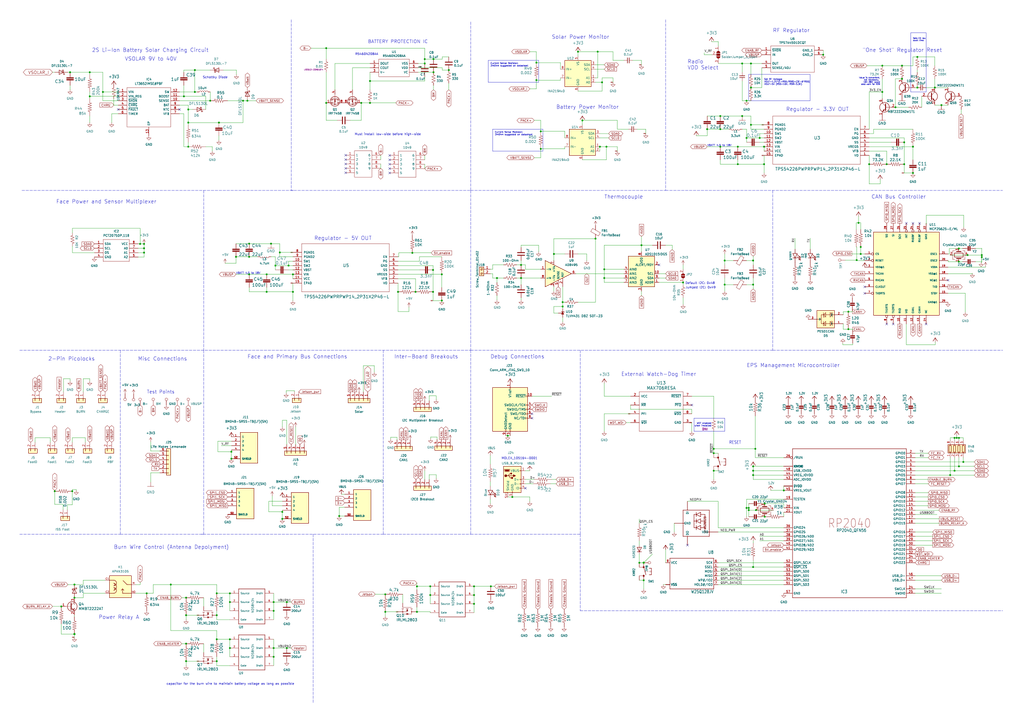
<source format=kicad_sch>
(kicad_sch (version 20231120) (generator "eeschema") (generator_version "8.0")
  (paper "A2")
  (lib_symbols
    (symbol "1049:1049" (pin_names (offset 0.762))
      (property "Reference" "U" (at 16.51 7.62 0))
      (property "Value" "1049" (at 16.51 5.08 0))
      (symbol "1049_0_0"
        (pin passive line (at 0 0 0) (length 5.08) (name "1") (number "1"))
        (pin passive line (at 0 -2.54 0) (length 5.08) (name "2") (number "2"))
        (pin passive line (at 0 -5.08 0) (length 5.08) (name "3") (number "3"))
        (pin passive line (at 0 -7.62 0) (length 5.08) (name "4") (number "4"))
        (pin passive line (at 0 -10.16 0) (length 5.08) (name "5") (number "5"))
        (pin passive line (at 20.32 0 180) (length 5.08) (name "6") (number "6"))
        (pin passive line (at 20.32 -2.54 180) (length 5.08) (name "7") (number "7"))
        (pin passive line (at 20.32 -5.08 180) (length 5.08) (name "8") (number "8"))
        (pin passive line (at 20.32 -7.62 180) (length 5.08) (name "9") (number "9"))
      )
    )
    (symbol "APAN3105:APAN3105" (pin_names (offset 1.016))
      (property "Reference" "K" (at -5.0833 8.1333 0))
      (property "Value" "APAN3105" (at -5.0813 -7.622 0))
      (symbol "APAN3105_0_0"
        (pin passive line (at -7.62 5.08 0) (length 2.54) (name "~") (number "C1"))
        (pin passive line (at -7.62 -2.54 0) (length 2.54) (name "~") (number "C2"))
        (pin passive line (at 10.16 2.54 180) (length 2.54) (name "~") (number "M"))
        (pin passive line (at 10.16 -2.54 180) (length 2.54) (name "~") (number "NO"))
      )
    )
    (symbol "Adafruit Ethernet FeatherWing-eagle-import:CAP_CERAMIC0603_NO"
      (property "Reference" "C" (at -2.29 1.25 90))
      (symbol "CAP_CERAMIC0603_NO_1_0"
        (pin passive line (at 0 5.08 270) (length 2.54) (name "1") (number "1"))
        (pin passive line (at 0 -2.54 90) (length 2.54) (name "2") (number "2"))
      )
    )
    (symbol "Adafruit ItsyBitsy RP2040-eagle-import:+3V3" (power)
      (property "Value" "+3V3" (at -2.54 -5.08 90))
      (symbol "+3V3_1_0"
        (pin power_in line (at 0 -2.54 90) (length 2.54) (name "+3V3") (number "1"))
      )
    )
    (symbol "Adafruit ItsyBitsy RP2040-eagle-import:1.2V" (power)
      (property "Value" "1.2V" (at -1.524 1.016 0))
      (symbol "1.2V_1_0"
        (pin power_in line (at 0 -2.54 90) (length 2.54) (name "1.2V") (number "1"))
      )
    )
    (symbol "Adafruit ItsyBitsy RP2040-eagle-import:CAP_CERAMIC_0402NO"
      (property "Reference" "C" (at -2.29 1.25 90))
      (property "Value" "CAP_CERAMIC_0402NO" (at 2.3 1.25 90))
      (symbol "CAP_CERAMIC_0402NO_1_0"
        (pin passive line (at 0 5.08 270) (length 2.54) (name "1") (number "1"))
        (pin passive line (at 0 -2.54 90) (length 2.54) (name "2") (number "2"))
      )
    )
    (symbol "Adafruit ItsyBitsy RP2040-eagle-import:CAP_CERAMIC_0603MP"
      (property "Reference" "C" (at -2.29 1.25 90))
      (property "Value" "CAP_CERAMIC_0603MP" (at 2.3 1.25 90))
      (symbol "CAP_CERAMIC_0603MP_1_0"
        (pin passive line (at 0 5.08 270) (length 2.54) (name "1") (number "1"))
        (pin passive line (at 0 -2.54 90) (length 2.54) (name "2") (number "2"))
      )
    )
    (symbol "Adafruit ItsyBitsy RP2040-eagle-import:DIODESOD-323F"
      (property "Reference" "D" (at -2.54 2.54 0))
      (property "Value" "DIODESOD-323F" (at -2.54 -3.81 0))
      (symbol "DIODESOD-323F_1_0"
        (pin passive line (at -2.54 0 0) (length 2.54) (name "A") (number "A"))
        (pin passive line (at 2.54 0 180) (length 2.54) (name "C") (number "C"))
      )
    )
    (symbol "Adafruit ItsyBitsy RP2040-eagle-import:LED0603_NOOUTLINE"
      (property "Reference" "D" (at -1.27 4.445 0))
      (property "Value" "LED0603_NOOUTLINE" (at -1.27 -2.794 0))
      (symbol "LED0603_NOOUTLINE_1_0"
        (pin passive line (at -5.08 0 0) (length 2.54) (name "A") (number "A"))
        (pin passive line (at 2.54 0 180) (length 2.54) (name "C") (number "C"))
      )
    )
    (symbol "Adafruit ItsyBitsy RP2040-eagle-import:RP2040_QFN56"
      (property "Reference" "IC3" (at -5.08 -40.64 0))
      (property "Value" "RP2040_QFN56" (at -7.62 -5.08 0))
      (symbol "RP2040_QFN56_1_0"
        (text "RP2040" (at 0 0 0) (effects (font (size 5.08 4.318))))
        (pin power_in line (at -38.1 33.02 0) (length 5.08) (name "IOVDD") (number "1"))
        (pin power_in line (at -38.1 33.02 0) (length 5.08) (name "IOVDD") (number "10"))
        (pin bidirectional line (at 38.1 17.78 180) (length 5.08) (name "GPIO8") (number "11"))
        (pin bidirectional line (at 38.1 15.24 180) (length 5.08) (name "GPIO9") (number "12"))
        (pin bidirectional line (at 38.1 12.7 180) (length 5.08) (name "GPIO10") (number "13"))
        (pin bidirectional line (at 38.1 10.16 180) (length 5.08) (name "GPIO11") (number "14"))
        (pin bidirectional line (at 38.1 7.62 180) (length 5.08) (name "GPIO12") (number "15"))
        (pin bidirectional line (at 38.1 5.08 180) (length 5.08) (name "GPIO13") (number "16"))
        (pin bidirectional line (at 38.1 2.54 180) (length 5.08) (name "GPIO14") (number "17"))
        (pin bidirectional line (at 38.1 0 180) (length 5.08) (name "GPIO15") (number "18"))
        (pin input line (at -38.1 13.97 0) (length 5.08) (name "TESTEN") (number "19"))
        (pin bidirectional line (at 38.1 40.64 180) (length 5.08) (name "GPIO0") (number "2"))
        (pin input line (at -38.1 8.89 0) (length 5.08) (name "XIN") (number "20"))
        (pin output line (at -38.1 6.35 0) (length 5.08) (name "XOUT") (number "21"))
        (pin power_in line (at -38.1 33.02 0) (length 5.08) (name "IOVDD") (number "22"))
        (pin power_in line (at -38.1 21.59 0) (length 5.08) (name "DVDD") (number "23"))
        (pin bidirectional line (at 38.1 -38.1 180) (length 5.08) (name "SWCLK") (number "24"))
        (pin bidirectional line (at 38.1 -40.64 180) (length 5.08) (name "SWDIO") (number "25"))
        (pin bidirectional inverted (at -38.1 38.1 0) (length 5.08) (name "/RUN") (number "26"))
        (pin bidirectional line (at 38.1 -5.08 180) (length 5.08) (name "GPIO16") (number "27"))
        (pin bidirectional line (at 38.1 -7.62 180) (length 5.08) (name "GPIO17") (number "28"))
        (pin bidirectional line (at 38.1 -10.16 180) (length 5.08) (name "GPIO18") (number "29"))
        (pin bidirectional line (at 38.1 38.1 180) (length 5.08) (name "GPIO1") (number "3"))
        (pin bidirectional line (at 38.1 -12.7 180) (length 5.08) (name "GPIO19") (number "30"))
        (pin bidirectional line (at 38.1 -15.24 180) (length 5.08) (name "GPIO20") (number "31"))
        (pin bidirectional line (at 38.1 -17.78 180) (length 5.08) (name "GPIO21") (number "32"))
        (pin power_in line (at -38.1 33.02 0) (length 5.08) (name "IOVDD") (number "33"))
        (pin bidirectional line (at 38.1 -20.32 180) (length 5.08) (name "GPIO22") (number "34"))
        (pin bidirectional line (at 38.1 -22.86 180) (length 5.08) (name "GPIO23") (number "35"))
        (pin bidirectional line (at -38.1 -2.54 0) (length 5.08) (name "GPIO24") (number "36"))
        (pin bidirectional line (at -38.1 -5.08 0) (length 5.08) (name "GPIO25") (number "37"))
        (pin bidirectional line (at -38.1 -7.62 0) (length 5.08) (name "GPIO26/AD0") (number "38"))
        (pin bidirectional line (at -38.1 -10.16 0) (length 5.08) (name "GPIO27/AD1") (number "39"))
        (pin bidirectional line (at 38.1 35.56 180) (length 5.08) (name "GPIO2") (number "4"))
        (pin bidirectional line (at -38.1 -12.7 0) (length 5.08) (name "GPIO28/AD2") (number "40"))
        (pin bidirectional line (at -38.1 -15.24 0) (length 5.08) (name "GPIO29/AD3") (number "41"))
        (pin power_in line (at -38.1 33.02 0) (length 5.08) (name "IOVDD") (number "42"))
        (pin power_in line (at -38.1 25.4 0) (length 5.08) (name "ADC_IOVDD") (number "43"))
        (pin power_in line (at -38.1 27.94 0) (length 5.08) (name "VREG_IOVDD") (number "44"))
        (pin power_in line (at -38.1 19.05 0) (length 5.08) (name "VREG_VOUT") (number "45"))
        (pin bidirectional line (at 38.1 -30.48 180) (length 5.08) (name "USB_D-") (number "46"))
        (pin bidirectional line (at 38.1 -33.02 180) (length 5.08) (name "USB_D+") (number "47"))
        (pin power_in line (at -38.1 30.48 0) (length 5.08) (name "USB_IOVDD") (number "48"))
        (pin power_in line (at -38.1 33.02 0) (length 5.08) (name "IOVDD") (number "49"))
        (pin bidirectional line (at 38.1 33.02 180) (length 5.08) (name "GPIO3") (number "5"))
        (pin power_in line (at -38.1 21.59 0) (length 5.08) (name "DVDD") (number "50"))
        (pin bidirectional line (at -38.1 -35.56 0) (length 5.08) (name "QSPI_SD3") (number "51"))
        (pin bidirectional line (at -38.1 -22.86 0) (length 5.08) (name "QSPI_SCLK") (number "52"))
        (pin bidirectional line (at -38.1 -27.94 0) (length 5.08) (name "QSPI_SD0") (number "53"))
        (pin bidirectional line (at -38.1 -33.02 0) (length 5.08) (name "QSPI_SD2") (number "54"))
        (pin bidirectional line (at -38.1 -30.48 0) (length 5.08) (name "QSPI_SD1") (number "55"))
        (pin bidirectional line (at -38.1 -25.4 0) (length 5.08) (name "~{QSPI_CS}") (number "56"))
        (pin power_in line (at -38.1 -40.64 0) (length 5.08) (name "GND") (number "57"))
        (pin bidirectional line (at 38.1 30.48 180) (length 5.08) (name "GPIO4") (number "6"))
        (pin bidirectional line (at 38.1 27.94 180) (length 5.08) (name "GPIO5") (number "7"))
        (pin bidirectional line (at 38.1 25.4 180) (length 5.08) (name "GPIO6") (number "8"))
        (pin bidirectional line (at 38.1 22.86 180) (length 5.08) (name "GPIO7") (number "9"))
      )
    )
    (symbol "Adafruit ItsyBitsy RP2040-eagle-import:SPIFLASH_8PIN_4X4"
      (property "Reference" "U8" (at -12.7 12.7 0))
      (property "Value" "W25Q128JV" (at -12.7 -10.16 0))
      (symbol "SPIFLASH_8PIN_4X4_1_0"
        (pin bidirectional line (at -15.24 5.08 0) (length 2.54) (name "SSEL") (number "1"))
        (pin bidirectional line (at -15.24 0 0) (length 2.54) (name "MISO") (number "2"))
        (pin bidirectional line (at -15.24 -2.54 0) (length 2.54) (name "WP#/IO2") (number "3"))
        (pin bidirectional line (at 15.24 -5.08 180) (length 2.54) (name "VSS") (number "4"))
        (pin bidirectional line (at -15.24 2.54 0) (length 2.54) (name "MOSI") (number "5"))
        (pin bidirectional line (at -15.24 7.62 0) (length 2.54) (name "SCK") (number "6"))
        (pin bidirectional line (at -15.24 -5.08 0) (length 2.54) (name "HOLD#/IO3") (number "7"))
        (pin bidirectional line (at 15.24 7.62 180) (length 2.54) (name "VCC") (number "8"))
        (pin bidirectional line (at 15.24 -5.08 180) (length 2.54) (name "VSS") (number "PAD"))
      )
    )
    (symbol "Adafruit ItsyBitsy RP2040-eagle-import:SWITCH_TACT_SMT4.6X2.8"
      (property "Reference" "SW" (at -2.54 6.35 0))
      (property "Value" "SWITCH_TACT_SMT4.6X2.8" (at -2.54 -5.08 0))
      (symbol "SWITCH_TACT_SMT4.6X2.8_1_0"
        (pin passive line (at -5.08 0 0) (length 2.54) (name "P") (number "A"))
        (pin passive line (at -5.08 -2.54 0) (length 2.54) (name "P1") (number "A'"))
        (pin passive line (at 5.08 0 180) (length 2.54) (name "S") (number "B"))
        (pin passive line (at 5.08 -2.54 180) (length 2.54) (name "S1") (number "B'"))
      )
    )
    (symbol "Adafruit ItsyBitsy RP2040-eagle-import:VBUS" (power)
      (property "Value" "VBUS" (at -1.524 1.016 0))
      (symbol "VBUS_1_0"
        (pin power_in line (at 0 -2.54 90) (length 2.54) (name "VBUS") (number "1"))
      )
    )
    (symbol "Adafruit ItsyBitsy RP2040-eagle-import:WS2812B_SK6805_1515"
      (symbol "WS2812B_SK6805_1515_1_0"
        (text "WS2812B" (at -4.064 8.382 0) (effects (font (size 1.27 1.0795)) (justify left bottom)))
        (pin power_in line (at 5.08 15.24 270) (length 5.08) (name "VDD") (number "1"))
        (pin output line (at 12.7 -2.54 180) (length 5.08) (name "DO") (number "2"))
        (pin power_in line (at 0 -10.16 90) (length 5.08) (name "GND") (number "3"))
        (pin input line (at -12.7 -2.54 0) (length 5.08) (name "DI") (number "4"))
      )
    )
    (symbol "Analog_ADC:ADS1015IDGS"
      (property "Reference" "U" (at 2.54 13.97 0))
      (property "Value" "ADS1015IDGS" (at 7.62 11.43 0))
      (symbol "ADS1015IDGS_1_1"
        (pin input line (at 10.16 -5.08 180) (length 2.54) (name "ADDR") (number "1"))
        (pin input line (at 10.16 0 180) (length 2.54) (name "SCL") (number "10"))
        (pin output line (at 10.16 5.08 180) (length 2.54) (name "ALERT/RDY") (number "2"))
        (pin power_in line (at 0 -10.16 90) (length 2.54) (name "GND") (number "3"))
        (pin input line (at -10.16 2.54 0) (length 2.54) (name "AIN0") (number "4"))
        (pin input line (at -10.16 0 0) (length 2.54) (name "AIN1") (number "5"))
        (pin input line (at -10.16 -2.54 0) (length 2.54) (name "AIN2") (number "6"))
        (pin input line (at -10.16 -5.08 0) (length 2.54) (name "AIN3") (number "7"))
        (pin power_in line (at 0 12.7 270) (length 2.54) (name "VDD") (number "8"))
        (pin bidirectional line (at 10.16 -2.54 180) (length 2.54) (name "SDA") (number "9"))
      )
    )
    (symbol "Analog_ADC:INA219AxD"
      (property "Reference" "U" (at -6.35 8.89 0))
      (property "Value" "INA219AxD" (at 5.08 8.89 0))
      (symbol "INA219AxD_1_1"
        (pin input line (at 10.16 -2.54 180) (length 2.54) (name "A1") (number "1"))
        (pin input line (at 10.16 -5.08 180) (length 2.54) (name "A0") (number "2"))
        (pin bidirectional line (at 10.16 5.08 180) (length 2.54) (name "SDA") (number "3"))
        (pin input line (at 10.16 2.54 180) (length 2.54) (name "SCL") (number "4"))
        (pin power_in line (at 0 10.16 270) (length 2.54) (name "VS") (number "5"))
        (pin power_in line (at 0 -10.16 90) (length 2.54) (name "GND") (number "6"))
        (pin input line (at -10.16 -2.54 0) (length 2.54) (name "IN-") (number "7"))
        (pin input line (at -10.16 2.54 0) (length 2.54) (name "IN+") (number "8"))
      )
    )
    (symbol "BM04B-SRSS-TB_LF__SN_:BM04B-SRSS-TB(LF)(SN)" (pin_names (offset 1.016))
      (property "Reference" "J" (at -5.08 10.922 0))
      (property "Value" "BM04B-SRSS-TB(LF)(SN)" (at -5.08 -10.16 0))
      (symbol "BM04B-SRSS-TB(LF)(SN)_0_0"
        (pin passive line (at -10.16 7.62 0) (length 5.08) (name "1") (number "1"))
        (pin passive line (at -10.16 5.08 0) (length 5.08) (name "2") (number "2"))
        (pin passive line (at -10.16 2.54 0) (length 5.08) (name "3") (number "3"))
        (pin passive line (at -10.16 0 0) (length 5.08) (name "4") (number "4"))
        (pin passive line (at -10.16 -5.08 0) (length 5.08) (name "SHIELD") (number "S1"))
        (pin passive line (at -10.16 -5.08 0) (length 5.08) (name "SHIELD") (number "S2"))
      )
    )
    (symbol "Connector:Conn_ARM_JTAG_SWD_10" (pin_names (offset 1.016))
      (property "Reference" "J" (at -2.54 16.51 0))
      (property "Value" "Conn_ARM_JTAG_SWD_10" (at -2.54 13.97 0))
      (symbol "Conn_ARM_JTAG_SWD_10_1_1"
        (pin power_in line (at 0 15.24 270) (length 2.54) (name "VTref") (number "1"))
        (pin open_collector line (at 12.7 7.62 180) (length 2.54) (name "~{RESET}") (number "10"))
        (pin bidirectional line (at 12.7 0 180) (length 2.54) (name "SWDIO/TMS") (number "2"))
        (pin power_in line (at 0 -15.24 90) (length 2.54) (name "GND") (number "3"))
        (pin output line (at 12.7 2.54 180) (length 2.54) (name "SWDCLK/TCK") (number "4"))
        (pin passive line (at 0 -15.24 90) (length 2.54) hide (name "GND") (number "5"))
        (pin input line (at 12.7 -2.54 180) (length 2.54) (name "SWO/TDO") (number "6"))
        (pin no_connect line (at -10.16 0 0) (length 2.54) hide (name "KEY") (number "7"))
        (pin output line (at 12.7 -5.08 180) (length 2.54) (name "NC/TDI") (number "8"))
        (pin passive line (at -2.54 -15.24 90) (length 2.54) (name "GNDDetect") (number "9"))
      )
    )
    (symbol "Connector:Screw_Terminal_01x02" (pin_names (offset 1.016) hide)
      (property "Reference" "J" (at 0 2.54 0))
      (property "Value" "Screw_Terminal_01x02" (at 0 -5.08 0))
      (symbol "Screw_Terminal_01x02_1_1"
        (pin passive line (at -5.08 0 0) (length 3.81) (name "Pin_1") (number "1"))
        (pin passive line (at -5.08 -2.54 0) (length 3.81) (name "Pin_2") (number "2"))
      )
    )
    (symbol "Connector:TestPoint" (pin_numbers hide) (pin_names (offset 0.762) hide)
      (property "Reference" "TP" (at 0 6.858 0))
      (property "Value" "TestPoint" (at 0 5.08 0))
      (symbol "TestPoint_1_1"
        (pin passive line (at 0 0 90) (length 2.54) (name "1") (number "1"))
      )
    )
    (symbol "Connector:USB_B_Micro" (pin_names (offset 1.016))
      (property "Reference" "J8" (at 0 11.938 0))
      (property "Value" "USB_B_Micro" (at 0 9.398 0))
      (symbol "USB_B_Micro_1_1"
        (pin power_out line (at 7.62 5.08 180) (length 2.54) (name "VBUS") (number "1"))
        (pin bidirectional line (at 7.62 -2.54 180) (length 2.54) (name "D-") (number "2"))
        (pin bidirectional line (at 7.62 0 180) (length 2.54) (name "D+") (number "3"))
        (pin passive line (at 7.62 -5.08 180) (length 2.54) (name "ID") (number "4"))
        (pin power_out line (at 0 -10.16 90) (length 2.54) (name "GND") (number "5"))
        (pin passive line (at -2.54 -10.16 90) (length 2.54) (name "Shield") (number "SH1"))
      )
    )
    (symbol "Connector_Generic:Conn_01x02" (pin_names (offset 1.016) hide)
      (property "Reference" "J" (at 0 2.54 0))
      (property "Value" "Conn_01x02" (at 0 -5.08 0))
      (symbol "Conn_01x02_1_1"
        (pin passive line (at -5.08 0 0) (length 3.81) (name "Pin_1") (number "1"))
        (pin passive line (at -5.08 -2.54 0) (length 3.81) (name "Pin_2") (number "2"))
      )
    )
    (symbol "Connector_Generic:Conn_01x04" (pin_names (offset 1.016) hide)
      (property "Reference" "J" (at 0 5.08 0))
      (property "Value" "Conn_01x04" (at 0 -7.62 0))
      (symbol "Conn_01x04_1_1"
        (pin passive line (at -5.08 2.54 0) (length 3.81) (name "Pin_1") (number "1"))
        (pin passive line (at -5.08 0 0) (length 3.81) (name "Pin_2") (number "2"))
        (pin passive line (at -5.08 -2.54 0) (length 3.81) (name "Pin_3") (number "3"))
        (pin passive line (at -5.08 -5.08 0) (length 3.81) (name "Pin_4") (number "4"))
      )
    )
    (symbol "Connector_Generic:Conn_01x06" (pin_names (offset 1.016) hide)
      (property "Reference" "J" (at 0 7.62 0))
      (property "Value" "Conn_01x06" (at 0 -10.16 0))
      (symbol "Conn_01x06_1_1"
        (pin passive line (at -5.08 5.08 0) (length 3.81) (name "Pin_1") (number "1"))
        (pin passive line (at -5.08 2.54 0) (length 3.81) (name "Pin_2") (number "2"))
        (pin passive line (at -5.08 0 0) (length 3.81) (name "Pin_3") (number "3"))
        (pin passive line (at -5.08 -2.54 0) (length 3.81) (name "Pin_4") (number "4"))
        (pin passive line (at -5.08 -5.08 0) (length 3.81) (name "Pin_5") (number "5"))
        (pin passive line (at -5.08 -7.62 0) (length 3.81) (name "Pin_6") (number "6"))
      )
    )
    (symbol "Device:C" (pin_numbers hide) (pin_names (offset 0.254))
      (property "Reference" "C" (at 0.635 2.54 0))
      (property "Value" "C" (at 0.635 -2.54 0))
      (symbol "C_1_1"
        (pin passive line (at 0 3.81 270) (length 2.794) (name "~") (number "1"))
        (pin passive line (at 0 -3.81 90) (length 2.794) (name "~") (number "2"))
      )
    )
    (symbol "Device:C_Small" (pin_numbers hide) (pin_names (offset 0.254) hide)
      (property "Reference" "C" (at 0.254 1.778 0))
      (property "Value" "C_Small" (at 0.254 -2.032 0))
      (symbol "C_Small_1_1"
        (pin passive line (at 0 2.54 270) (length 2.032) (name "~") (number "1"))
        (pin passive line (at 0 -2.54 90) (length 2.032) (name "~") (number "2"))
      )
    )
    (symbol "Device:Crystal_GND24" (pin_names (offset 1.016) hide)
      (property "Reference" "Y" (at 3.175 5.08 0))
      (property "Value" "Crystal_GND24" (at 3.175 3.175 0))
      (symbol "Crystal_GND24_1_1"
        (pin passive line (at -3.81 0 0) (length 1.27) (name "1") (number "1"))
        (pin passive line (at 0 5.08 270) (length 1.27) (name "2") (number "2"))
        (pin passive line (at 3.81 0 180) (length 1.27) (name "3") (number "3"))
        (pin passive line (at 0 -5.08 90) (length 1.27) (name "4") (number "4"))
      )
    )
    (symbol "Device:D_Schottky" (pin_numbers hide) (pin_names (offset 1.016) hide)
      (property "Reference" "D" (at 0 2.54 0))
      (property "Value" "D_Schottky" (at 0 -2.54 0))
      (symbol "D_Schottky_1_1"
        (pin passive line (at -3.81 0 0) (length 2.54) (name "K") (number "1"))
        (pin passive line (at 3.81 0 180) (length 2.54) (name "A") (number "2"))
      )
    )
    (symbol "Device:FerriteBead" (pin_numbers hide) (pin_names (offset 0))
      (property "Reference" "FB" (at -3.81 0.635 90))
      (property "Value" "FerriteBead" (at 3.81 0 90))
      (symbol "FerriteBead_1_1"
        (pin passive line (at 0 3.81 270) (length 2.54) (name "~") (number "1"))
        (pin passive line (at 0 -3.81 90) (length 2.54) (name "~") (number "2"))
      )
    )
    (symbol "Device:L" (pin_numbers hide) (pin_names (offset 1.016) hide)
      (property "Reference" "L" (at -1.27 0 90))
      (property "Value" "L" (at 1.905 0 90))
      (symbol "L_1_1"
        (pin passive line (at 0 3.81 270) (length 1.27) (name "1") (number "1"))
        (pin passive line (at 0 -3.81 90) (length 1.27) (name "2") (number "2"))
      )
    )
    (symbol "Device:R_Pack04" (pin_names (offset 0) hide)
      (property "Reference" "RN" (at -7.62 0 90))
      (property "Value" "R_Pack04" (at 5.08 0 90))
      (symbol "R_Pack04_1_1"
        (pin passive line (at -5.08 -5.08 90) (length 2.54) (name "R1.1") (number "1"))
        (pin passive line (at -2.54 -5.08 90) (length 2.54) (name "R2.1") (number "2"))
        (pin passive line (at 0 -5.08 90) (length 2.54) (name "R3.1") (number "3"))
        (pin passive line (at 2.54 -5.08 90) (length 2.54) (name "R4.1") (number "4"))
        (pin passive line (at 2.54 5.08 270) (length 2.54) (name "R4.2") (number "5"))
        (pin passive line (at 0 5.08 270) (length 2.54) (name "R3.2") (number "6"))
        (pin passive line (at -2.54 5.08 270) (length 2.54) (name "R2.2") (number "7"))
        (pin passive line (at -5.08 5.08 270) (length 2.54) (name "R1.2") (number "8"))
      )
    )
    (symbol "Device:R_US" (pin_numbers hide) (pin_names (offset 0))
      (property "Reference" "R" (at 2.54 0 90))
      (property "Value" "R_US" (at -2.54 0 90))
      (symbol "R_US_1_1"
        (pin passive line (at 0 3.81 270) (length 1.27) (name "~") (number "1"))
        (pin passive line (at 0 -3.81 90) (length 1.27) (name "~") (number "2"))
      )
    )
    (symbol "Jumper:SolderJumper_2_Open" (pin_names (offset 0) hide)
      (property "Reference" "JP" (at 0 2.032 0))
      (property "Value" "SolderJumper_2_Open" (at 0 -2.54 0))
      (symbol "SolderJumper_2_Open_1_1"
        (pin passive line (at -3.81 0 0) (length 2.54) (name "A") (number "1"))
        (pin passive line (at 3.81 0 180) (length 2.54) (name "B") (number "2"))
      )
    )
    (symbol "Jumper:SolderJumper_3_Open" (pin_names (offset 0) hide)
      (property "Reference" "JP" (at -2.54 -2.54 0))
      (property "Value" "SolderJumper_3_Open" (at 0 2.794 0))
      (symbol "SolderJumper_3_Open_1_1"
        (pin passive line (at -5.08 0 0) (length 2.54) (name "A") (number "1"))
        (pin passive line (at 0 -3.81 90) (length 2.54) (name "C") (number "2"))
        (pin passive line (at 5.08 0 180) (length 2.54) (name "B") (number "3"))
      )
    )
    (symbol "LT3652IMSE#PBF:LT3652IMSE#PBF" (pin_names (offset 0.762))
      (property "Reference" "IC" (at 31.75 7.62 0))
      (property "Value" "LT3652IMSE#PBF" (at 31.75 5.08 0))
      (symbol "LT3652IMSE#PBF_0_0"
        (pin passive line (at 0 0 0) (length 5.08) (name "VIN") (number "1"))
        (pin passive line (at 35.56 -5.08 180) (length 5.08) (name "SENSE") (number "10"))
        (pin passive line (at 35.56 -2.54 180) (length 5.08) (name "BOOST") (number "11"))
        (pin passive line (at 35.56 0 180) (length 5.08) (name "SW") (number "12"))
        (pin passive line (at 17.78 -25.4 90) (length 5.08) (name "EP") (number "13"))
        (pin passive line (at 0 -2.54 0) (length 5.08) (name "VIN_REG") (number "2"))
        (pin passive line (at 0 -5.08 0) (length 5.08) (name "~{SHDN}") (number "3"))
        (pin passive line (at 0 -7.62 0) (length 5.08) (name "~{CHRG}") (number "4"))
        (pin passive line (at 0 -10.16 0) (length 5.08) (name "~{FAULT}") (number "5"))
        (pin passive line (at 0 -12.7 0) (length 5.08) (name "TIMER") (number "6"))
        (pin passive line (at 35.56 -12.7 180) (length 5.08) (name "VFB") (number "7"))
        (pin passive line (at 35.56 -10.16 180) (length 5.08) (name "NTC") (number "8"))
        (pin passive line (at 35.56 -7.62 180) (length 5.08) (name "BAT") (number "9"))
      )
    )
    (symbol "MCP25625-E_ML:MCP25625-E/ML" (pin_names (offset 1.016))
      (property "Reference" "U" (at 40.652 -33.0298 0))
      (property "Value" "MCP25625-E{slash}ML" (at 40.6941 -35.6074 0))
      (symbol "MCP25625-E/ML_0_0"
        (pin bidirectional inverted (at -5.08 0 0) (length 5.08) (name "CS") (number "1"))
        (pin bidirectional line (at 15.24 -40.64 90) (length 5.08) (name "RXD") (number "10"))
        (pin bidirectional line (at 19.05 -40.64 90) (length 5.08) (name "VIO") (number "11"))
        (pin bidirectional line (at 22.86 -40.64 90) (length 5.08) (name "CANL") (number "12"))
        (pin bidirectional line (at 26.67 -40.64 90) (length 5.08) (name "CANH") (number "13"))
        (pin bidirectional line (at 30.48 -40.64 90) (length 5.08) (name "NC") (number "14"))
        (pin bidirectional line (at 43.18 -22.86 180) (length 5.08) (name "STBY") (number "15"))
        (pin bidirectional line (at 43.18 -19.05 180) (length 5.08) (name "TXD") (number "16"))
        (pin bidirectional line (at 43.18 -15.24 180) (length 5.08) (name "NC@1") (number "17"))
        (pin bidirectional line (at 43.18 -11.43 180) (length 5.08) (name "VSS@1") (number "18"))
        (pin bidirectional line (at 43.18 -7.62 180) (length 5.08) (name "VDDA") (number "19"))
        (pin bidirectional inverted (at -5.08 -3.81 0) (length 5.08) (name "RESET") (number "2"))
        (pin bidirectional line (at 43.18 -3.81 180) (length 5.08) (name "OSC2") (number "20"))
        (pin bidirectional line (at 43.18 0 180) (length 5.08) (name "OSC1") (number "21"))
        (pin bidirectional line (at 30.48 17.78 270) (length 5.08) (name "GND") (number "22"))
        (pin bidirectional inverted (at 26.67 17.78 270) (length 5.08) (name "RX1BF") (number "23"))
        (pin bidirectional inverted (at 22.86 17.78 270) (length 5.08) (name "RX0BF") (number "24"))
        (pin bidirectional inverted (at 19.05 17.78 270) (length 5.08) (name "INT") (number "25"))
        (pin bidirectional line (at 15.24 17.78 270) (length 5.08) (name "SCK") (number "26"))
        (pin bidirectional line (at 11.43 17.78 270) (length 5.08) (name "SI") (number "27"))
        (pin bidirectional line (at 7.62 17.78 270) (length 5.08) (name "SO") (number "28"))
        (pin bidirectional line (at 43.18 -27.94 180) (length 5.08) (name "GND@1") (number "29"))
        (pin bidirectional line (at -5.08 -7.62 0) (length 5.08) (name "VDD@1") (number "3"))
        (pin bidirectional line (at -5.08 -11.43 0) (length 5.08) (name "TXCAN") (number "4"))
        (pin bidirectional line (at -5.08 -15.24 0) (length 5.08) (name "RXCAN") (number "5"))
        (pin bidirectional line (at -5.08 -19.05 0) (length 5.08) (name "CLKOUT") (number "6"))
        (pin bidirectional inverted (at -5.08 -22.86 0) (length 5.08) (name "TX0RTS") (number "7"))
        (pin bidirectional inverted (at 7.62 -40.64 90) (length 5.08) (name "TX1RTS") (number "8"))
        (pin bidirectional inverted (at 11.43 -40.64 90) (length 5.08) (name "TX2RTS") (number "9"))
      )
    )
    (symbol "Max_Lib:Connector_Generic_Conn_01x05" (pin_names (offset 1.016) hide)
      (property "Reference" "J" (at 0 7.62 0))
      (property "Value" "Connector_Generic_Conn_01x05" (at 0 -7.62 0))
      (symbol "Connector_Generic_Conn_01x05_1_1"
        (pin passive line (at -5.08 5.08 0) (length 3.81) (name "Pin_1") (number "1"))
        (pin passive line (at -5.08 2.54 0) (length 3.81) (name "Pin_2") (number "2"))
        (pin passive line (at -5.08 0 0) (length 3.81) (name "Pin_3") (number "3"))
        (pin passive line (at -5.08 -2.54 0) (length 3.81) (name "Pin_4") (number "4"))
        (pin passive line (at -5.08 -5.08 0) (length 3.81) (name "Pin_5") (number "5"))
      )
    )
    (symbol "Max_Lib:GND" (power) (pin_names (offset 1.016))
      (property "Value" "GND" (at -2.54 -2.54 0))
      (symbol "GND_1_0"
        (pin power_in line (at 0 2.54 270) (length 2.54) (name "GND") (number "1"))
      )
    )
    (symbol "PCT2075DP_118:PCT2075DP,118" (pin_names (offset 0.762))
      (property "Reference" "IC" (at 21.59 7.62 0))
      (property "Value" "PCT2075DP,118" (at 21.59 5.08 0))
      (symbol "PCT2075DP,118_0_0"
        (pin passive line (at 0 0 0) (length 5.08) (name "SDA") (number "1"))
        (pin passive line (at 0 -2.54 0) (length 5.08) (name "SCL") (number "2"))
        (pin passive line (at 0 -5.08 0) (length 5.08) (name "OS") (number "3"))
        (pin passive line (at 0 -7.62 0) (length 5.08) (name "GND") (number "4"))
        (pin passive line (at 25.4 -7.62 180) (length 5.08) (name "A2") (number "5"))
        (pin passive line (at 25.4 -5.08 180) (length 5.08) (name "A1") (number "6"))
        (pin passive line (at 25.4 -2.54 180) (length 5.08) (name "A0") (number "7"))
        (pin passive line (at 25.4 0 180) (length 5.08) (name "VCC") (number "8"))
      )
    )
    (symbol "PESD1CAN:PESD1CAN" (pin_names (offset 1.016))
      (property "Reference" "D" (at 0 11.4366 0))
      (property "Value" "PESD1CAN" (at 0 -2.542 0))
      (symbol "PESD1CAN_0_0"
        (pin bidirectional line (at -5.08 7.62 0) (length 5.08) (name "1") (number "1"))
        (pin bidirectional line (at -5.08 2.54 0) (length 5.08) (name "2") (number "2"))
        (pin bidirectional line (at 15.24 5.08 180) (length 5.08) (name "3") (number "3"))
      )
    )
    (symbol "Reference_Voltage:TL431DBZ" (pin_numbers hide) (pin_names hide)
      (property "Reference" "U" (at -2.54 2.54 0))
      (property "Value" "TL431DBZ" (at 0 -2.54 0))
      (symbol "TL431DBZ_1_1"
        (pin passive line (at 2.54 0 180) (length 2.54) (name "K") (number "1"))
        (pin passive line (at 0 2.54 270) (length 2.54) (name "REF") (number "2"))
        (pin passive line (at -2.54 0 0) (length 2.54) (name "A") (number "3"))
      )
    )
    (symbol "Sensor_Temperature:AD8495"
      (property "Reference" "U" (at 5.08 3.81 0))
      (property "Value" "AD8495" (at 8.89 -3.81 0))
      (symbol "AD8495_1_1"
        (pin input line (at -10.16 2.54 0) (length 2.54) (name "-IN") (number "1"))
        (pin input line (at 2.54 -7.62 90) (length 5.08) (name "REF") (number "2"))
        (pin power_in line (at -2.54 -7.62 90) (length 2.54) (name "-Vs") (number "3"))
        (pin no_connect line (at -5.08 0 180) (length 2.54) hide (name "NC") (number "4"))
        (pin passive line (at 0 -7.62 90) (length 3.81) (name "SENSE") (number "5"))
        (pin output line (at 10.16 0 180) (length 2.54) (name "~") (number "6"))
        (pin power_in line (at -2.54 7.62 270) (length 2.54) (name "+Vs") (number "7"))
        (pin input line (at -10.16 -2.54 0) (length 2.54) (name "+IN") (number "8"))
      )
    )
    (symbol "Transistor_BJT:MBT2222ADW1T1" (pin_names (offset 0) hide)
      (property "Reference" "Q" (at 5.08 1.27 0))
      (property "Value" "MBT2222ADW1T1" (at 5.08 -1.27 0))
      (symbol "MBT2222ADW1T1_1_1"
        (pin passive line (at 2.54 -5.08 90) (length 2.54) (name "E1") (number "1"))
        (pin input line (at -5.08 0 0) (length 2.54) (name "B1") (number "2"))
        (pin passive line (at 2.54 5.08 270) (length 2.54) (name "C1") (number "6"))
      )
      (symbol "MBT2222ADW1T1_2_1"
        (pin passive line (at 2.54 5.08 270) (length 2.54) (name "C2") (number "3"))
        (pin passive line (at 2.54 -5.08 90) (length 2.54) (name "E2") (number "4"))
        (pin input line (at -5.08 0 0) (length 2.54) (name "B2") (number "5"))
      )
    )
    (symbol "Transistor_FET:IRF7404" (pin_names hide)
      (property "Reference" "Q" (at 5.08 1.905 0))
      (property "Value" "IRF7404" (at 5.08 0 0))
      (symbol "IRF7404_1_1"
        (pin passive line (at 2.54 -5.08 90) (length 2.54) (name "S") (number "1"))
        (pin passive line (at 2.54 -5.08 90) (length 2.54) hide (name "S") (number "2"))
        (pin passive line (at 2.54 -5.08 90) (length 2.54) hide (name "S") (number "3"))
        (pin passive line (at -5.08 0 0) (length 2.54) (name "G") (number "4"))
        (pin passive line (at 2.54 5.08 270) (length 2.54) hide (name "D") (number "5"))
        (pin passive line (at 2.54 5.08 270) (length 2.54) hide (name "D") (number "6"))
        (pin passive line (at 2.54 5.08 270) (length 2.54) hide (name "D") (number "7"))
        (pin passive line (at 2.54 5.08 270) (length 2.54) (name "D") (number "8"))
      )
    )
    (symbol "batteryboard-rescue:R5460N233AF-symbols" (pin_names (offset 0.762))
      (property "Reference" "U" (at 12.7 3.81 0))
      (property "Value" "R5460N233AF-symbols" (at 7.62 -8.89 0))
      (symbol "R5460N233AF-symbols_0_0"
        (pin unspecified line (at 0 0 0) (length 5.08) (name "DOUT") (number "1"))
        (pin unspecified line (at 0 -2.54 0) (length 5.08) (name "COUT") (number "2"))
        (pin unspecified line (at 0 -5.08 0) (length 5.08) (name "V-") (number "3"))
        (pin unspecified line (at 27.94 -5.08 180) (length 5.08) (name "VC") (number "4"))
        (pin unspecified line (at 27.94 -2.54 180) (length 5.08) (name "VDD") (number "5"))
        (pin unspecified line (at 27.94 0 180) (length 5.08) (name "VSS") (number "6"))
      )
    )
    (symbol "mainboard:1.0UF-0603-16V-10%" (pin_names (offset 1.016))
      (property "Reference" "C" (at 1.524 2.921 0))
      (property "Value" "1.0UF-0603-16V-10%" (at 1.524 -2.159 0))
      (symbol "1.0UF-0603-16V-10%_1_0"
        (pin passive line (at 0 5.08 270) (length 2.54) (name "1") (number "1"))
        (pin passive line (at 0 -2.54 90) (length 2.54) (name "2") (number "2"))
      )
    )
    (symbol "mainboard:10KOHM-1_10W-1%(0603)0603" (pin_names (offset 1.016))
      (property "Reference" "R" (at -3.81 1.4986 0))
      (property "Value" "10KOHM-1_10W-1%(0603)0603" (at -3.81 -3.302 0))
      (symbol "10KOHM-1_10W-1%(0603)0603_1_0"
        (pin passive line (at -5.08 0 0) (length 2.54) (name "1") (number "1"))
        (pin passive line (at 5.08 0 180) (length 2.54) (name "2") (number "2"))
      )
    )
    (symbol "mainboard:10UF-0603-6.3V-20%" (pin_names (offset 1.016))
      (property "Reference" "C" (at 1.524 2.921 0))
      (property "Value" "10UF-0603-6.3V-20%" (at 1.524 -2.159 0))
      (symbol "10UF-0603-6.3V-20%_1_0"
        (pin passive line (at 0 5.08 270) (length 2.54) (name "1") (number "1"))
        (pin passive line (at 0 -2.54 90) (length 2.54) (name "2") (number "2"))
      )
    )
    (symbol "mainboard:22UF-0805-6.3V-20%" (pin_names (offset 1.016))
      (property "Reference" "C" (at 1.524 2.921 0))
      (property "Value" "22UF-0805-6.3V-20%" (at 1.524 -2.159 0))
      (symbol "22UF-0805-6.3V-20%_1_0"
        (pin passive line (at 0 5.08 270) (length 2.54) (name "1") (number "1"))
        (pin passive line (at 0 -2.54 90) (length 2.54) (name "2") (number "2"))
      )
    )
    (symbol "mainboard:22UF-1210-16V-20%" (pin_names (offset 1.016))
      (property "Reference" "C" (at 1.524 2.921 0))
      (property "Value" "22UF-1210-16V-20%" (at 1.524 -2.159 0))
      (symbol "22UF-1210-16V-20%_1_0"
        (pin passive line (at 0 5.08 270) (length 2.54) (name "1") (number "1"))
        (pin passive line (at 0 -2.54 90) (length 2.54) (name "2") (number "2"))
      )
    )
    (symbol "mainboard:3.3NF-0603-100V-10%" (pin_names (offset 1.016))
      (property "Reference" "C" (at 1.524 2.921 0))
      (property "Value" "3.3NF-0603-100V-10%" (at 1.524 -2.159 0))
      (symbol "3.3NF-0603-100V-10%_1_0"
        (pin passive line (at 0 5.08 270) (length 2.54) (name "1") (number "1"))
        (pin passive line (at 0 -2.54 90) (length 2.54) (name "2") (number "2"))
      )
    )
    (symbol "mainboard:GND" (power) (pin_names (offset 1.016))
      (property "Value" "GND" (at -2.54 -2.54 0))
      (symbol "GND_1_0"
        (pin power_in line (at 0 2.54 270) (length 2.54) (name "GND") (number "1"))
      )
    )
    (symbol "mainboard:IRLML2803TRPBF" (pin_names (offset 1.016))
      (property "Reference" "Q" (at -11.43 1.27 0))
      (property "Value" "IRLML2803TRPBF" (at -11.43 3.81 0))
      (symbol "IRLML2803TRPBF_1_0"
        (pin passive line (at -2.54 -2.54 0) (length 2.54) (name "G") (number "1"))
        (pin passive line (at 2.54 -5.08 90) (length 2.54) (name "S") (number "2"))
        (pin passive line (at 2.54 5.08 270) (length 2.54) (name "D") (number "3"))
      )
    )
    (symbol "mainboard:MAX708RESA-T" (pin_names (offset 1.016))
      (property "Reference" "U" (at 15.5956 9.1186 0))
      (property "Value" "MAX708RESA-T" (at 14.9606 6.5786 0))
      (symbol "MAX708RESA-T_1_0"
        (pin input line (at 2.54 -2.54 0) (length 5.08) (name "~{MR}") (number "1"))
        (pin power_in line (at 2.54 2.54 0) (length 5.08) (name "VCC") (number "2"))
        (pin power_in line (at 38.1 -12.7 180) (length 5.08) (name "GND") (number "3"))
        (pin input line (at 2.54 -7.62 0) (length 5.08) (name "PFI") (number "4"))
        (pin output line (at 38.1 -2.54 180) (length 5.08) (name "~{PFO}") (number "5"))
        (pin input line (at 2.54 -12.7 0) (length 5.08) (name "~{WDI}") (number "6"))
        (pin output line (at 38.1 2.54 180) (length 5.08) (name "~{RESET}") (number "7"))
        (pin output line (at 38.1 -7.62 180) (length 5.08) (name "~{WDO}") (number "8"))
      )
    )
    (symbol "mainboard:MMBT2222AT" (pin_names (offset 1.016) hide)
      (property "Reference" "Q" (at -8.89 3.81 0))
      (property "Value" "MMBT2222AT" (at 2.54 -1.27 0))
      (symbol "MMBT2222AT_1_1"
        (pin input line (at -7.62 0 0) (length 2.54) (name "B") (number "1"))
        (pin passive line (at 0 -5.08 90) (length 2.54) (name "E") (number "2"))
        (pin passive line (at 0 5.08 270) (length 2.54) (name "C") (number "3"))
      )
    )
    (symbol "mainboard:NDS8434" (pin_names (offset 1.016))
      (symbol "NDS8434_0_0"
        (pin bidirectional line (at -12.7 7.62 0) (length 5.08) (name "Source") (number "1"))
        (pin bidirectional line (at -12.7 2.54 0) (length 5.08) (name "Source") (number "2"))
        (pin bidirectional line (at -12.7 -2.54 0) (length 5.08) (name "Source") (number "3"))
        (pin bidirectional line (at -12.7 -7.62 0) (length 5.08) (name "Gate") (number "4"))
        (pin bidirectional line (at 12.7 7.62 180) (length 5.08) (name "Drain") (number "5"))
        (pin bidirectional line (at 12.7 2.54 180) (length 5.08) (name "Drain") (number "6"))
        (pin bidirectional line (at 12.7 -7.62 180) (length 5.08) (name "Drain") (number "7"))
        (pin bidirectional line (at 12.7 -2.54 180) (length 5.08) (name "Drain") (number "8"))
      )
    )
    (symbol "mainboard:R-US_R0603" (pin_names (offset 1.016))
      (property "Reference" "R" (at -3.81 1.4986 0))
      (property "Value" "R-US_R0603" (at -3.81 -3.302 0))
      (symbol "R-US_R0603_1_0"
        (pin passive line (at -5.08 0 0) (length 2.54) (name "1") (number "1"))
        (pin passive line (at 5.08 0 180) (length 2.54) (name "2") (number "2"))
      )
    )
    (symbol "mainboard:R-US_R2512" (pin_names (offset 1.016))
      (property "Reference" "R" (at -3.81 1.4986 0))
      (property "Value" "R-US_R2512" (at -3.81 -3.302 0))
      (symbol "R-US_R2512_1_0"
        (pin passive line (at -5.08 0 0) (length 2.54) (name "1") (number "1"))
        (pin passive line (at 5.08 0 180) (length 2.54) (name "2") (number "2"))
      )
    )
    (symbol "mainboard:RESISTOR0603" (pin_names (offset 1.016))
      (property "Reference" "R" (at 0 1.524 0))
      (property "Value" "RESISTOR0603" (at 0 -1.524 0))
      (symbol "RESISTOR0603_1_0"
        (pin passive line (at -5.08 0 0) (length 2.54) (name "1") (number "1"))
        (pin passive line (at 5.08 0 180) (length 2.54) (name "2") (number "2"))
      )
    )
    (symbol "mainboard:TPS54226PWPRPWP14_2P31X2P46-L" (pin_names (offset 1.016))
      (property "Reference" "U" (at 28.2956 9.1186 0))
      (property "Value" "TPS54226PWPRPWP14_2P31X2P46-L" (at 27.6606 6.5786 0))
      (symbol "TPS54226PWPRPWP14_2P31X2P46-L_1_0"
        (pin output line (at 2.54 0 0) (length 5.08) (name "VO") (number "1"))
        (pin passive line (at 63.5 -12.7 180) (length 5.08) (name "SW1") (number "10"))
        (pin passive line (at 63.5 -10.16 180) (length 5.08) (name "SW2") (number "11"))
        (pin input line (at 63.5 -7.62 180) (length 5.08) (name "VBST") (number "12"))
        (pin input line (at 63.5 -5.08 180) (length 5.08) (name "VIN") (number "13"))
        (pin input line (at 63.5 -2.54 180) (length 5.08) (name "VCC") (number "14"))
        (pin passive line (at 63.5 0 180) (length 5.08) (name "EPAD") (number "15"))
        (pin input line (at 2.54 -2.54 0) (length 5.08) (name "VFB") (number "2"))
        (pin output line (at 2.54 -5.08 0) (length 5.08) (name "VREG5") (number "3"))
        (pin passive line (at 2.54 -7.62 0) (length 5.08) (name "SS") (number "4"))
        (pin power_in line (at 2.54 -10.16 0) (length 5.08) (name "GND") (number "5"))
        (pin output line (at 2.54 -12.7 0) (length 5.08) (name "PG") (number "6"))
        (pin input line (at 2.54 -15.24 0) (length 5.08) (name "EN") (number "7"))
        (pin power_in line (at 63.5 -17.78 180) (length 5.08) (name "PGND1") (number "8"))
        (pin power_in line (at 63.5 -15.24 180) (length 5.08) (name "PGND2") (number "9"))
      )
    )
    (symbol "mainboard:TPS7A4501DCQT" (pin_names (offset 0.762))
      (property "Reference" "IC" (at 31.75 7.62 0))
      (property "Value" "TPS7A4501DCQT" (at 31.75 5.08 0))
      (symbol "TPS7A4501DCQT_0_0"
        (pin passive line (at 0 0 0) (length 5.08) (name "~{SHDN}") (number "1"))
        (pin input line (at 0 -2.54 0) (length 5.08) (name "IN") (number "2"))
        (pin power_in line (at 35.56 0 180) (length 5.08) (name "GND_1") (number "3"))
        (pin output line (at 0 -7.62 0) (length 5.08) (name "OUT") (number "4"))
        (pin passive line (at 0 -10.16 0) (length 5.08) (name "SENSE/ADJ") (number "5"))
        (pin power_in line (at 35.56 -2.54 180) (length 5.08) (name "GND_2") (number "6"))
      )
    )
    (symbol "power:+3V3" (power) (pin_names (offset 0))
      (property "Value" "+3V3" (at 0 3.556 0))
      (symbol "+3V3_1_1"
        (pin power_in line (at 0 0 90) (length 0) hide (name "+3V3") (number "1"))
      )
    )
    (symbol "power:+5V" (power) (pin_names (offset 0))
      (property "Value" "+5V" (at 0 3.556 0))
      (symbol "+5V_1_1"
        (pin power_in line (at 0 0 90) (length 0) hide (name "+5V") (number "1"))
      )
    )
    (symbol "power:GND" (power) (pin_names (offset 0))
      (property "Value" "GND" (at 0 -3.81 0))
      (symbol "GND_1_1"
        (pin power_in line (at 0 0 270) (length 0) hide (name "GND") (number "1"))
      )
    )
    (symbol "solar-panel-side-Z-rescue:+3.3V-power" (power) (pin_names (offset 0))
      (property "Value" "+3.3V-power" (at 0 3.556 0))
      (symbol "+3.3V-power_1_1"
        (pin power_in line (at 0 0 90) (length 0) hide (name "+3V3") (number "1"))
      )
    )
  )
  (junction (at 136.906 148.971))
  (junction (at 274.9804 350.266))
  (junction (at 433.07 80.01))
  (junction (at 144.526 141.351))
  (junction (at 169.926 159.131))
  (junction (at 127 71.12))
  (junction (at 133.35 370.84))
  (junction (at 144.526 159.131))
  (junction (at 556.1838 144.145))
  (junction (at 427.99 95.25))
  (junction (at 326.39 177.8))
  (junction (at 373.4054 326.4408))
  (junction (at 443.611 299.72))
  (junction (at 443.23 95.25))
  (junction (at 443.23 85.09))
  (junction (at 140.97 58.42))
  (junction (at 345.44 138.43))
  (junction (at 43.18 367.8174))
  (junction (at 435.61 72.39))
  (junction (at 347.98 85.09))
  (junction (at 436.88 270.51))
  (junction (at 43.18 339.09))
  (junction (at 144.526 148.971))
  (junction (at 249.5804 340.106))
  (junction (at 434.34 294.64))
  (junction (at 436.88 151.13))
  (junction (at 311.15 46.482))
  (junction (at 556.26 270.51))
  (junction (at 346.71 29.972))
  (junction (at 154.686 169.291))
  (junction (at 133.35 349.25))
  (junction (at 438.531 295.91))
  (junction (at 157.226 141.351))
  (junction (at 167.386 154.051))
  (junction (at 532.13 33.02))
  (junction (at 241.046 169.291))
  (junction (at 294.5384 252.73))
  (junction (at 556.1838 151.765))
  (junction (at 542.29 50.8))
  (junction (at 251.46 41.91))
  (junction (at 436.88 328.93))
  (junction (at 99.06 339.09))
  (junction (at 551.18 275.59))
  (junction (at 554.99 254))
  (junction (at 251.206 169.291))
  (junction (at 246.38 34.29))
  (junction (at 59.69 53.34))
  (junction (at 43.1292 367.8174))
  (junction (at 436.88 273.05))
  (junction (at 420.37 151.13))
  (junction (at 553.72 273.05))
  (junction (at 410.21 74.93))
  (junction (at 246.38 36.83))
  (junction (at 433.07 294.64))
  (junction (at 351.79 85.09))
  (junction (at 214.63 46.99))
  (junction (at 52.07 55.88))
  (junction (at 214.63 59.69))
  (junction (at 125.73 356.87))
  (junction (at 166.37 349.25))
  (junction (at 249.5804 345.186))
  (junction (at 337.82 69.85))
  (junction (at 133.35 344.17))
  (junction (at 134.2136 262.0264))
  (junction (at 81.28 141.478))
  (junction (at 313.69 76.2))
  (junction (at 43.18 367.8428))
  (junction (at 523.24 38.1))
  (junction (at 284.734 340.106))
  (junction (at 134.2136 266.0904))
  (junction (at 83.566 144.018))
  (junction (at 189.23 27.94))
  (junction (at 297.18 288.29))
  (junction (at 40.64 41.91))
  (junction (at 430.53 36.83))
  (junction (at 31.75 284.9372))
  (junction (at 532.13 50.8))
  (junction (at 159.766 154.051))
  (junction (at 350.52 156.21))
  (junction (at 546.1 60.96))
  (junction (at 553.72 254))
  (junction (at 321.31 147.32))
  (junction (at 125.73 344.17))
  (junction (at 427.99 85.09))
  (junction (at 109.22 71.12))
  (junction (at 524.51 95.25))
  (junction (at 492.125 180.7972))
  (junction (at 274.9804 345.186))
  (junction (at 163.7538 296.926))
  (junction (at 106.68 55.88))
  (junction (at 420.37 165.1))
  (junction (at 514.35 95.25))
  (junction (at 373.38 326.39))
  (junction (at 162.306 146.431))
  (junction (at 498.0178 129.286))
  (junction (at 143.51 58.42))
  (junction (at 417.83 74.93))
  (junction (at 433.07 58.42))
  (junction (at 511.81 38.1))
  (junction (at 569.5188 147.955))
  (junction (at 241.8588 354.9142))
  (junction (at 396.24 163.83))
  (junction (at 256.286 159.131))
  (junction (at 158.75 375.92))
  (junction (at 435.61 50.8))
  (junction (at 326.39 175.26))
  (junction (at 504.19 95.25))
  (junction (at 154.686 159.131))
  (junction (at 209.55 59.69))
  (junction (at 166.37 375.92))
  (junction (at 83.566 141.478))
  (junction (at 158.75 354.33))
  (junction (at 434.34 295.91))
  (junction (at 372.11 142.24))
  (junction (at 529.59 100.33))
  (junction (at 158.75 349.25))
  (junction (at 107.95 383.54))
  (junction (at 169.926 169.291))
  (junction (at 492.125 190.9572))
  (junction (at 443.611 292.1))
  (junction (at 438.15 260.35))
  (junction (at 523.24 45.72))
  (junction (at 35.56 351.79))
  (junction (at 349.25 47.752))
  (junction (at 288.29 161.29))
  (junction (at 223.4946 354.9142))
  (junction (at 511.81 53.34))
  (junction (at 370.8654 326.4408))
  (junction (at 414.02 273.05))
  (junction (at 107.95 373.38))
  (junction (at 414.02 262.89))
  (junction (at 477.52 31.75))
  (junction (at 440.69 80.01))
  (junction (at 125.73 370.84))
  (junction (at 121.92 58.42))
  (junction (at 241.8588 340.1314))
  (junction (at 558.8 267.97))
  (junction (at 569.5188 149.1234))
  (junction (at 41.91 284.9372))
  (junction (at 499.2878 143.256))
  (junction (at 163.7538 300.99))
  (junction (at 260.35 40.64))
  (junction (at 335.28 29.972))
  (junction (at 109.22 63.5))
  (junction (at 430.53 67.31))
  (junction (at 251.206 156.591))
  (junction (at 239.1918 146.685))
  (junction (at 417.83 67.31))
  (junction (at 109.22 85.09))
  (junction (at 529.59 85.09))
  (junction (at 454.66 284.48))
  (junction (at 417.83 85.09))
  (junction (at 196.7738 299.339))
  (junction (at 223.4946 344.7542))
  (junction (at 302.26 161.29))
  (junction (at 373.4054 336.6008))
  (junction (at 43.18 346.71))
  (junction (at 350.52 161.29))
  (junction (at 52.07 41.91))
  (junction (at 302.26 153.67))
  (junction (at 125.73 383.54))
  (junction (at 556.26 254))
  (junction (at 113.03 40.64))
  (junction (at 107.95 356.87))
  (junction (at 313.69 86.36))
  (junction (at 274.9804 340.106))
  (junction (at 256.286 174.371))
  (junction (at 158.75 381))
  (junction (at 113.03 53.34))
  (junction (at 107.95 346.71))
  (junction (at 83.566 146.558))
  (junction (at 251.46 34.29))
  (junction (at 499.2878 147.32))
  (junction (at 435.61 36.83))
  (junction (at 436.88 165.1))
  (junction (at 496.951 150.876))
  (junction (at 561.2638 147.955))
  (junction (at 436.88 275.59))
  (junction (at 414.02 260.35))
  (junction (at 519.43 62.23))
  (junction (at 230.886 169.291))
  (junction (at 311.15 36.322))
  (junction (at 133.35 375.92))
  (junction (at 189.23 59.69))
  (junction (at 524.51 82.55))
  (junction (at 85.09 344.17))
  (no_connect (at 68.58 63.5))
  (no_connect (at 104.14 63.5))
  (no_connect (at 501.65 166.37))
  (no_connect (at 401.32 234.95))
  (no_connect (at 525.78 129.54))
  (no_connect (at 398.78 316.23))
  (no_connect (at 529.59 129.54))
  (no_connect (at 501.65 170.18))
  (no_connect (at 200.533 92.583))
  (no_connect (at 226.06 100.33))
  (no_connect (at 226.06 97.79))
  (no_connect (at 226.06 95.25))
  (no_connect (at 200.533 100.203))
  (no_connect (at 226.06 92.71))
  (no_connect (at 200.533 90.043))
  (no_connect (at 200.533 95.123))
  (no_connect (at 200.533 97.663))
  (no_connect (at 226.06 90.17))
  (no_connect (at 533.4 129.54))
  (no_connect (at 514.35 187.96))
  (no_connect (at 537.21 187.96))
  (no_connect (at 518.16 187.96))
  (no_connect (at 549.91 162.56))
  (no_connect (at 308.61 240.03))
  (no_connect (at 382.27 153.67))
  (no_connect (at 304.8 283.21))
  (no_connect (at 308.61 242.57))
  (polyline (pts (xy 118.237 110.49) (xy 118.11 203.2)) (stroke (width 0) (type dash)))
  (wire (pts (xy 551.18 275.59) (xy 565.15 275.59)))
  (polyline (pts (xy 12.7 110.49) (xy 273.05 110.49)) (stroke (width 0) (type dash)))
  (wire (pts (xy 196.7738 294.259) (xy 196.7738 299.339)))
  (wire (pts (xy 304.8 156.21) (xy 304.8 153.67)))
  (wire (pts (xy 166.37 349.25) (xy 168.91 349.25)))
  (wire (pts (xy 525.78 187.96) (xy 525.78 199.9742)))
  (wire (pts (xy 313.69 86.36) (xy 313.69 91.44)))
  (wire (pts (xy 39.37 339.09) (xy 43.18 339.09)))
  (wire (pts (xy 320.04 278.13) (xy 322.58 278.13)))
  (wire (pts (xy 237.236 180.721) (xy 237.236 178.181)))
  (wire (pts (xy 550.0116 151.13) (xy 549.91 151.13)))
  (polyline (pts (xy 528.32 53.34) (xy 528.32 19.05)))
  (wire (pts (xy 347.98 85.09) (xy 351.79 85.09)))
  (wire (pts (xy 530.86 267.97) (xy 558.8 267.97)))
  (wire (pts (xy 48.26 336.55) (xy 48.26 339.09)))
  (polyline (pts (xy 386.08 11.43) (xy 386.08 110.49)) (stroke (width 0) (type dash)))
  (wire (pts (xy 335.28 175.26) (xy 345.44 175.26)))
  (wire (pts (xy 443.23 77.47) (xy 440.69 77.47)))
  (polyline (pts (xy 469.9 43.18) (xy 434.34 43.18)))
  (wire (pts (xy 109.22 85.09) (xy 106.68 85.09)))
  (wire (pts (xy 511.81 45.72) (xy 511.81 53.34)))
  (wire (pts (xy 302.26 172.72) (xy 302.26 173.99)))
  (wire (pts (xy 326.39 184.15) (xy 326.39 186.69)))
  (wire (pts (xy 302.26 143.51) (xy 302.26 142.24)))
  (wire (pts (xy 169.926 169.291) (xy 169.926 174.371)))
  (wire (pts (xy 454.66 270.51) (xy 436.88 270.51)))
  (wire (pts (xy 403.86 78.74) (xy 410.21 78.74)))
  (wire (pts (xy 408.559 31.75) (xy 408.559 30.607)))
  (wire (pts (xy 544.576 295.91) (xy 530.86 295.91)))
  (wire (pts (xy 252.984 275.336) (xy 252.984 277.495)))
  (wire (pts (xy 52.07 53.34) (xy 52.07 55.88)))
  (wire (pts (xy 355.6 47.752) (xy 355.6 45.212)))
  (wire (pts (xy 435.61 74.93) (xy 443.23 74.93)))
  (wire (pts (xy 119.38 55.88) (xy 106.68 55.88)))
  (wire (pts (xy 246.38 46.99) (xy 214.63 46.99)))
  (wire (pts (xy 288.29 161.29) (xy 292.1 161.29)))
  (wire (pts (xy 351.79 92.71) (xy 351.79 85.09)))
  (wire (pts (xy 83.566 144.018) (xy 83.566 141.478)))
  (polyline (pts (xy 283.21 47.752) (xy 283.21 35.052)))
  (wire (pts (xy 350.52 156.21) (xy 350.52 142.24)))
  (wire (pts (xy 561.2638 147.955) (xy 569.5188 147.955)))
  (wire (pts (xy 246.38 90.17) (xy 246.38 92.71)))
  (wire (pts (xy 144.526 148.971) (xy 149.606 148.971)))
  (polyline (pts (xy 273.05 309.88) (xy 273.05 203.2)) (stroke (width 0) (type dash)))
  (wire (pts (xy 335.28 29.972) (xy 346.71 29.972)))
  (wire (pts (xy 530.86 293.37) (xy 538.48 293.37)))
  (wire (pts (xy 241.8588 338.2264) (xy 241.8588 340.1314)))
  (wire (pts (xy 107.95 356.87) (xy 107.95 359.41)))
  (wire (pts (xy 436.88 275.59) (xy 436.88 273.05)))
  (wire (pts (xy 171.45 247.65) (xy 171.45 257.81)))
  (wire (pts (xy 241.8588 352.2218) (xy 241.8588 354.9142)))
  (wire (pts (xy 106.68 66.04) (xy 104.14 66.04)))
  (wire (pts (xy 551.1038 147.955) (xy 561.2638 147.955)))
  (wire (pts (xy 530.86 273.05) (xy 553.72 273.05)))
  (wire (pts (xy 119.38 55.88) (xy 119.38 63.5)))
  (wire (pts (xy 433.07 80.01) (xy 433.07 74.93)))
  (wire (pts (xy 158.75 354.33) (xy 158.75 349.25)))
  (wire (pts (xy 294.64 288.29) (xy 297.18 288.29)))
  (wire (pts (xy 550.7228 144.145) (xy 550.7228 147.32)))
  (polyline (pts (xy 312.42 47.752) (xy 283.21 47.752)))
  (wire (pts (xy 327.66 86.36) (xy 327.66 85.09)))
  (wire (pts (xy 109.22 63.5) (xy 111.76 63.5)))
  (wire (pts (xy 246.38 34.29) (xy 246.38 27.94)))
  (wire (pts (xy 414.02 229.87) (xy 414.02 242.57)))
  (wire (pts (xy 556.1838 144.145) (xy 558.3428 144.145)))
  (polyline (pts (xy 448.31 203.2) (xy 581.66 203.2)) (stroke (width 0) (type dash)))
  (wire (pts (xy 42.037 132.461) (xy 81.28 132.461)))
  (wire (pts (xy 163.7538 296.926) (xy 163.7538 300.99)))
  (wire (pts (xy 447.04 284.48) (xy 454.66 284.48)))
  (wire (pts (xy 537.3878 124.8156) (xy 537.3878 129.9464)))
  (wire (pts (xy 433.07 294.64) (xy 434.34 294.64)))
  (wire (pts (xy 382.27 163.83) (xy 396.24 163.83)))
  (wire (pts (xy 29.21 254) (xy 29.21 256.54)))
  (wire (pts (xy 107.95 383.54) (xy 107.95 386.08)))
  (wire (pts (xy 504.19 53.34) (xy 511.81 53.34)))
  (wire (pts (xy 571.6778 154.686) (xy 571.6778 154.94)))
  (wire (pts (xy 313.69 76.2) (xy 313.69 69.85)))
  (wire (pts (xy 416.56 308.61) (xy 454.66 308.61)))
  (wire (pts (xy 470.0778 138.176) (xy 470.0778 144.526)))
  (wire (pts (xy 251.206 154.051) (xy 251.206 156.591)))
  (wire (pts (xy 312.42 142.24) (xy 312.42 146.05)))
  (wire (pts (xy 558.9778 124.8156) (xy 537.3878 124.8156)))
  (wire (pts (xy 564.0578 158.496) (xy 564.0578 158.75)))
  (wire (pts (xy 109.22 71.12) (xy 127 71.12)))
  (wire (pts (xy 434.34 294.64) (xy 434.34 295.91)))
  (wire (pts (xy 246.38 273.05) (xy 246.38 278.13)))
  (wire (pts (xy 454.66 311.15) (xy 440.69 311.15)))
  (polyline (pts (xy 273.05 12.7) (xy 273.05 110.49)) (stroke (width 0) (type dash)))
  (wire (pts (xy 372.11 35.052) (xy 367.03 35.052)))
  (wire (pts (xy 309.88 278.13) (xy 304.8 278.13)))
  (wire (pts (xy 80.137 146.558) (xy 83.566 146.558)))
  (wire (pts (xy 274.9804 345.186) (xy 274.9804 340.106)))
  (wire (pts (xy 195.58 69.85) (xy 189.23 69.85)))
  (wire (pts (xy 416.56 336.55) (xy 454.66 336.55)))
  (wire (pts (xy 251.46 34.29) (xy 256.54 34.29)))
  (wire (pts (xy 504.19 74.93) (xy 504.19 53.34)))
  (wire (pts (xy 293.37 252.73) (xy 294.5384 252.73)))
  (wire (pts (xy 43.18 367.8428) (xy 43.3578 367.8428)))
  (wire (pts (xy 284.48 156.21) (xy 285.75 156.21)))
  (wire (pts (xy 115.57 356.87) (xy 107.95 356.87)))
  (wire (pts (xy 498.0178 129.286) (xy 498.0178 125.476)))
  (wire (pts (xy 416.56 331.47) (xy 454.66 331.47)))
  (wire (pts (xy 155.956 290.83) (xy 155.956 296.926)))
  (wire (pts (xy 203.2 69.85) (xy 209.55 69.85)))
  (wire (pts (xy 274.9804 355.346) (xy 274.9804 350.266)))
  (polyline (pts (xy 222.25 309.88) (xy 273.05 309.88)) (stroke (width 0) (type dash)))
  (wire (pts (xy 321.31 138.43) (xy 321.31 147.32)))
  (wire (pts (xy 284.48 289.56) (xy 284.48 292.1)))
  (wire (pts (xy 109.22 60.96) (xy 109.22 63.5)))
  (wire (pts (xy 349.25 47.752) (xy 349.25 45.212)))
  (polyline (pts (xy 402.59 250.19) (xy 420.37 250.19)))
  (wire (pts (xy 169.926 154.051) (xy 167.386 154.051)))
  (wire (pts (xy 256.54 34.29) (xy 256.54 33.02)))
  (wire (pts (xy 372.11 37.592) (xy 372.11 35.052)))
  (wire (pts (xy 554.99 252.73) (xy 554.99 254)))
  (wire (pts (xy 144.526 159.131) (xy 154.686 159.131)))
  (wire (pts (xy 311.15 36.322) (xy 325.12 36.322)))
  (wire (pts (xy 438.15 260.35) (xy 414.02 260.35)))
  (wire (pts (xy 345.44 45.212) (xy 346.71 45.212)))
  (wire (pts (xy 134.2898 253.3904) (xy 134.2136 253.3904)))
  (wire (pts (xy 170.815 226.6442) (xy 170.815 227.203)))
  (wire (pts (xy 52.07 41.91) (xy 52.07 43.18)))
  (wire (pts (xy 488.95 200.0504) (xy 488.95 199.1868)))
  (wire (pts (xy 274.9804 340.106) (xy 284.734 340.106)))
  (wire (pts (xy 162.306 148.971) (xy 169.926 148.971)))
  (wire (pts (xy 569.5188 152.146) (xy 569.5188 149.1234)))
  (wire (pts (xy 519.43 45.72) (xy 523.24 45.72)))
  (wire (pts (xy 233.6546 349.8342) (xy 233.6546 344.7542)))
  (wire (pts (xy 80.137 144.018) (xy 83.566 144.018)))
  (wire (pts (xy 350.52 161.29) (xy 361.95 161.29)))
  (wire (pts (xy 249.5804 340.106) (xy 249.5804 345.186)))
  (wire (pts (xy 327.66 175.26) (xy 326.39 175.26)))
  (wire (pts (xy 433.07 82.55) (xy 433.07 80.01)))
  (wire (pts (xy 542.29 33.02) (xy 542.29 38.1)))
  (wire (pts (xy 127 78.74) (xy 127 81.28)))
  (wire (pts (xy 569.5188 144.1196) (xy 569.5188 147.955)))
  (wire (pts (xy 506.73 77.47) (xy 504.19 77.47)))
  (wire (pts (xy 288.29 161.29) (xy 288.29 163.83)))
  (wire (pts (xy 436.88 328.93) (xy 454.66 328.93)))
  (wire (pts (xy 313.69 76.2) (xy 327.66 76.2)))
  (wire (pts (xy 241.046 161.671) (xy 241.046 169.291)))
  (wire (pts (xy 223.4946 344.6526) (xy 223.4946 344.7542)))
  (wire (pts (xy 530.86 270.51) (xy 556.26 270.51)))
  (wire (pts (xy 87.376 261.62) (xy 92.71 261.62)))
  (polyline (pts (xy 312.42 35.052) (xy 312.42 47.752)))
  (wire (pts (xy 530.86 285.75) (xy 538.48 285.75)))
  (wire (pts (xy 321.31 147.32) (xy 327.66 147.32)))
  (wire (pts (xy 99.06 339.09) (xy 125.73 339.09)))
  (wire (pts (xy 396.24 172.72) (xy 396.24 176.53)))
  (wire (pts (xy 304.8 280.67) (xy 309.245 280.67)))
  (wire (pts (xy 558.8 267.97) (xy 565.15 267.97)))
  (polyline (pts (xy 273.05 110.49) (xy 386.08 110.49)) (stroke (width 0) (type dash)))
  (wire (pts (xy 307.34 51.562) (xy 311.15 51.562)))
  (wire (pts (xy 107.95 373.38) (xy 105.41 373.38)))
  (wire (pts (xy 553.72 254) (xy 551.18 254)))
  (wire (pts (xy 443.23 95.25) (xy 443.23 100.33)))
  (wire (pts (xy 309.88 69.85) (xy 313.69 69.85)))
  (wire (pts (xy 214.63 46.99) (xy 214.63 41.91)))
  (wire (pts (xy 436.88 273.05) (xy 436.88 270.51)))
  (polyline (pts (xy 118.11 203.2) (xy 118.11 309.88)) (stroke (width 0) (type dash)))
  (polyline (pts (xy 448.31 110.49) (xy 448.31 203.2)) (stroke (width 0) (type dash)))
  (wire (pts (xy 163.83 243.84) (xy 166.37 243.84)))
  (wire (pts (xy 128.3208 258.4704) (xy 134.2898 258.4704)))
  (wire (pts (xy 163.83 290.83) (xy 155.956 290.83)))
  (wire (pts (xy 169.926 156.591) (xy 167.386 156.591)))
  (wire (pts (xy 284.734 340.106) (xy 286.8422 340.106)))
  (wire (pts (xy 66.04 57.15) (xy 66.04 60.96)))
  (wire (pts (xy 113.03 53.34) (xy 114.3 53.34)))
  (wire (pts (xy 571.6778 154.94) (xy 549.91 154.94)))
  (wire (pts (xy 134.2898 266.0904) (xy 134.2136 266.0904)))
  (wire (pts (xy 154.686 169.291) (xy 169.926 169.291)))
  (wire (pts (xy 48.26 227.33) (xy 48.26 219.71)))
  (wire (pts (xy 350.52 229.87) (xy 350.52 222.25)))
  (wire (pts (xy 358.14 74.93) (xy 358.14 69.85)))
  (polyline (pts (xy 537.21 53.34) (xy 537.21 19.05)))
  (wire (pts (xy 326.39 177.8) (xy 326.39 179.07)))
  (wire (pts (xy 163.83 247.65) (xy 163.83 243.84)))
  (wire (pts (xy 414.02 260.35) (xy 414.02 262.89)))
  (polyline (pts (xy 285.75 74.93) (xy 314.96 74.93)))
  (wire (pts (xy 443.611 299.72) (xy 444.5 299.72)))
  (wire (pts (xy 260.35 52.07) (xy 260.35 48.26)))
  (wire (pts (xy 189.23 27.94) (xy 180.34 27.94)))
  (wire (pts (xy 494.5888 199.1868) (xy 494.5888 200.0504)))
  (wire (pts (xy 502.92 38.1) (xy 511.81 38.1)))
  (wire (pts (xy 256.54 39.37) (xy 256.54 40.64)))
  (wire (pts (xy 204.47 39.37) (xy 204.47 52.07)))
  (wire (pts (xy 85.09 344.17) (xy 88.9 344.17)))
  (polyline (pts (xy 386.08 110.49) (xy 581.66 110.49)) (stroke (width 0) (type dash)))
  (wire (pts (xy 321.31 151.13) (xy 321.31 147.32)))
  (wire (pts (xy 242.57 41.91) (xy 251.46 41.91)))
  (wire (pts (xy 43.18 339.09) (xy 48.26 339.09)))
  (wire (pts (xy 496.7478 133.096) (xy 496.7478 129.286)))
  (polyline (pts (xy 273.05 110.49) (xy 273.05 203.2)) (stroke (width 0) (type dash)))
  (wire (pts (xy 370.8654 316.2808) (xy 370.8654 313.7408)))
  (wire (pts (xy 550.0116 151.765) (xy 550.0116 151.13)))
  (wire (pts (xy 302.26 151.13) (xy 302.26 153.67)))
  (wire (pts (xy 569.5188 149.1234) (xy 569.468 149.1234)))
  (wire (pts (xy 438.531 295.91) (xy 448.691 295.91)))
  (wire (pts (xy 553.72 265.43) (xy 553.72 273.05)))
  (wire (pts (xy 427.99 85.09) (xy 443.23 85.09)))
  (wire (pts (xy 43.18 369.697) (xy 43.18 367.8428)))
  (wire (pts (xy 126.4158 262.0264) (xy 134.2136 262.0264)))
  (wire (pts (xy 159.766 154.051) (xy 159.766 148.971)))
  (wire (pts (xy 41.91 256.54) (xy 41.91 254)))
  (wire (pts (xy 558.8 255.27) (xy 558.8 254)))
  (wire (pts (xy 430.53 58.42) (xy 433.07 58.42)))
  (wire (pts (xy 410.21 78.74) (xy 410.21 74.93)))
  (wire (pts (xy 241.2746 354.9142) (xy 241.8588 354.9142)))
  (wire (pts (xy 492.125 190.9572) (xy 489.1278 190.9572)))
  (wire (pts (xy 109.22 71.12) (xy 109.22 72.39)))
  (wire (pts (xy 427.99 95.25) (xy 443.23 95.25)))
  (wire (pts (xy 304.8 273.05) (xy 307.34 273.05)))
  (wire (pts (xy 83.566 144.018) (xy 83.566 146.558)))
  (wire (pts (xy 133.35 344.17) (xy 125.73 344.17)))
  (wire (pts (xy 49.53 254) (xy 49.53 256.54)))
  (wire (pts (xy 196.7738 299.339) (xy 199.9488 299.339)))
  (wire (pts (xy 119.38 85.09) (xy 123.19 85.09)))
  (wire (pts (xy 144.526 169.291) (xy 154.686 169.291)))
  (wire (pts (xy 416.56 339.09) (xy 454.66 339.09)))
  (wire (pts (xy 569.5188 147.955) (xy 569.5188 149.1234)))
  (wire (pts (xy 358.14 87.63) (xy 358.14 85.09)))
  (wire (pts (xy 556.1838 144.145) (xy 550.7228 144.145)))
  (wire (pts (xy 396.24 163.83) (xy 396.24 165.1)))
  (wire (pts (xy 530.86 278.13) (xy 538.48 278.13)))
  (wire (pts (xy 436.88 325.12) (xy 436.88 328.93)))
  (wire (pts (xy 494.5888 200.0504) (xy 488.95 200.0504)))
  (wire (pts (xy 169.926 146.431) (xy 162.306 146.431)))
  (wire (pts (xy 157.861 287.655) (xy 157.861 293.37)))
  (wire (pts (xy 81.28 141.478) (xy 80.137 141.478)))
  (wire (pts (xy 430.53 46.99) (xy 430.53 58.42)))
  (wire (pts (xy 284.48 279.4) (xy 284.48 281.94)))
  (wire (pts (xy 158.75 359.41) (xy 158.75 354.33)))
  (wire (pts (xy 134.2898 255.9304) (xy 126.4158 255.9304)))
  (wire (pts (xy 436.88 148.59) (xy 436.88 151.13)))
  (wire (pts (xy 154.686 169.291) (xy 154.686 166.751)))
  (wire (pts (xy 435.61 67.31) (xy 435.61 72.39)))
  (wire (pts (xy 165.989 226.6442) (xy 170.815 226.6442)))
  (wire (pts (xy 52.07 55.88) (xy 68.58 55.88)))
  (wire (pts (xy 48.26 219.71) (xy 52.07 219.71)))
  (wire (pts (xy 158.75 386.08) (xy 158.75 381)))
  (wire (pts (xy 556.1838 151.765) (xy 558.3428 151.765)))
  (wire (pts (xy 569.468 149.1234) (xy 569.468 151.7396)))
  (wire (pts (xy 378.4854 321.3608) (xy 373.4054 326.4408)))
  (wire (pts (xy 556.26 254) (xy 554.99 254)))
  (wire (pts (xy 158.75 381) (xy 158.75 375.92)))
  (wire (pts (xy 401.32 245.11) (xy 401.32 250.19)))
  (wire (pts (xy 256.54 33.02) (xy 260.35 33.02)))
  (wire (pts (xy 285.75 153.67) (xy 292.1 153.67)))
  (wire (pts (xy 223.4946 354.9142) (xy 223.4946 357.4542)))
  (wire (pts (xy 433.07 58.42) (xy 435.61 58.42)))
  (wire (pts (xy 35.56 367.8174) (xy 35.56 361.95)))
  (wire (pts (xy 52.07 67.31) (xy 52.07 71.12)))
  (wire (pts (xy 335.28 147.32) (xy 340.36 147.32)))
  (wire (pts (xy 104.14 53.34) (xy 113.03 53.34)))
  (wire (pts (xy 41.91 292.862) (xy 39.116 292.862)))
  (wire (pts (xy 542.29 45.72) (xy 542.29 50.8)))
  (wire (pts (xy 144.526 159.131) (xy 136.906 159.131)))
  (wire (pts (xy 36.83 227.33) (xy 36.83 219.71)))
  (wire (pts (xy 386.08 142.24) (xy 389.89 142.24)))
  (wire (pts (xy 546.1 341.63) (xy 530.86 341.63)))
  (wire (pts (xy 92.71 274.32) (xy 87.376 274.32)))
  (wire (pts (xy 144.526 141.351) (xy 157.226 141.351)))
  (wire (pts (xy 52.07 41.91) (xy 59.69 41.91)))
  (wire (pts (xy 133.35 386.08) (xy 125.73 386.08)))
  (wire (pts (xy 41.91 283.972) (xy 41.91 284.9372)))
  (wire (pts (xy 337.82 92.71) (xy 351.79 92.71)))
  (polyline (pts (xy 168.91 110.49) (xy 170.18 110.49)))
  (wire (pts (xy 226.568 253.7206) (xy 230.3018 253.7206)))
  (wire (pts (xy 504.19 85.09) (xy 529.59 85.09)))
  (wire (pts (xy 538.48 265.43) (xy 530.86 265.43)))
  (wire (pts (xy 391.16 308.61) (xy 391.16 303.53)))
  (wire (pts (xy 551.18 265.43) (xy 551.18 275.59)))
  (wire (pts (xy 285.75 161.29) (xy 288.29 161.29)))
  (wire (pts (xy 430.53 41.91) (xy 430.53 36.83)))
  (wire (pts (xy 345.44 47.752) (xy 349.25 47.752)))
  (wire (pts (xy 553.72 273.05) (xy 565.15 273.05)))
  (wire (pts (xy 347.98 80.01) (xy 353.06 80.01)))
  (wire (pts (xy 246.38 34.29) (xy 246.38 36.83)))
  (wire (pts (xy 78.74 339.09) (xy 81.28 339.09)))
  (wire (pts (xy 430.53 74.93) (xy 433.07 74.93)))
  (wire (pts (xy 87.376 256.286) (xy 87.376 261.62)))
  (wire (pts (xy 494.5888 191.5668) (xy 494.5888 190.9572)))
  (wire (pts (xy 416.56 290.83) (xy 398.78 290.83)))
  (wire (pts (xy 246.38 95.25) (xy 246.38 97.79)))
  (wire (pts (xy 550.7228 147.32) (xy 549.91 147.32)))
  (wire (pts (xy 157.226 148.971) (xy 159.766 148.971)))
  (wire (pts (xy 43.3578 367.8428) (xy 43.3578 367.8174)))
  (wire (pts (xy 302.26 142.24) (xy 312.42 142.24)))
  (wire (pts (xy 558.9778 124.8156) (xy 558.9778 131.826)))
  (wire (pts (xy 569.5188 152.146) (xy 569.1378 152.146)))
  (wire (pts (xy 351.79 85.09) (xy 358.14 85.09)))
  (wire (pts (xy 204.47 39.37) (xy 214.63 39.37)))
  (wire (pts (xy 326.39 175.26) (xy 326.39 177.8)))
  (wire (pts (xy 246.38 27.94) (xy 189.23 27.94)))
  (wire (pts (xy 350.52 156.21) (xy 361.95 156.21)))
  (wire (pts (xy 496.7478 129.286) (xy 498.0178 129.286)))
  (wire (pts (xy 48.26 346.71) (xy 48.26 344.17)))
  (wire (pts (xy 159.766 156.591) (xy 159.766 154.051)))
  (wire (pts (xy 549.91 50.8) (xy 542.29 50.8)))
  (wire (pts (xy 285.75 161.29) (xy 285.75 158.75)))
  (wire (pts (xy 417.83 85.09) (xy 410.21 85.09)))
  (polyline (pts (xy 537.21 19.05) (xy 528.32 19.05)))
  (wire (pts (xy 435.61 43.18) (xy 435.61 36.83)))
  (wire (pts (xy 54.737 146.558) (xy 42.037 146.558)))
  (wire (pts (xy 551.18 254) (xy 551.18 255.27)))
  (wire (pts (xy 169.926 161.671) (xy 169.926 159.131)))
  (wire (pts (xy 504.19 87.63) (xy 514.35 87.63)))
  (wire (pts (xy 88.9 344.17) (xy 88.9 339.09)))
  (wire (pts (xy 230.3018 253.7206) (xy 230.3018 255.1176)))
  (wire (pts (xy 199.9488 286.639) (xy 198.0438 286.639)))
  (wire (pts (xy 373.4054 336.6008) (xy 373.4054 341.6808)))
  (wire (pts (xy 134.2898 262.0264) (xy 134.2136 262.0264)))
  (wire (pts (xy 189.23 27.94) (xy 189.23 34.29)))
  (wire (pts (xy 36.576 295.656) (xy 36.576 292.608)))
  (wire (pts (xy 534.67 62.23) (xy 534.67 55.88)))
  (wire (pts (xy 125.73 386.08) (xy 125.73 383.54)))
  (wire (pts (xy 256.286 148.971) (xy 243.332 148.971)))
  (wire (pts (xy 199.9488 294.259) (xy 196.7738 294.259)))
  (wire (pts (xy 524.51 80.01) (xy 524.51 82.55)))
  (wire (pts (xy 163.83 300.99) (xy 163.7538 300.99)))
  (wire (pts (xy 325.12 46.482) (xy 325.12 45.212)))
  (wire (pts (xy 311.15 46.482) (xy 325.12 46.482)))
  (polyline (pts (xy 336.55 309.88) (xy 336.55 354.33)) (stroke (width 0) (type dash)))
  (wire (pts (xy 167.386 154.051) (xy 159.766 154.051)))
  (wire (pts (xy 532.13 40.64) (xy 532.13 41.91)))
  (wire (pts (xy 107.95 346.71) (xy 105.41 346.71)))
  (polyline (pts (xy 11.43 309.88) (xy 69.85 309.88)) (stroke (width 0) (type dash)))
  (wire (pts (xy 410.21 74.93) (xy 417.83 74.93)))
  (wire (pts (xy 461.1878 138.176) (xy 461.1878 144.526)))
  (polyline (pts (xy 434.34 58.42) (xy 469.9 58.42)))
  (wire (pts (xy 243.332 148.971) (xy 243.332 151.511)))
  (wire (pts (xy 420.37 151.13) (xy 425.45 151.13)))
  (polyline (pts (xy 118.11 309.88) (xy 116.84 309.88)) (stroke (width 0) (type dash)))
  (wire (pts (xy 335.28 52.832) (xy 349.25 52.832)))
  (wire (pts (xy 554.99 254) (xy 553.72 254)))
  (wire (pts (xy 31.75 284.48) (xy 31.75 284.9372)))
  (wire (pts (xy 530.86 262.89) (xy 538.48 262.89)))
  (wire (pts (xy 230.886 164.211) (xy 230.886 169.291)))
  (wire (pts (xy 530.86 50.8) (xy 532.13 50.8)))
  (wire (pts (xy 374.65 77.47) (xy 374.65 74.93)))
  (wire (pts (xy 307.34 288.29) (xy 307.34 290.83)))
  (wire (pts (xy 530.86 336.55) (xy 546.1 336.55)))
  (wire (pts (xy 370.8654 303.5808) (xy 370.8654 301.0408)))
  (wire (pts (xy 436.88 151.13) (xy 436.88 153.67)))
  (wire (pts (xy 157.861 293.37) (xy 163.83 293.37)))
  (polyline (pts (xy 314.96 74.93) (xy 314.96 87.63)))
  (wire (pts (xy 162.306 146.431) (xy 162.306 148.971)))
  (wire (pts (xy 133.35 354.33) (xy 133.35 349.25)))
  (wire (pts (xy 529.59 33.02) (xy 532.13 33.02)))
  (wire (pts (xy 558.3428 151.765) (xy 558.3428 151.7396)))
  (wire (pts (xy 358.14 74.93) (xy 364.49 74.93)))
  (wire (pts (xy 59.69 41.91) (xy 59.69 53.34)))
  (wire (pts (xy 78.74 344.17) (xy 85.09 344.17)))
  (wire (pts (xy 41.91 254) (xy 49.53 254)))
  (wire (pts (xy 137.16 40.64) (xy 137.16 43.18)))
  (wire (pts (xy 64.77 66.04) (xy 64.77 71.12)))
  (wire (pts (xy 242.57 36.83) (xy 246.38 36.83)))
  (wire (pts (xy 433.07 151.13) (xy 436.88 151.13)))
  (wire (pts (xy 454.66 299.72) (xy 454.66 297.18)))
  (wire (pts (xy 106.68 55.88) (xy 104.14 55.88)))
  (wire (pts (xy 345.44 40.132) (xy 350.52 40.132)))
  (wire (pts (xy 372.11 142.24) (xy 378.46 142.24)))
  (wire (pts (xy 370.967 326.4408) (xy 370.8654 326.4408)))
  (wire (pts (xy 35.56 367.8174) (xy 43.1292 367.8174)))
  (wire (pts (xy 530.86 311.15) (xy 541.02 311.15)))
  (wire (pts (xy 441.96 292.1) (xy 443.611 292.1)))
  (wire (pts (xy 220.853 95.123) (xy 220.853 97.663)))
  (wire (pts (xy 530.86 275.59) (xy 551.18 275.59)))
  (wire (pts (xy 504.19 90.17) (xy 504.19 95.25)))
  (wire (pts (xy 319.405 280.67) (xy 322.58 280.67)))
  (wire (pts (xy 494.2078 147.066) (xy 494.2078 147.32)))
  (wire (pts (xy 504.19 106.68) (xy 510.54 106.68)))
  (wire (pts (xy 499.2878 129.286) (xy 498.0178 129.286)))
  (wire (pts (xy 334.01 158.75) (xy 361.95 158.75)))
  (wire (pts (xy 248.92 229.616) (xy 252.984 229.616)))
  (wire (pts (xy 435.61 72.39) (xy 435.61 74.93)))
  (wire (pts (xy 210.82 212.09) (xy 217.17 212.09)))
  (wire (pts (xy 401.32 229.87) (xy 414.02 229.87)))
  (wire (pts (xy 162.306 141.351) (xy 162.306 146.431)))
  (wire (pts (xy 436.88 278.13) (xy 436.88 275.59)))
  (wire (pts (xy 365.76 237.49) (xy 365.76 234.95)))
  (polyline (pts (xy 222.25 309.88) (xy 222.25 203.2)) (stroke (width 0) (type dash)))
  (wire (pts (xy 20.32 254) (xy 29.21 254)))
  (wire (pts (xy 230.886 169.291) (xy 230.886 180.721)))
  (wire (pts (xy 537.21 50.8) (xy 542.29 50.8)))
  (wire (pts (xy 386.08 318.77) (xy 386.08 326.39)))
  (wire (pts (xy 109.22 82.55) (xy 109.22 85.09)))
  (wire (pts (xy 499.2878 133.096) (xy 499.2878 129.286)))
  (wire (pts (xy 494.2078 147.32) (xy 499.2878 147.32)))
  (wire (pts (xy 36.576 292.608) (xy 31.75 292.608)))
  (wire (pts (xy 248.92 232.41) (xy 248.92 229.616)))
  (wire (pts (xy 454.66 273.05) (xy 436.88 273.05)))
  (wire (pts (xy 556.26 255.27) (xy 556.26 254)))
  (wire (pts (xy 510.54 106.68) (xy 510.54 104.14)))
  (wire (pts (xy 440.69 80.01) (xy 433.07 80.01)))
  (wire (pts (xy 125.73 381) (xy 125.73 383.54)))
  (wire (pts (xy 308.61 229.87) (xy 320.04 229.87)))
  (wire (pts (xy 165.989 227.965) (xy 165.989 226.6442)))
  (polyline (pts (xy 285.75 87.63) (xy 285.75 74.93)))
  (wire (pts (xy 158.75 349.25) (xy 166.37 349.25)))
  (wire (pts (xy 158.75 349.25) (xy 158.75 344.17)))
  (wire (pts (xy 251.46 52.07) (xy 251.46 49.53)))
  (wire (pts (xy 166.37 257.81) (xy 166.37 243.84)))
  (wire (pts (xy 249.5804 345.186) (xy 249.5804 350.266)))
  (wire (pts (xy 565.9628 151.7396) (xy 569.468 151.7396)))
  (wire (pts (xy 443.611 299.72) (xy 441.96 299.72)))
  (wire (pts (xy 217.6272 344.6526) (xy 223.4946 344.6526)))
  (wire (pts (xy 335.28 29.972) (xy 335.28 32.512)))
  (wire (pts (xy 337.82 69.85) (xy 358.14 69.85)))
  (wire (pts (xy 414.02 278.13) (xy 414.02 273.05)))
  (wire (pts (xy 435.61 36.83) (xy 441.96 36.83)))
  (wire (pts (xy 524.51 100.33) (xy 529.59 100.33)))
  (wire (pts (xy 43.1292 367.8174) (xy 43.1292 367.8428)))
  (wire (pts (xy 529.59 38.1) (xy 523.24 38.1)))
  (wire (pts (xy 321.31 181.61) (xy 323.85 181.61)))
  (wire (pts (xy 104.14 60.96) (xy 109.22 60.96)))
  (wire (pts (xy 274.9804 350.266) (xy 274.9804 345.186)))
  (wire (pts (xy 438.15 260.35) (xy 438.15 265.43)))
  (wire (pts (xy 340.36 147.32) (xy 340.36 151.13)))
  (wire (pts (xy 370.967 326.39) (xy 373.38 326.39)))
  (wire (pts (xy 60.96 336.55) (xy 48.26 336.55)))
  (wire (pts (xy 389.89 142.24) (xy 389.89 144.78)))
  (wire (pts (xy 302.26 161.29) (xy 302.26 165.1)))
  (wire (pts (xy 163.83 288.29) (xy 163.7538 288.29)))
  (wire (pts (xy 209.55 69.85) (xy 209.55 59.69)))
  (wire (pts (xy 496.951 150.876) (xy 490.3978 150.876)))
  (wire (pts (xy 372.11 168.91) (xy 372.11 171.45)))
  (wire (pts (xy 252.984 229.616) (xy 252.984 231.775)))
  (wire (pts (xy 416.56 273.05) (xy 414.02 273.05)))
  (wire (pts (xy 363.22 245.11) (xy 365.76 245.11)))
  (wire (pts (xy 530.86 298.45) (xy 543.56 298.45)))
  (wire (pts (xy 549.91 60.96) (xy 546.1 60.96)))
  (wire (pts (xy 214.63 59.69) (xy 229.616 59.69)))
  (wire (pts (xy 345.44 37.592) (xy 350.52 37.592)))
  (wire (pts (xy 157.226 141.351) (xy 162.306 141.351)))
  (wire (pts (xy 337.82 69.85) (xy 337.82 72.39)))
  (wire (pts (xy 569.3918 144.1196) (xy 569.5188 144.1196)))
  (wire (pts (xy 140.97 58.42) (xy 143.51 58.42)))
  (wire (pts (xy 249.5804 354.9142) (xy 249.5804 355.346)))
  (wire (pts (xy 489.1278 187.706) (xy 489.1278 190.9572)))
  (wire (pts (xy 430.53 67.31) (xy 435.61 67.31)))
  (wire (pts (xy 417.83 95.25) (xy 427.99 95.25)))
  (wire (pts (xy 226.568 254.635) (xy 226.568 253.7206)))
  (wire (pts (xy 158.75 375.92) (xy 158.75 370.84)))
  (wire (pts (xy 434.34 295.91) (xy 438.531 295.91)))
  (wire (pts (xy 525.78 199.9742) (xy 542.4932 199.9742)))
  (wire (pts (xy 373.634 326.39) (xy 373.38 326.39)))
  (wire (pts (xy 136.906 148.971) (xy 144.526 148.971)))
  (wire (pts (xy 297.18 288.29) (xy 307.34 288.29)))
  (wire (pts (xy 569.3918 144.145) (xy 565.9628 144.145)))
  (wire (pts (xy 370.967 326.39) (xy 370.967 326.4408)))
  (wire (pts (xy 43.18 367.8174) (xy 43.3578 367.8174)))
  (polyline (pts (xy 434.34 43.18) (xy 434.34 58.42)))
  (wire (pts (xy 243.332 151.511) (xy 230.886 151.511)))
  (wire (pts (xy 454.66 292.1) (xy 454.66 294.64)))
  (polyline (pts (xy 469.9 58.42) (xy 469.9 43.18)))
  (wire (pts (xy 349.25 45.212) (xy 355.6 45.212)))
  (wire (pts (xy 249.7836 254.4318) (xy 249.7836 253.5174)))
  (wire (pts (xy 519.43 62.23) (xy 519.43 45.72)))
  (wire (pts (xy 144.526 169.291) (xy 144.526 166.751)))
  (wire (pts (xy 134.2898 261.0104) (xy 134.2898 262.0264)))
  (wire (pts (xy 44.2214 284.4038) (xy 44.2214 283.972)))
  (wire (pts (xy 443.23 87.63) (xy 443.23 85.09)))
  (wire (pts (xy 346.71 29.972) (xy 355.6 29.972)))
  (wire (pts (xy 118.11 351.79) (xy 118.11 346.71)))
  (wire (pts (xy 48.26 344.17) (xy 60.96 344.17)))
  (wire (pts (xy 386.08 339.09) (xy 384.81 339.09)))
  (wire (pts (xy 313.69 156.21) (xy 304.8 156.21)))
  (wire (pts (xy 87.376 274.32) (xy 87.376 279.654)))
  (wire (pts (xy 121.92 53.34) (xy 121.92 58.42)))
  (wire (pts (xy 68.58 66.04) (xy 64.77 66.04)))
  (wire (pts (xy 143.51 58.42) (xy 148.59 58.42)))
  (wire (pts (xy 249.7836 253.5174) (xy 253.5174 253.5174)))
  (wire (pts (xy 20.32 256.54) (xy 20.32 254)))
  (wire (pts (xy 194.31 36.83) (xy 214.63 36.83)))
  (wire (pts (xy 158.75 375.92) (xy 166.37 375.92)))
  (wire (pts (xy 530.86 344.17) (xy 546.1 344.17)))
  (wire (pts (xy 417.83 95.25) (xy 417.83 92.71)))
  (wire (pts (xy 532.13 49.53) (xy 532.13 50.8)))
  (wire (pts (xy 127 71.12) (xy 140.97 71.12)))
  (wire (pts (xy 136.906 152.781) (xy 136.906 148.971)))
  (wire (pts (xy 372.11 137.16) (xy 372.11 142.24)))
  (wire (pts (xy 530.86 290.83) (xy 538.48 290.83)))
  (wire (pts (xy 417.83 74.93) (xy 422.91 74.93)))
  (wire (pts (xy 83.566 141.478) (xy 81.28 141.478)))
  (wire (pts (xy 530.86 280.67) (xy 538.48 280.67)))
  (wire (pts (xy 347.98 77.47) (xy 353.06 77.47)))
  (wire (pts (xy 83.566 146.558) (xy 83.566 149.098)))
  (wire (pts (xy 59.69 58.42) (xy 68.58 58.42)))
  (wire (pts (xy 350.52 163.83) (xy 350.52 161.29)))
  (wire (pts (xy 420.37 151.13) (xy 420.37 153.67)))
  (wire (pts (xy 118.11 378.46) (xy 118.11 373.38)))
  (wire (pts (xy 530.86 308.61) (xy 541.02 308.61)))
  (wire (pts (xy 109.22 63.5) (xy 109.22 71.12)))
  (wire (pts (xy 347.98 85.09) (xy 347.98 87.63)))
  (wire (pts (xy 41.91 284.9372) (xy 41.91 292.862)))
  (wire (pts (xy 106.68 49.53) (xy 106.68 55.88)))
  (wire (pts (xy 294.5384 252.73) (xy 295.91 252.73)))
  (wire (pts (xy 504.19 80.01) (xy 524.51 80.01)))
  (wire (pts (xy 529.59 85.09) (xy 529.59 92.71)))
  (wire (pts (xy 492.125 180.7972) (xy 489.1278 180.7972)))
  (wire (pts (xy 31.75 41.91) (xy 30.48 41.91)))
  (wire (pts (xy 350.52 229.87) (xy 365.76 229.87)))
  (wire (pts (xy 307.34 29.972) (xy 311.15 29.972)))
  (wire (pts (xy 256.286 159.131) (xy 256.286 166.751)))
  (wire (pts (xy 327.66 76.2) (xy 327.66 80.01)))
  (wire (pts (xy 436.88 314.96) (xy 436.88 313.69)))
  (polyline (pts (xy 420.37 242.57) (xy 402.59 242.57)))
  (wire (pts (xy 494.5888 190.9572) (xy 492.125 190.9572)))
  (wire (pts (xy 527.05 62.23) (xy 519.43 62.23)))
  (wire (pts (xy 529.59 74.93) (xy 506.73 74.93)))
  (wire (pts (xy 81.28 339.09) (xy 81.28 337.82)))
  (wire (pts (xy 251.206 174.371) (xy 256.286 174.371)))
  (wire (pts (xy 553.72 254) (xy 553.72 255.27)))
  (wire (pts (xy 434.34 292.1) (xy 434.34 294.64)))
  (wire (pts (xy 241.8588 340.1314) (xy 249.5804 340.106)))
  (wire (pts (xy 530.86 334.01) (xy 546.1 334.01)))
  (wire (pts (xy 52.07 219.71) (xy 52.07 220.98)))
  (wire (pts (xy 511.81 38.1) (xy 523.24 38.1)))
  (wire (pts (xy 30.48 351.79) (xy 35.56 351.79)))
  (wire (pts (xy 140.97 58.42) (xy 132.08 58.42)))
  (wire (pts (xy 496.951 151.13) (xy 501.65 151.13)))
  (wire (pts (xy 416.56 334.01) (xy 454.66 334.01)))
  (wire (pts (xy 443.23 82.55) (xy 440.69 82.55)))
  (wire (pts (xy 299.72 161.29) (xy 302.26 161.29)))
  (wire (pts (xy 241.8588 354.9142) (xy 249.5804 354.9142)))
  (wire (pts (xy 99.06 365.76) (xy 99.06 339.09)))
  (wire (pts (xy 365.76 240.03) (xy 350.52 240.03)))
  (wire (pts (xy 194.31 52.07) (xy 194.31 36.83)))
  (wire (pts (xy 355.6 35.052) (xy 361.95 35.052)))
  (wire (pts (xy 321.31 166.37) (xy 321.31 168.91)))
  (wire (pts (xy 326.39 166.37) (xy 326.39 175.26)))
  (wire (pts (xy 557.53 66.04) (xy 557.53 63.5)))
  (wire (pts (xy 210.82 227.33) (xy 210.82 212.09)))
  (wire (pts (xy 42.037 142.748) (xy 42.037 146.558)))
  (wire (pts (xy 435.61 50.8) (xy 441.96 50.8)))
  (wire (pts (xy 373.38 326.39) (xy 373.38 326.4408)))
  (wire (pts (xy 302.26 153.67) (xy 304.8 153.67)))
  (wire (pts (xy 299.72 153.67) (xy 302.26 153.67)))
  (wire (pts (xy 106.68 85.09) (xy 106.68 66.04)))
  (polyline (pts (xy 181.61 309.88) (xy 181.61 407.67)) (stroke (width 0) (type dash)))
  (wire (pts (xy 230.886 180.721) (xy 237.236 180.721)))
  (wire (pts (xy 40.64 49.53) (xy 40.64 52.07)))
  (wire (pts (xy 321.31 177.8) (xy 321.31 181.61)))
  (wire (pts (xy 230.886 156.591) (xy 243.586 156.591)))
  (wire (pts (xy 454.66 278.13) (xy 436.88 278.13)))
  (wire (pts (xy 130.556 152.781) (xy 136.906 152.781)))
  (wire (pts (xy 530.86 288.29) (xy 538.48 288.29)))
  (wire (pts (xy 40.64 41.91) (xy 52.07 41.91)))
  (wire (pts (xy 136.906 141.351) (xy 144.526 141.351)))
  (wire (pts (xy 370.8654 326.4408) (xy 370.8654 321.3608)))
  (wire (pts (xy 416.56 306.07) (xy 416.56 290.83)))
  (wire (pts (xy 496.7478 143.256) (xy 496.951 143.256)))
  (wire (pts (xy 250.1392 146.685) (xy 239.1918 146.685)))
  (wire (pts (xy 288.29 171.45) (xy 288.29 173.99)))
  (polyline (pts (xy 314.96 87.63) (xy 285.75 87.63)))
  (wire (pts (xy 125.73 359.41) (xy 125.73 356.87)))
  (wire (pts (xy 246.38 34.29) (xy 251.46 34.29)))
  (wire (pts (xy 311.15 46.482) (xy 311.15 51.562)))
  (wire (pts (xy 113.03 40.64) (xy 106.68 40.64)))
  (wire (pts (xy 42.037 135.128) (xy 42.037 132.461)))
  (wire (pts (xy 530.86 313.69) (xy 541.02 313.69)))
  (wire (pts (xy 537.3878 129.9464) (xy 537.21 129.9464)))
  (wire (pts (xy 414.02 250.19) (xy 414.02 260.35)))
  (polyline (pts (xy 420.37 250.19) (xy 420.37 242.57)))
  (wire (pts (xy 163.83 295.91) (xy 163.83 296.926)))
  (wire (pts (xy 477.52 31.75) (xy 477.52 29.21)))
  (wire (pts (xy 106.68 40.64) (xy 106.68 41.91)))
  (wire (pts (xy 325.12 36.322) (xy 325.12 40.132)))
  (wire (pts (xy 556.26 265.43) (xy 556.26 270.51)))
  (wire (pts (xy 189.23 59.69) (xy 189.23 41.91)))
  (wire (pts (xy 440.69 80.01) (xy 440.69 77.47)))
  (wire (pts (xy 440.69 313.69) (xy 454.66 313.69)))
  (wire (pts (xy 256.54 40.64) (xy 260.35 40.64)))
  (wire (pts (xy 349.25 52.832) (xy 349.25 47.752)))
  (wire (pts (xy 496.951 143.256) (xy 496.951 150.876)))
  (wire (pts (xy 169.926 151.511) (xy 167.386 151.511)))
  (wire (pts (xy 524.51 82.55) (xy 524.51 95.25)))
  (wire (pts (xy 396.24 153.67) (xy 396.24 156.21)))
  (wire (pts (xy 558.8 265.43) (xy 558.8 267.97)))
  (polyline (pts (xy 168.91 11.43) (xy 168.91 110.49)) (stroke (width 0) (type dash)))
  (polyline (pts (xy 273.05 203.2) (xy 448.31 203.2)) (stroke (width 0) (type dash)))
  (wire (pts (xy 43.18 357.6574) (xy 43.18 356.87)))
  (wire (pts (xy 248.92 278.13) (xy 248.92 275.336)))
  (wire (pts (xy 246.38 44.45) (xy 246.38 46.99)))
  (wire (pts (xy 189.23 69.85) (xy 189.23 59.69)))
  (wire (pts (xy 133.35 381) (xy 133.35 375.92)))
  (wire (pts (xy 133.35 359.41) (xy 125.73 359.41)))
  (wire (pts (xy 309.88 91.44) (xy 313.69 91.44)))
  (wire (pts (xy 125.73 339.09) (xy 125.73 344.17)))
  (wire (pts (xy 163.83 296.926) (xy 163.7538 296.926)))
  (wire (pts (xy 549.91 170.18) (xy 559.9938 170.18)))
  (wire (pts (xy 410.21 67.31) (xy 417.83 67.31)))
  (wire (pts (xy 489.1278 182.626) (xy 489.1278 180.7972)))
  (wire (pts (xy 31.75 284.9372) (xy 31.75 292.608)))
  (wire (pts (xy 504.19 95.25) (xy 504.19 106.68)))
  (wire (pts (xy 416.56 328.93) (xy 436.88 328.93)))
  (wire (pts (xy 81.28 132.461) (xy 81.28 141.478)))
  (wire (pts (xy 530.86 316.23) (xy 541.02 316.23)))
  (wire (pts (xy 251.206 174.371) (xy 251.206 169.291)))
  (wire (pts (xy 169.926 164.211) (xy 169.926 169.291)))
  (wire (pts (xy 436.88 161.29) (xy 436.88 165.1)))
  (wire (pts (xy 414.02 262.89) (xy 416.56 262.89)))
  (polyline (pts (xy 537.21 53.34) (xy 528.32 53.34)))
  (polyline (pts (xy 69.85 309.88) (xy 222.25 309.88)) (stroke (width 0) (type dash)))
  (wire (pts (xy 417.83 85.09) (xy 427.99 85.09)))
  (wire (pts (xy 355.6 35.052) (xy 355.6 29.972)))
  (wire (pts (xy 420.37 147.32) (xy 420.37 151.13)))
  (wire (pts (xy 438.15 241.3) (xy 438.15 260.35)))
  (wire (pts (xy 569.3918 144.1196) (xy 569.3918 144.145)))
  (wire (pts (xy 370.8654 336.6008) (xy 373.4054 336.6008)))
  (wire (pts (xy 443.23 72.39) (xy 435.61 72.39)))
  (wire (pts (xy 80.137 149.098) (xy 83.566 149.098)))
  (wire (pts (xy 420.37 165.1) (xy 425.45 165.1)))
  (wire (pts (xy 253.5174 253.5174) (xy 253.5174 254.9144)))
  (wire (pts (xy 345.44 138.43) (xy 345.44 175.26)))
  (wire (pts (xy 434.34 295.91) (xy 434.34 299.72)))
  (wire (pts (xy 104.14 58.42) (xy 121.92 58.42)))
  (wire (pts (xy 443.23 80.01) (xy 440.69 80.01)))
  (wire (pts (xy 59.69 53.34) (xy 68.58 53.34)))
  (wire (pts (xy 134.2136 262.0264) (xy 134.2136 266.0904)))
  (wire (pts (xy 88.9 339.09) (xy 99.06 339.09)))
  (wire (pts (xy 125.73 365.76) (xy 99.06 365.76)))
  (wire (pts (xy 166.37 375.92) (xy 168.91 375.92)))
  (polyline (pts (xy 283.21 35.052) (xy 312.42 35.052)))
  (wire (pts (xy 113.03 53.34) (xy 113.03 40.64)))
  (wire (pts (xy 499.2878 147.32) (xy 501.65 147.32)))
  (wire (pts (xy 125.73 354.33) (xy 125.73 356.87)))
  (wire (pts (xy 532.13 33.02) (xy 542.29 33.02)))
  (wire (pts (xy 345.44 138.43) (xy 321.31 138.43)))
  (wire (pts (xy 537.21 129.9464) (xy 537.21 129.54)))
  (wire (pts (xy 550.0116 151.765) (xy 556.1838 151.765)))
  (polyline (pts (xy 273.05 309.88) (xy 336.55 309.88)) (stroke (width 0) (type dash)))
  (wire (pts (xy 68.58 60.96) (xy 66.04 60.96)))
  (wire (pts (xy 241.8588 340.1314) (xy 241.8588 342.0618)))
  (wire (pts (xy 506.73 74.93) (xy 506.73 77.47)))
  (wire (pts (xy 311.15 36.322) (xy 311.15 29.972)))
  (wire (pts (xy 361.95 163.83) (xy 350.52 163.83)))
  (wire (pts (xy 40.64 219.71) (xy 40.64 220.98)))
  (wire (pts (xy 382.27 158.75) (xy 386.08 158.75)))
  (wire (pts (xy 284.48 158.75) (xy 285.75 158.75)))
  (wire (pts (xy 556.26 270.51) (xy 565.15 270.51)))
  (wire (pts (xy 374.65 74.93) (xy 369.57 74.93)))
  (wire (pts (xy 115.57 383.54) (xy 107.95 383.54)))
  (wire (pts (xy 39.37 41.91) (xy 40.64 41.91)))
  (wire (pts (xy 401.32 240.03) (xy 401.32 237.49)))
  (wire (pts (xy 125.73 365.76) (xy 125.73 370.84)))
  (wire (pts (xy 499.2878 143.002) (xy 499.2878 143.256)))
  (wire (pts (xy 313.69 86.36) (xy 327.66 86.36)))
  (wire (pts (xy 214.63 52.07) (xy 214.63 46.99)))
  (wire (pts (xy 417.83 67.31) (xy 430.53 67.31)))
  (wire (pts (xy 401.32 237.49) (xy 365.76 237.49)))
  (wire (pts (xy 373.38 326.4408) (xy 373.4054 326.4408)))
  (wire (pts (xy 433.07 299.72) (xy 433.07 294.64)))
  (wire (pts (xy 438.15 265.43) (xy 454.66 265.43)))
  (wire (pts (xy 529.59 33.02) (xy 529.59 38.1)))
  (wire (pts (xy 530.86 300.99) (xy 544.83 300.99)))
  (wire (pts (xy 167.386 154.051) (xy 167.386 151.511)))
  (wire (pts (xy 41.91 283.972) (xy 44.2214 283.972)))
  (wire (pts (xy 530.86 303.53) (xy 544.83 303.53)))
  (wire (pts (xy 496.951 150.876) (xy 496.951 151.13)))
  (wire (pts (xy 443.611 292.1) (xy 454.66 292.1)))
  (wire (pts (xy 242.57 39.37) (xy 256.54 39.37)))
  (wire (pts (xy 43.18 346.71) (xy 48.26 346.71)))
  (wire (pts (xy 441.96 50.8) (xy 441.96 39.37)))
  (wire (pts (xy 350.52 161.29) (xy 350.52 156.21)))
  (wire (pts (xy 154.686 159.131) (xy 169.926 159.131)))
  (wire (pts (xy 129.54 40.64) (xy 137.16 40.64)))
  (wire (pts (xy 454.66 281.94) (xy 454.66 284.48)))
  (wire (pts (xy 412.75 24.13) (xy 416.687 24.13)))
  (wire (pts (xy 113.03 40.64) (xy 121.92 40.64)))
  (wire (pts (xy 251.206 156.591) (xy 251.206 169.291)))
  (wire (pts (xy 346.71 45.212) (xy 346.71 29.972)))
  (wire (pts (xy 564.0578 158.75) (xy 549.91 158.75)))
  (wire (pts (xy 430.53 36.83) (xy 435.61 36.83)))
  (wire (pts (xy 416.687 24.13) (xy 416.687 26.67)))
  (wire (pts (xy 230.886 159.131) (xy 256.286 159.131)))
  (wire (pts (xy 231.1146 354.9142) (xy 223.4946 354.9142)))
  (wire (pts (xy 59.69 53.34) (xy 59.69 58.42)))
  (wire (pts (xy 494.4872 180.7972) (xy 492.125 180.7972)))
  (wire (pts (xy 408.559 31.75) (xy 412.877 31.75)))
  (wire (pts (xy 524.51 100.33) (xy 524.51 95.25)))
  (wire (pts (xy 372.11 142.24) (xy 372.11 146.05)))
  (wire (pts (xy 285.75 153.67) (xy 285.75 156.21)))
  (wire (pts (xy 433.07 289.56) (xy 454.66 289.56)))
  (wire (pts (xy 321.31 177.8) (xy 326.39 177.8)))
  (wire (pts (xy 542.4932 199.9742) (xy 542.4932 198.501)))
  (wire (pts (xy 546.1 60.96) (xy 542.29 60.96)))
  (wire (pts (xy 248.92 275.336) (xy 252.984 275.336)))
  (wire (pts (xy 43.1292 367.8174) (xy 43.18 367.8174)))
  (wire (pts (xy 436.88 165.1) (xy 436.88 167.64)))
  (wire (pts (xy 350.52 142.24) (xy 372.11 142.24)))
  (wire (pts (xy 230.886 154.051) (xy 251.206 154.051)))
  (wire (pts (xy 559.9938 170.18) (xy 559.9938 181.102)))
  (wire (pts (xy 126.4158 255.9304) (xy 126.4158 262.0264)))
  (wire (pts (xy 39.116 295.656) (xy 39.116 292.862)))
  (wire (pts (xy 231.3686 148.971) (xy 230.886 148.971)))
  (polyline (pts (xy 402.59 242.57) (xy 402.59 250.19)))
  (wire (pts (xy 133.35 375.92) (xy 133.35 370.84)))
  (wire (pts (xy 133.35 370.84) (xy 125.73 370.84)))
  (polyline (pts (xy 11.43 203.2) (xy 273.05 203.2)) (stroke (width 0) (type dash)))
  (polyline (pts (xy 69.85 203.2) (xy 69.85 309.88)) (stroke (width 0) (type dash)))
  (wire (pts (xy 420.37 161.29) (xy 420.37 165.1)))
  (wire (pts (xy 420.37 165.1) (xy 420.37 168.91)))
  (wire (pts (xy 416.687 36.83) (xy 430.53 36.83)))
  (wire (pts (xy 350.52 240.03) (xy 350.52 250.19)))
  (wire (pts (xy 514.35 87.63) (xy 514.35 95.25)))
  (wire (pts (xy 133.35 349.25) (xy 133.35 344.17)))
  (wire (pts (xy 209.55 59.69) (xy 214.63 59.69)))
  (wire (pts (xy 52.07 55.88) (xy 52.07 57.15)))
  (wire (pts (xy 454.66 275.59) (xy 436.88 275.59)))
  (wire (pts (xy 499.2878 143.256) (xy 499.2878 147.32)))
  (wire (pts (xy 239.1918 146.685) (xy 231.3686 146.685)))
  (wire (pts (xy 494.4872 180.3146) (xy 494.4872 180.7972)))
  (wire (pts (xy 511.81 53.34) (xy 511.81 57.15)))
  (wire (pts (xy 220.853 90.043) (xy 220.853 92.583)))
  (polyline (pts (xy 336.55 309.88) (xy 336.55 203.2)) (stroke (width 0) (type dash)))
  (wire (pts (xy 382.27 161.29) (xy 386.08 161.29)))
  (wire (pts (xy 43.1292 367.8428) (xy 43.18 367.8428)))
  (wire (pts (xy 155.956 296.926) (xy 163.7538 296.926)))
  (wire (pts (xy 433.07 289.56) (xy 433.07 294.64)))
  (wire (pts (xy 140.97 71.12) (xy 140.97 58.42)))
  (wire (pts (xy 123.19 85.09) (xy 123.19 87.63)))
  (wire (pts (xy 416.56 326.39) (xy 454.66 326.39)))
  (wire (pts (xy 284.48 269.24) (xy 284.48 264.16)))
  (wire (pts (xy 558.8 254) (xy 556.26 254)))
  (wire (pts (xy 230.886 161.671) (xy 241.046 161.671)))
  (polyline (pts (xy 336.55 354.33) (xy 581.66 354.33)) (stroke (width 0) (type dash)))
  (wire (pts (xy 443.23 90.17) (xy 443.23 95.25)))
  (wire (pts (xy 427.99 95.25) (xy 427.99 92.71)))
  (wire (pts (xy 454.66 306.07) (xy 416.56 306.07)))
  (wire (pts (xy 217.17 212.09) (xy 217.17 215.9)))
  (wire (pts (xy 504.19 82.55) (xy 516.89 82.55)))
  (wire (pts (xy 302.26 161.29) (xy 313.69 161.29)))
  (wire (pts (xy 433.07 165.1) (xy 436.88 165.1)))
  (wire (pts (xy 231.3686 146.685) (xy 231.3686 148.971)))
  (wire (pts (xy 36.83 219.71) (xy 40.64 219.71)))
  (text "Must install low-side before high-side" (at 205.74 78.74 0) (effects (font (size 1.27 1.27)) (justify left bottom)))
  (text "Test Points" (at 85.09 228.6 0) (effects (font (size 1.905 1.905)) (justify left bottom)))
  (text "EPS Management Microcontroller" (at 433.07 213.36 0) (effects (font (size 2.159 2.159)) (justify left bottom)))
  (text "RESET" (at 422.91 257.81 0) (effects (font (size 1.778 1.5113)) (justify left bottom)))
  (text "Current Sense Resistor:\n2mOhm suggested on datasheet\n" (at 284.48 38.862 0) (effects (font (size 0.889 0.889)) (justify left bottom)))
  (text "\"One Shot\" Regulator Reset" (at 500.38 30.48 0) (effects (font (size 2.159 2.159)) (justify left bottom)))
  (text "VSOLAR 9V to 40V" (at 72.39 35.56 0) (effects (font (size 2.159 2.159)) (justify left bottom)))
  (text "Current Sense Resistor:\n2mOhm suggested on datasheet\n" (at 287.02 78.74 0) (effects (font (size 0.889 0.889)) (justify left bottom)))
  (text "Regulator - 3.3V OUT" (at 455.93 64.77 0) (effects (font (size 2.159 2.159)) (justify left bottom)))
  (text "Battery Power Monitor" (at 322.58 63.5 0) (effects (font (size 2.159 2.159)) (justify left bottom)))
  (text "CAN Bus Controller" (at 505.46 115.57 0) (effects (font (size 2.159 2.159)) (justify left bottom)))
  (text "Solar Power Monitor" (at 320.04 22.86 0) (effects (font (size 2.159 2.159)) (justify left bottom)))
  (text "WDT enabled\nwhen installed" (at 412.75 247.65 0) (effects (font (size 0.889 0.889)) (justify right bottom)))
  (text "Sets EN low\ndwell time" (at 529.59 24.13 0) (effects (font (size 0.7874 0.7874)) (justify left bottom)))
  (text "Jumped I2C: 0x49" (at 397.51 167.64 0) (effects (font (size 1.27 1.27)) (justify left bottom)))
  (text "BATTERY PROTECTION IC" (at 213.36 25.4 0) (effects (font (size 1.905 1.905)) (justify left bottom)))
  (text "Default I2C: 0x48" (at 397.51 165.1 0) (effects (font (size 1.27 1.27)) (justify left bottom)))
  (text "Misc Connections" (at 80.01 209.55 0) (effects (font (size 2.159 2.159)) (justify left bottom)))
  (text "2S Li-Ion Battery Solar Charging Circuit" (at 53.34 30.48 0) (effects (font (size 2.159 2.159)) (justify left bottom)))
  (text "Face and Primary Bus Connections" (at 143.51 208.28 0) (effects (font (size 2.159 2.159)) (justify left bottom)))
  (text "Thermocouple" (at 350.52 115.57 0) (effects (font (size 2.159 2.159)) (justify left bottom)))
  (text "2-Pin Picolocks" (at 27.94 209.55 0) (effects (font (size 2.159 2.159)) (justify left bottom)))
  (text "MOLEX_105164-0001" (at 290.83 266.7 0) (effects (font (size 1.27 1.27)) (justify left bottom)))
  (text "R5460N208AA\n" (at 205.994 32.258 0) (effects (font (size 1.27 1.27)) (justify left bottom)))
  (text "External Watch-Dog Timer" (at 403.86 218.44 0) (effects (font (size 2.159 2.159)) (justify right bottom)))
  (text "Burn Wire Control (Antenna Depolyment)" (at 66.04 318.77 0) (effects (font (size 2.159 2.159)) (justify left bottom)))
  (text "Face Power and Sensor Multiplexer" (at 32.512 118.364 0) (effects (font (size 2.159 2.159)) (justify left bottom)))
  (text "Debug Connections\n" (at 284.48 208.28 0) (effects (font (size 2.159 2.159)) (justify left bottom)))
  (text "Radio\nVDD Select" (at 398.78 40.64 0) (effects (font (size 2.159 2.159)) (justify left bottom)))
  (text "Power Relay A" (at 57.15 359.41 0) (effects (font (size 2.159 2.159)) (justify left bottom)))
  (text "capacitor for the burn wire to maintain battery voltage as long as possible" (at 96.52 397.51 0) (effects (font (size 1.27 1.27)) (justify left bottom)))
  (text "Value is convenient,\nnot necessary. \n10K-80K would\nalso work for R29" (at 510.54 49.53 0) (effects (font (size 0.7874 0.7874)) (justify right bottom)))
  (text "RF Regulator" (at 448.31 19.05 0) (effects (font (size 2.159 2.159)) (justify left bottom)))
  (text "Schottky Diode\n" (at 132.08 45.72 0) (effects (font (size 1.27 1.27)) (justify right bottom)))
  (text "VBATT 4.5 to 18V" (at 410.21 85.09 0) (effects (font (size 1.0668 1.0668)) (justify left bottom)))
  (text "VBATT 4.5 to 18V" (at 136.906 159.131 0) (effects (font (size 1.0668 1.0668)) (justify left bottom)))
  (text "Regulator - 5V OUT" (at 182.245 139.573 0) (effects (font (size 2.159 2.159)) (justify left bottom)))
  (text "Set RF Voltage:\nVOUT=1.21*(1+R55/R59)+(3E-6*R55)\nVOUT=5V (R55=10K, R59=3.3K)\n" (at 443.23 49.53 0) (effects (font (size 0.889 0.889)) (justify left bottom)))
  (text "Inter-Board Breakouts" (at 228.6 208.28 0) (effects (font (size 2.159 2.159)) (justify left bottom)))
  (label "USBBOOT" (at 533.4 298.45 0) (effects (font (size 1.2446 1.2446))))
  (label "D+" (at 307.467 278.13 0) (effects (font (size 1.2446 1.2446))))
  (label "VDD" (at 242.57 39.37 0) (effects (font (size 0.635 0.635))))
  (label "TX" (at 470.0778 140.716 90) (effects (font (size 1.2446 1.2446))))
  (label "QSPI_SCK" (at 430.53 326.39 180) (effects (font (size 1.2446 1.2446))))
  (label "VBURN2" (at 168.91 375.92 180))
  (label "VBURN1" (at 168.91 349.25 180))
  (label "TX" (at 533.4 262.89 0) (effects (font (size 1.2446 1.2446))))
  (label "QSPI_DATA[3]" (at 430.53 339.09 180) (effects (font (size 1.2446 1.2446))))
  (label "~{RESET}" (at 439.42 265.43 0) (effects (font (size 1.2446 1.2446))))
  (label "QSPI_CS" (at 430.53 328.93 180) (effects (font (size 1.2446 1.2446))))
  (label "USBBOOT" (at 378.4854 321.3608 90) (effects (font (size 1.2446 1.2446))))
  (label "SWDIO" (at 535.94 344.17 0) (effects (font (size 1.2446 1.2446))))
  (label "~{RESET}" (at 414.02 262.89 90) (effects (font (size 1.2446 1.2446))))
  (label "QSPI_DATA[2]" (at 430.53 336.55 180) (effects (font (size 1.2446 1.2446))))
  (label "V_RF" (at 128.3208 258.4704 0))
  (label "RX" (at 533.4 265.43 0) (effects (font (size 1.2446 1.2446))))
  (label "~{RESET}" (at 320.04 229.87 0) (effects (font (size 1.2446 1.2446))))
  (label "D-" (at 306.959 280.67 0) (effects (font (size 1.2446 1.2446))))
  (label "QSPI_DATA[1]" (at 430.53 334.01 180) (effects (font (size 1.2446 1.2446))))
  (label "NEO_PWR" (at 417.83 308.61 0) (effects (font (size 1.2446 1.2446))))
  (label "QSPI_DATA[0]" (at 430.53 331.47 180) (effects (font (size 1.2446 1.2446))))
  (label "A1" (at 440.69 313.69 0) (effects (font (size 1.2446 1.2446))))
  (label "V_RF" (at 408.559 30.607 0))
  (label "SWCLK" (at 535.94 341.63 0) (effects (font (size 1.2446 1.2446))))
  (label "QSPI_CS" (at 370.8654 303.5808 0) (effects (font (size 1.2446 1.2446))))
  (label "A0" (at 440.69 311.15 0) (effects (font (size 1.2446 1.2446))))
  (label "RX" (at 461.1878 140.716 90) (effects (font (size 1.2446 1.2446))))
  (label "3V3_EN" (at 504.19 53.34 0))
  (label "NEOPIX" (at 400.05 290.83 0) (effects (font (size 1.2446 1.2446))))
  (global_label "VBUSP" (shape bidirectional) (at 441.96 31.75 180) (property "Intersheetrefs" "${INTERSHEET_REFS}" (effects (hide yes))))
  (global_label "SWCLK" (shape input) (at 308.61 234.95 0) (property "Intersheetrefs" "${INTERSHEET_REFS}" (effects (hide yes))))
  (global_label "CHRG'" (shape input) (at 66.04 60.96 180) (property "Intersheetrefs" "${INTERSHEET_REFS}" (effects (hide yes))))
  (global_label "Jetson_pwr" (shape input) (at 173.355 227.203 0) (property "Intersheetrefs" "${INTERSHEET_REFS}" (effects (hide yes))))
  (global_label "SDA0" (shape output) (at 203.2 227.33 90) (property "Intersheetrefs" "${INTERSHEET_REFS}" (effects (hide yes))))
  (global_label "GND" (shape bidirectional) (at 43.18 369.697 180) (effects (font (size 0.254 0.254))) (property "Intersheetrefs" "${INTERSHEET_REFS}" (effects (hide yes))))
  (global_label "SPI0_CS0" (shape output) (at 494.2078 147.066 180) (property "Intersheetrefs" "${INTERSHEET_REFS}" (effects (hide yes))))
  (global_label "SCL0" (shape input) (at 353.06 80.01 0) (property "Intersheetrefs" "${INTERSHEET_REFS}" (effects (hide yes))))
  (global_label "SCL1" (shape bidirectional) (at 565.15 270.51 0) (property "Intersheetrefs" "${INTERSHEET_REFS}" (effects (hide yes))))
  (global_label "B-" (shape bidirectional) (at 180.34 27.94 180) (property "Intersheetrefs" "${INTERSHEET_REFS}" (effects (hide yes))))
  (global_label "SPI1_SCK" (shape input) (at 132.08 288.29 180) (property "Intersheetrefs" "${INTERSHEET_REFS}" (effects (hide yes))))
  (global_label "Chassis Ground" (shape input) (at 319.5066 353.441 90) (property "Intersheetrefs" "${INTERSHEET_REFS}" (effects (hide yes))))
  (global_label "AGND" (shape input) (at 436.88 167.64 270) (property "Intersheetrefs" "${INTERSHEET_REFS}" (effects (hide yes))))
  (global_label "RX" (shape output) (at 92.71 269.24 180) (property "Intersheetrefs" "${INTERSHEET_REFS}" (effects (hide yes))))
  (global_label "GND" (shape bidirectional) (at 372.11 37.592 180) (effects (font (size 0.254 0.254))) (property "Intersheetrefs" "${INTERSHEET_REFS}" (effects (hide yes))))
  (global_label "SPI0_SCK" (shape output) (at 538.48 290.83 0) (property "Intersheetrefs" "${INTERSHEET_REFS}" (effects (hide yes))))
  (global_label "FC_RESET" (shape bidirectional) (at 538.48 280.67 0) (property "Intersheetrefs" "${INTERSHEET_REFS}" (effects (hide yes))))
  (global_label "5V_enable" (shape input) (at 454.66 318.77 180) (property "Intersheetrefs" "${INTERSHEET_REFS}" (effects (hide yes))))
  (global_label "D+" (shape input) (at 199.9488 291.719 180) (property "Intersheetrefs" "${INTERSHEET_REFS}" (effects (hide yes))))
  (global_label "ENAB_BURN" (shape bidirectional) (at 105.41 346.71 180) (property "Intersheetrefs" "${INTERSHEET_REFS}" (effects (hide yes))))
  (global_label "B-" (shape bidirectional) (at 220.853 90.043 90) (property "Intersheetrefs" "${INTERSHEET_REFS}" (effects (hide yes))))
  (global_label "VBUSP" (shape bidirectional) (at 410.21 85.09 180) (property "Intersheetrefs" "${INTERSHEET_REFS}" (effects (hide yes))))
  (global_label "SCL0" (shape bidirectional) (at 565.15 275.59 0) (property "Intersheetrefs" "${INTERSHEET_REFS}" (effects (hide yes))))
  (global_label "SPI0_MOSI" (shape output) (at 538.48 293.37 0) (property "Intersheetrefs" "${INTERSHEET_REFS}" (effects (hide yes))))
  (global_label "PACK+" (shape bidirectional) (at 309.88 69.85 180) (property "Intersheetrefs" "${INTERSHEET_REFS}" (effects (hide yes))))
  (global_label "PACK+" (shape bidirectional) (at 260.35 52.07 270) (property "Intersheetrefs" "${INTERSHEET_REFS}" (effects (hide yes))))
  (global_label "SDA1" (shape bidirectional) (at 565.15 267.97 0) (property "Intersheetrefs" "${INTERSHEET_REFS}" (effects (hide yes))))
  (global_label "PACK+" (shape bidirectional) (at 241.8588 338.2264 180) (property "Intersheetrefs" "${INTERSHEET_REFS}" (effects (hide yes))))
  (global_label "D0" (shape input) (at 530.86 318.77 0) (property "Intersheetrefs" "${INTERSHEET_REFS}" (effects (hide yes))))
  (global_label "VSOLAR_I" (shape bidirectional) (at 307.34 51.562 180) (property "Intersheetrefs" "${INTERSHEET_REFS}" (effects (hide yes))))
  (global_label "VBatt" (shape bidirectional) (at 17.78 256.54 90) (property "Intersheetrefs" "${INTERSHEET_REFS}" (effects (hide yes))))
  (global_label "GND" (shape bidirectional) (at 231.1146 354.9142 180) (effects (font (size 0.254 0.254))) (property "Intersheetrefs" "${INTERSHEET_REFS}" (effects (hide yes))))
  (global_label "VBATT_SENSE" (shape bidirectional) (at 309.88 91.44 180) (property "Intersheetrefs" "${INTERSHEET_REFS}" (effects (hide yes))))
  (global_label "SPI1_CS0" (shape output) (at 541.02 311.15 0) (property "Intersheetrefs" "${INTERSHEET_REFS}" (effects (hide yes))))
  (global_label "CANH" (shape output) (at 494.4872 180.7972 0) (property "Intersheetrefs" "${INTERSHEET_REFS}" (effects (hide yes))))
  (global_label "BM" (shape bidirectional) (at 220.853 97.663 270) (property "Intersheetrefs" "${INTERSHEET_REFS}" (effects (hide yes))))
  (global_label "VBatt" (shape bidirectional) (at 20.32 227.33 90) (property "Intersheetrefs" "${INTERSHEET_REFS}" (effects (hide yes))))
  (global_label "GND" (shape bidirectional) (at 358.14 87.63 180) (effects (font (size 0.254 0.254))) (property "Intersheetrefs" "${INTERSHEET_REFS}" (effects (hide yes))))
  (global_label "VBatt" (shape bidirectional) (at 143.51 50.8 90) (property "Intersheetrefs" "${INTERSHEET_REFS}" (effects (hide yes))))
  (global_label "TXCAN" (shape output) (at 549.91 166.37 0) (property "Intersheetrefs" "${INTERSHEET_REFS}" (effects (hide yes))))
  (global_label "BM" (shape bidirectional) (at 88.9 234.95 270) (property "Intersheetrefs" "${INTERSHEET_REFS}" (effects (hide yes))))
  (global_label "SDA1" (shape bidirectional) (at 243.84 278.13 90) (property "Intersheetrefs" "${INTERSHEET_REFS}" (effects (hide yes))))
  (global_label "SPI0_MISO" (shape input) (at 538.48 285.75 0) (property "Intersheetrefs" "${INTERSHEET_REFS}" (effects (hide yes))))
  (global_label "PACK+" (shape bidirectional) (at 81.28 337.82 90) (property "Intersheetrefs" "${INTERSHEET_REFS}" (effects (hide yes))))
  (global_label "FC_TX" (shape bidirectional) (at 538.48 265.43 0) (property "Intersheetrefs" "${INTERSHEET_REFS}" (effects (hide yes))))
  (global_label "SWDIO" (shape input) (at 308.61 237.49 0) (property "Intersheetrefs" "${INTERSHEET_REFS}" (effects (hide yes))))
  (global_label "VBUSP" (shape bidirectional) (at 39.37 339.09 180) (property "Intersheetrefs" "${INTERSHEET_REFS}" (effects (hide yes))))
  (global_label "Chassis Ground" (shape input) (at 304.0888 353.4918 90) (property "Intersheetrefs" "${INTERSHEET_REFS}" (effects (hide yes))))
  (global_label "PACK-" (shape bidirectional) (at 229.616 59.69 0) (property "Intersheetrefs" "${INTERSHEET_REFS}" (effects (hide yes))))
  (global_label "BURN_RELAY_A" (shape output) (at 544.83 303.53 0) (property "Intersheetrefs" "${INTERSHEET_REFS}" (effects (hide yes))))
  (global_label "Heater" (shape input) (at 34.29 227.33 90) (property "Intersheetrefs" "${INTERSHEET_REFS}" (effects (hide yes))))
  (global_label "BURN" (shape input) (at 168.91 349.25 0) (property "Intersheetrefs" "${INTERSHEET_REFS}" (effects (hide yes))))
  (global_label "5V_enable" (shape input) (at 250.1392 146.685 0) (property "Intersheetrefs" "${INTERSHEET_REFS}" (effects (hide yes))))
  (global_label "USB_D+" (shape input) (at 322.58 278.13 0) (property "Intersheetrefs" "${INTERSHEET_REFS}" (effects (hide yes))))
  (global_label "PACK+" (shape bidirectional) (at 246.38 97.79 0) (property "Intersheetrefs" "${INTERSHEET_REFS}" (effects (hide yes))))
  (global_label "VBUSP" (shape bidirectional) (at 136.906 159.131 180) (property "Intersheetrefs" "${INTERSHEET_REFS}" (effects (hide yes))))
  (global_label "SPI1_CS0" (shape bidirectional) (at 132.08 285.75 180) (property "Intersheetrefs" "${INTERSHEET_REFS}" (effects (hide yes))))
  (global_label "BM" (shape bidirectional) (at 251.46 52.07 270) (property "Intersheetrefs" "${INTERSHEET_REFS}" (effects (hide yes))))
  (global_label "VSOLAR" (shape bidirectional) (at 307.34 29.972 180) (property "Intersheetrefs" "${INTERSHEET_REFS}" (effects (hide yes))))
  (global_label "FC_RESET" (shape bidirectional) (at 168.91 257.81 90) (property "Intersheetrefs" "${INTERSHEET_REFS}" (effects (hide yes))))
  (global_label "SCL0" (shape bidirectional) (at 54.737 144.018 180) (property "Intersheetrefs" "${INTERSHEET_REFS}" (effects (hide yes))))
  (global_label "VBATT_SENSE" (shape bidirectional) (at 148.59 58.42 0) (property "Intersheetrefs" "${INTERSHEET_REFS}" (effects (hide yes))))
  (global_label "TXCAN" (shape output) (at 501.65 158.75 180) (property "Intersheetrefs" "${INTERSHEET_REFS}" (effects (hide yes))))
  (global_label "AGND" (shape input) (at 389.89 144.78 270) (property "Intersheetrefs" "${INTERSHEET_REFS}" (effects (hide yes))))
  (global_label "USB_D-" (shape input) (at 322.58 280.67 0) (property "Intersheetrefs" "${INTERSHEET_REFS}" (effects (hide yes))))
  (global_label "BM" (shape bidirectional) (at 246.38 90.17 90) (property "Intersheetrefs" "${INTERSHEET_REFS}" (effects (hide yes))))
  (global_label "CANH" (shape output) (at 258.5974 254.9144 90) (property "Intersheetrefs" "${INTERSHEET_REFS}" (effects (hide yes))))
  (global_label "SCL1" (shape bidirectional) (at 92.71 266.7 180) (property "Intersheetrefs" "${INTERSHEET_REFS}" (effects (hide yes))))
  (global_label "OUT" (shape input) (at 340.36 158.75 270) (property "Intersheetrefs" "${INTERSHEET_REFS}" (effects (hide yes))))
  (global_label "GND" (shape bidirectional) (at 115.57 383.54 180) (effects (font (size 0.254 0.254))) (property "Intersheetrefs" "${INTERSHEET_REFS}" (effects (hide yes))))
  (global_label "SCL0" (shape output) (at 205.74 227.33 90) (property "Intersheetrefs" "${INTERSHEET_REFS}" (effects (hide yes))))
  (global_label "BURN" (shape input) (at 45.72 227.33 90) (property "Intersheetrefs" "${INTERSHEET_REFS}" (effects (hide yes))))
  (global_label "SCL0" (shape output) (at 241.3 232.41 90) (property "Intersheetrefs" "${INTERSHEET_REFS}" (effects (hide yes))))
  (global_label "SPI1_MOSI" (shape input) (at 132.08 290.83 180) (property "Intersheetrefs" "${INTERSHEET_REFS}" (effects (hide yes))))
  (global_label "SPI0_MOSI" (shape output) (at 518.16 129.54 90) (property "Intersheetrefs" "${INTERSHEET_REFS}" (effects (hide yes))))
  (global_label "GND" (shape bidirectional) (at 115.57 356.87 180) (effects (font (size 0.254 0.254))) (property "Intersheetrefs" "${INTERSHEET_REFS}" (effects (hide yes))))
  (global_label "WDT_WDI" (shape input) (at 363.22 245.11 180) (property "Intersheetrefs" "${INTERSHEET_REFS}" (effects (hide yes))))
  (global_label "BURN_RELAY_A" (shape bidirectional) (at 30.48 351.79 180) (property "Intersheetrefs" "${INTERSHEET_REFS}" (effects (hide yes))))
  (global_label "CANL" (shape output) (at 232.8418 255.1176 90) (property "Intersheetrefs" "${INTERSHEET_REFS}" (effects (hide yes))))
  (global_label "RXCAN" (shape output) (at 501.65 162.56 180) (property "Intersheetrefs" "${INTERSHEET_REFS}" (effects (hide yes))))
  (global_label "VBUSP" (shape bidirectional) (at 109.22 234.95 270) (property "Intersheetrefs" "${INTERSHEET_REFS}" (effects (hide yes))))
  (global_label "CANH" (shape output) (at 235.3818 255.1176 90) (property "Intersheetrefs" "${INTERSHEET_REFS}" (effects (hide yes))))
  (global_label "TX" (shape input) (at 92.71 271.78 180) (property "Intersheetrefs" "${INTERSHEET_REFS}" (effects (hide yes))))
  (global_label "GND" (shape bidirectional) (at 169.926 146.431 180) (effects (font (size 0.254 0.254))) (property "Intersheetrefs" "${INTERSHEET_REFS}" (effects (hide yes))))
  (global_label "SPI0_CS0" (shape output) (at 538.48 288.29 0) (property "Intersheetrefs" "${INTERSHEET_REFS}" (effects (hide yes))))
  (global_label "SPI0_MISO" (shape input) (at 514.35 129.54 90) (property "Intersheetrefs" "${INTERSHEET_REFS}" (effects (hide yes))))
  (global_label "ENAB_HEATER" (shape bidirectional) (at 530.86 323.85 0) (property "Intersheetrefs" "${INTERSHEET_REFS}" (effects (hide yes))))
  (global_label "WDT_WDI" (shape output) (at 530.86 321.31 0) (property "Intersheetrefs" "${INTERSHEET_REFS}" (effects (hide yes))))
  (global_label "VBATT_SENSE" (shape bidirectional) (at 58.42 227.33 90) (property "Intersheetrefs" "${INTERSHEET_REFS}" (effects (hide yes))))
  (global_label "SPI0_SCK" (shape output) (at 521.97 129.54 90) (property "Intersheetrefs" "${INTERSHEET_REFS}" (effects (hide yes))))
  (global_label "ENAB_HEATER" (shape bidirectional) (at 105.41 373.38 180) (property "Intersheetrefs" "${INTERSHEET_REFS}" (effects (hide yes))))
  (global_label "VBUS_RESET" (shape output) (at 544.83 300.99 0) (property "Intersheetrefs" "${INTERSHEET_REFS}" (effects (hide yes))))
  (global_label "SCL1" (shape bidirectional) (at 241.3 278.13 90) (property "Intersheetrefs" "${INTERSHEET_REFS}" (effects (hide yes))))
  (global_label "D0" (shape input) (at 173.99 257.81 90) (property "Intersheetrefs" "${INTERSHEET_REFS}" (effects (hide yes))))
  (global_label "AVDD" (shape input) (at 436.88 148.59 90) (property "Intersheetrefs" "${INTERSHEET_REFS}" (effects (hide yes))))
  (global_label "GND" (shape bidirectional) (at 524.51 100.33 180) (effects (font (size 0.254 0.254))) (property "Intersheetrefs" "${INTERSHEET_REFS}" (effects (hide yes))))
  (global_label "B-" (shape bidirectional) (at 81.28 234.95 270) (property "Intersheetrefs" "${INTERSHEET_REFS}" (effects (hide yes))))
  (global_label "SDA0" (shape bidirectional) (at 353.06 77.47 0) (property "Intersheetrefs" "${INTERSHEET_REFS}" (effects (hide yes))))
  (global_label "USB_D-" (shape input) (at 546.1 334.01 0) (property "Intersheetrefs" "${INTERSHEET_REFS}" (effects (hide yes))))
  (global_label "VSOLAR" (shape bidirectional) (at 213.36 227.33 90) (effects (font (size 1.778 1.778))) (property "Intersheetrefs" "${INTERSHEET_REFS}" (effects (hide yes))))
  (global_label "VBUS_RESET" (shape input) (at 557.53 66.04 270) (property "Intersheetrefs" "${INTERSHEET_REFS}" (effects (hide yes))))
  (global_label "SDA0" (shape output) (at 243.84 232.41 90) (property "Intersheetrefs" "${INTERSHEET_REFS}" (effects (hide yes))))
  (global_label "CANL" (shape output) (at 494.5888 190.9826 0) (property "Intersheetrefs" "${INTERSHEET_REFS}" (effects (hide yes))))
  (global_label "SPI1_MOSI" (shape output) (at 541.02 316.23 0) (property "Intersheetrefs" "${INTERSHEET_REFS}" (effects (hide yes))))
  (global_label "SPI1_SCK" (shape output) (at 541.02 313.69 0) (property "Intersheetrefs" "${INTERSHEET_REFS}" (effects (hide yes))))
  (global_label "SDA0" (shape input) (at 386.08 161.29 0) (property "Intersheetrefs" "${INTERSHEET_REFS}" (effects (hide yes))))
  (global_label "OUT" (shape input) (at 323.85 166.37 270) (property "Intersheetrefs" "${INTERSHEET_REFS}" (effects (hide yes))))
  (global_label "D-" (shape input) (at 199.9488 289.179 180) (property "Intersheetrefs" "${INTERSHEET_REFS}" (effects (hide yes))))
  (global_label "SDA0" (shape bidirectional) (at 565.15 273.05 0) (property "Intersheetrefs" "${INTERSHEET_REFS}" (effects (hide yes))))
  (global_label "CANL" (shape output) (at 256.0574 254.9144 90) (property "Intersheetrefs" "${INTERSHEET_REFS}" (effects (hide yes))))
  (global_label "SCL0" (shape input) (at 350.52 40.132 0) (property "Intersheetrefs" "${INTERSHEET_REFS}" (effects (hide yes))))
  (global_label "GND" (shape bidirectional) (at 443.23 90.17 180) (effects (font (size 0.254 0.254))) (property "Intersheetrefs" "${INTERSHEET_REFS}" (effects (hide yes))))
  (global_label "ENAB_RF" (shape bidirectional) (at 441.96 29.21 180) (property "Intersheetrefs" "${INTERSHEET_REFS}" (effects (hide yes))))
  (global_label "GND" (shape bidirectional) (at 374.65 77.47 180) (effects (font (size 0.254 0.254))) (property "Intersheetrefs" "${INTERSHEET_REFS}" (effects (hide yes))))
  (global_label "CANL" (shape output) (at 529.59 187.96 270) (property "Intersheetrefs" "${INTERSHEET_REFS}" (effects (hide yes))))
  (global_label "AGND" (shape input) (at 372.11 171.45 270) (property "Intersheetrefs" "${INTERSHEET_REFS}" (effects (hide yes))))
  (global_label "SDA1" (shape bidirectional) (at 92.71 264.16 180) (property "Intersheetrefs" "${INTERSHEET_REFS}" (effects (hide yes))))
  (global_label "Jetson" (shape bidirectional) (at 454.66 316.23 180) (property "Intersheetrefs" "${INTERSHEET_REFS}" (effects (hide yes))))
  (global_label "VBUSP" (shape bidirectional) (at 22.86 227.33 90) (property "Intersheetrefs" "${INTERSHEET_REFS}" (effects (hide yes))))
  (global_label "VBatt1" (shape bidirectional) (at 62.23 256.54 90) (property "Intersheetrefs" "${INTERSHEET_REFS}" (effects (hide yes))))
  (global_label "SDA0" (shape bidirectional) (at 350.52 37.592 0) (property "Intersheetrefs" "${INTERSHEET_REFS}" (effects (hide yes))))
  (global_label "CHRG'" (shape input) (at 530.86 326.39 0) (property "Intersheetrefs" "${INTERSHEET_REFS}" (effects (hide yes))))
  (global_label "CANH" (shape output) (at 533.4 187.96 270) (property "Intersheetrefs" "${INTERSHEET_REFS}" (effects (hide yes))))
  (global_label "FC_RX" (shape bidirectional) (at 538.48 262.89 0) (property "Intersheetrefs" "${INTERSHEET_REFS}" (effects (hide yes))))
  (global_label "SDA0" (shape input) (at 54.737 141.478 180) (property "Intersheetrefs" "${INTERSHEET_REFS}" (effects (hide yes))))
  (global_label "Chassis Ground" (shape input) (at 311.9882 353.5426 90) (property "Intersheetrefs" "${INTERSHEET_REFS}" (effects (hide yes))))
  (global_label "VSOLAR_I" (shape bidirectional) (at 30.48 41.91 180) (effects (font (size 1.778 1.778))) (property "Intersheetrefs" "${INTERSHEET_REFS}" (effects (hide yes))))
  (global_label "GND" (shape bidirectional) (at 443.23 72.39 180) (effects (font (size 0.254 0.254))) (property "Intersheetrefs" "${INTERSHEET_REFS}" (effects (hide yes))))
  (global_label "Chassis Ground" (shape input) (at 327.2536 353.4918 90) (property "Intersheetrefs" "${INTERSHEET_REFS}" (effects (hide yes))))
  (global_label "SCL0" (shape input) (at 386.08 158.75 0) (property "Intersheetrefs" "${INTERSHEET_REFS}" (effects (hide yes))))
  (global_label "SPI1_MISO" (shape output) (at 132.08 293.37 180) (property "Intersheetrefs" "${INTERSHEET_REFS}" (effects (hide yes))))
  (global_label "VBatt1" (shape bidirectional) (at 52.07 256.54 90) (property "Intersheetrefs" "${INTERSHEET_REFS}" (effects (hide yes))))
  (global_label "ENABLE_BURN" (shape output) (at 538.48 278.13 0) (property "Intersheetrefs" "${INTERSHEET_REFS}" (effects (hide yes))))
  (global_label "SPI1_MISO" (shape input) (at 541.02 308.61 0) (property "Intersheetrefs" "${INTERSHEET_REFS}" (effects (hide yes))))
  (global_label "AVDD" (shape input) (at 372.11 137.16 90) (property "Intersheetrefs" "${INTERSHEET_REFS}" (effects (hide yes))))
  (global_label "PACK+" (shape bidirectional) (at 102.87 234.95 270) (property "Intersheetrefs" "${INTERSHEET_REFS}" (effects (hide yes))))
  (global_label "Jetson_pwr" (shape input) (at 286.8422 340.106 0) (property "Intersheetrefs" "${INTERSHEET_REFS}" (effects (hide yes))))
  (global_label "VBUSP" (shape bidirectional) (at 502.92 38.1 180) (property "Intersheetrefs" "${INTERSHEET_REFS}" (effects (hide yes))))
  (global_label "GND" (shape bidirectional) (at 401.32 245.11 180) (effects (font (size 0.254 0.254))) (property "Intersheetrefs" "${INTERSHEET_REFS}" (effects (hide yes))))
  (global_label "GND" (shape bidirectional) (at 251.206 174.371 180) (effects (font (size 0.254 0.254))) (property "Intersheetrefs" "${INTERSHEET_REFS}" (effects (hide yes))))
  (global_label "VBatt1" (shape bidirectional) (at 31.75 256.54 90) (property "Intersheetrefs" "${INTERSHEET_REFS}" (effects (hide yes))))
  (global_label "PACK-" (shape bidirectional) (at 60.96 227.33 90) (property "Intersheetrefs" "${INTERSHEET_REFS}" (effects (hide yes))))
  (global_label "GND" (shape bidirectional) (at 365.76 240.03 180) (effects (font (size 0.254 0.254))) (property "Intersheetrefs" "${INTERSHEET_REFS}" (effects (hide yes))))
  (global_label "VBUSP" (shape bidirectional) (at 64.77 256.54 90) (property "Intersheetrefs" "${INTERSHEET_REFS}" (effects (hide yes))))
  (global_label "Jetson" (shape bidirectional) (at 217.6272 344.6526 180) (property "Intersheetrefs" "${INTERSHEET_REFS}" (effects (hide yes))))
  (global_label "Heater" (shape input) (at 168.91 375.92 0) (property "Intersheetrefs" "${INTERSHEET_REFS}" (effects (hide yes))))
  (global_label "GND" (shape bidirectional) (at 355.6 47.752 180) (effects (font (size 0.254 0.254))) (property "Intersheetrefs" "${INTERSHEET_REFS}" (effects (hide yes))))
  (global_label "RXCAN" (shape output) (at 521.97 187.96 270) (property "Intersheetrefs" "${INTERSHEET_REFS}" (effects (hide yes))))
  (global_label "ENAB_RF" (shape bidirectional) (at 544.576 295.91 0) (property "Intersheetrefs" "${INTERSHEET_REFS}" (effects (hide yes))))
  (global_label "VBatt" (shape bidirectional) (at 39.37 256.54 90) (property "Intersheetrefs" "${INTERSHEET_REFS}" (effects (hide yes))))
  (global_label "PACK-" (shape bidirectional) (at 31.75 284.48 90) (property "Intersheetrefs" "${INTERSHEET_REFS}" (effects (hide yes))))
  (global_label "GND" (shape bidirectional) (at 169.926 164.211 180) (effects (font (size 0.254 0.254))) (property "Intersheetrefs" "${INTERSHEET_REFS}" (effects (hide yes))))
  (global_label "USB_D+" (shape input) (at 546.1 336.55 0) (property "Intersheetrefs" "${INTERSHEET_REFS}" (effects (hide yes))))
  (symbol (lib_id "power:GND") (at 457.2 240.03 0) (unit 1)
    (property "Reference" "#PWR047" (effects (hide yes)))
    (property "Value" "GND" (at 457.2 245.11 0))
  )
  (symbol (lib_id "Jumper:SolderJumper_2_Open") (at 396.24 160.02 90) (unit 1)
    (property "Reference" "JP2" (at 397.891 159.1853 90) (effects (justify right)))
    (property "Value" "SolderJumper_2_Open" (effects (hide yes)))
    (property "Footprint" "Jumper:SolderJumper-2_P1.3mm_Open_RoundedPad1.0x1.5mm" (effects (hide yes)))
  )
  (symbol (lib_id "Transistor_BJT:MBT2222ADW1T1") (at 539.75 55.88 0) (unit 1)
    (property "Reference" "Q5" (at 537.21 59.69 0) (effects (justify left)))
    (property "Value" "MBT2222ADW1T1" (at 543.56 49.53 0) (effects (justify left)))
    (property "Footprint" "Package_TO_SOT_SMD:SOT-363_SC-70-6" (effects (hide yes)))
    (property "Datasheet" "http://www.onsemi.com/pub_link/Collateral/MBT2222ADW1T1-D.PDF" (effects (hide yes)))
    (property "Description" "Dual NPN BJT - 2NPN" (effects (hide yes)))
    (property "Flight" "MBT2222ADW1T1G" (effects (hide yes)))
    (property "Manufacturer_Name" "ON Semiconductor" (effects (hide yes)))
    (property "Manufacturer_Part_Number" "MBT2222ADW1T1G" (effects (hide yes)))
    (property "Proto" "MBT2222ADW1T1G" (effects (hide yes)))
  )
  (symbol (lib_id "Adafruit ItsyBitsy RP2040-eagle-import:CAP_CERAMIC_0402NO") (at 464.82 234.95 180) (unit 1)
    (property "Reference" "C25" (at 467.11 236.2 90))
    (property "Value" "0.1uF" (at 462.52 236.2 90))
    (property "Footprint" "Capacitor_SMD:C_0402_1005Metric" (effects (hide yes)))
  )
  (symbol (lib_id "BM04B-SRSS-TB_LF__SN_:BM04B-SRSS-TB(LF)(SN)") (at 173.99 295.91 0) (unit 1)
    (property "Reference" "J19" (at 170.18 276.86 0) (effects (justify left)))
    (property "Value" "BM04B-SRSS-TB(LF)(SN)" (at 160.02 279.4 0) (effects (justify left)))
    (property "Footprint" "Battery Board:JST_BM04B-SRSS-TB(LF)(SN)" (effects (hide yes)))
    (property "PARTREV" "N/A" (effects (hide yes)))
    (property "SNAPEDA_PN" "BM04B-SRSS-TB(LF)(SN)" (effects (hide yes)))
    (property "STANDARD" "Manufacturer Recommendations" (effects (hide yes)))
    (property "MAXIMUM_PACKAGE_HEIGHT" "6.3 mm" (effects (hide yes)))
    (property "MANUFACTURER" "JST Sales America Inc." (effects (hide yes)))
  )
  (symbol (lib_id "Adafruit ItsyBitsy RP2040-eagle-import:CAP_CERAMIC_0402NO") (at 528.32 237.49 0) (unit 1)
    (property "Reference" "C33" (at 526.03 236.24 90))
    (property "Value" "0.1uF" (at 530.62 236.24 90))
    (property "Footprint" "Capacitor_SMD:C_0402_1005Metric" (effects (hide yes)))
  )
  (symbol (lib_id "power:GND") (at 284.48 292.1 0) (unit 1)
    (property "Reference" "#PWR097" (effects (hide yes)))
    (property "Value" "GND" (at 284.48 297.18 0))
  )
  (symbol (lib_id "Adafruit ItsyBitsy RP2040-eagle-import:CAP_CERAMIC_0603MP") (at 482.6 237.49 0) (unit 1)
    (property "Reference" "C28" (at 480.31 236.24 90))
    (property "Value" "1uF" (at 484.9 236.24 90))
    (property "Footprint" "Capacitor_SMD:C_0603_1608Metric" (effects (hide yes)))
  )
  (symbol (lib_id "Adafruit ItsyBitsy RP2040-eagle-import:LED0603_NOOUTLINE") (at 461.1878 149.606 270) (unit 1)
    (property "Reference" "D2" (at 465.6328 148.336 0))
    (property "Value" "green" (at 458.3938 148.336 0))
    (property "Footprint" "Diode_SMD:D_0603_1608Metric_Pad1.05x0.95mm_HandSolder" (effects (hide yes)))
  )
  (symbol (lib_id "mainboard:GND") (at 157.226 143.891 0) (unit 1)
    (property "Reference" "#U05" (effects (hide yes)))
    (property "Value" "GND" (at 154.686 146.431 0) (effects (font (size 1.4986 1.4986)) (justify left bottom)))
  )
  (symbol (lib_id "Reference_Voltage:TL431DBZ") (at 326.39 181.61 90) (unit 1)
    (property "Reference" "U10" (at 328.168 180.7753 90) (effects (justify right)))
    (property "Value" "TLVH431 DBZ SOT-23" (at 328.168 183.3122 90) (effects (justify right)))
    (property "Footprint" "Package_TO_SOT_SMD:SOT-23" (effects (hide yes)))
    (property "Datasheet" "http://www.ti.com/lit/ds/symlink/tl431.pdf" (effects (hide yes)))
  )
  (symbol (lib_id "power:GND") (at 373.4054 341.6808 0) (unit 1)
    (property "Reference" "#PWR094" (effects (hide yes)))
    (property "Value" "GND" (at 373.4054 346.7608 0))
  )
  (symbol (lib_id "Connector_Generic:Conn_01x02") (at 31.75 261.62 270) (unit 1)
    (property "Reference" "J6" (at 31.75 265.43 90) (effects (justify right)))
    (property "Value" "Foot1" (at 33.02 267.97 90) (effects (justify right)))
    (property "Footprint" "Battery Board:MOLEX_504050-0291" (effects (hide yes)))
  )
  (symbol (lib_id "Device:R_US") (at 511.81 41.91 0) (mirror y) (unit 1)
    (property "Reference" "R7" (at 510.1082 40.7416 0) (effects (justify left)))
    (property "Value" "73.2K" (at 510.1082 43.053 0) (effects (justify left)))
    (property "Footprint" "Resistor_SMD:R_0603_1608Metric" (effects (hide yes)))
    (property "Description" "73.2K 0603" (effects (hide yes)))
  )
  (symbol (lib_id "APAN3105:APAN3105") (at 68.58 341.63 0) (unit 1)
    (property "Reference" "K1" (at 69.85 328.93 0))
    (property "Value" "APAN3105" (at 69.85 331.47 0))
    (property "Footprint" "APAN3105:RELAY_APAN3105" (effects (hide yes)))
    (property "MANUFACTURER" "Panasonic" (effects (hide yes)))
    (property "STANDARD" "Manufacturer recommendations" (effects (hide yes)))
  )
  (symbol (lib_id "mainboard:GND") (at 546.1 63.5 0) (unit 1)
    (property "Reference" "#U04" (effects (hide yes)))
    (property "Value" "GND" (at 543.56 66.04 0) (effects (font (size 1.4986 1.4986)) (justify left bottom)))
  )
  (symbol (lib_id "batteryboard-rescue:R5460N233AF-symbols") (at 214.63 36.83 0) (unit 1)
    (property "Reference" "U1" (at 228.6 30.099 0))
    (property "Value" "R5460N208AA" (at 228.6 32.4104 0))
    (property "Footprint" "Package_TO_SOT_SMD:SOT-23-6" (effects (hide yes)))
    (property "Datasheet" "http://www.mouser.com/datasheet/2/792/r5460-e-1085730.pdf" (effects (hide yes)))
    (property "Description" "Battery Management 2-Cell Li-ion Protection IC" (effects (hide yes)))
    (property "Height" "1.3" (effects (hide yes)))
    (property "Manufacturer_Name" "Ricoh Electronic Devices Company" (effects (hide yes)))
    (property "Manufacturer_Part_Number" "R5460N233AF-TR-FE" (effects (hide yes)))
    (property "Mouser Part Number" "848-R5460N233AFTRFE" (effects (hide yes)))
    (property "Mouser Price/Stock" "https://www.mouser.com/Search/Refine.aspx?Keyword=848-R5460N233AFTRFE" (effects (hide yes)))
  )
  (symbol (lib_id "Device:R_US") (at 396.24 168.91 180) (unit 1)
    (property "Reference" "R35" (at 393.7 167.64 90) (effects (justify left)))
    (property "Value" "10k-Ohm" (at 391.16 165.1 90) (effects (justify left)))
    (property "Footprint" "Resistor_SMD:R_0603_1608Metric" (effects (hide yes)))
  )
  (symbol (lib_id "Connector_Generic:Conn_01x02") (at 52.07 261.62 270) (unit 1)
    (property "Reference" "J8" (at 52.07 265.43 90) (effects (justify right)))
    (property "Value" "Foot3" (at 53.34 267.97 90) (effects (justify right)))
    (property "Footprint" "Battery Board:MOLEX_504050-0291" (effects (hide yes)))
  )
  (symbol (lib_id "Adafruit ItsyBitsy RP2040-eagle-import:CAP_CERAMIC_0402NO") (at 505.46 237.49 0) (unit 1)
    (property "Reference" "C31" (at 503.17 236.24 90))
    (property "Value" "0.1uF" (at 507.76 236.24 90))
    (property "Footprint" "Capacitor_SMD:C_0402_1005Metric" (effects (hide yes)))
  )
  (symbol (lib_id "Adafruit ItsyBitsy RP2040-eagle-import:CAP_CERAMIC_0402NO") (at 472.44 234.95 180) (unit 1)
    (property "Reference" "C26" (at 474.73 236.2 90))
    (property "Value" "0.1uF" (at 470.14 236.2 90))
    (property "Footprint" "Capacitor_SMD:C_0402_1005Metric" (effects (hide yes)))
  )
  (symbol (lib_id "mainboard:RESISTOR0603") (at 113.03 373.38 180) (unit 1)
    (property "Reference" "R24" (at 113.03 374.904 0) (effects (font (size 1.778 1.778)) (justify bottom)))
    (property "Value" "4.7k" (at 113.03 371.856 0) (effects (font (size 1.778 1.778)) (justify top)))
    (property "Footprint" "Resistor_SMD:R_0603_1608Metric" (effects (hide yes)))
    (property "Description" "4.7k 0603" (effects (hide yes)))
  )
  (symbol (lib_id "mainboard:R-US_R2512") (at 313.69 81.28 90) (unit 1)
    (property "Reference" "R50" (at 311.15 78.74 90) (effects (font (size 1.4986 1.4986)) (justify left bottom)))
    (property "Value" "0.002" (at 311.15 81.28 90) (effects (font (size 1.4986 1.4986)) (justify left bottom)))
    (property "Footprint" "Resistor_SMD:R_2512_6332Metric" (effects (hide yes)))
    (property "Description" "0.1 1% 2W 2512" (effects (hide yes)))
  )
  (symbol (lib_id "Device:R_Pack04") (at 556.26 260.35 0) (unit 1)
    (property "Reference" "R48" (at 561.34 259.0799 0) (effects (justify left)))
    (property "Value" "10k" (at 561.34 261.6199 0) (effects (justify left)))
    (property "Footprint" "Resistor_SMD:R_Array_Convex_4x0603" (effects (hide yes)))
  )
  (symbol (lib_id "Adafruit ItsyBitsy RP2040-eagle-import:+3V3") (at 501.65 152.4 0) (unit 1)
    (property "Reference" "#+3V010" (effects (hide yes)))
    (property "Value" "+3V3" (at 501.65 149.86 0) (effects (font (size 1.778 1.5113))))
    (property "Footprint" "Adafruit ItsyBitsy RP2040:" (effects (hide yes)))
  )
  (symbol (lib_id "Device:C") (at 284.734 343.916 0) (unit 1)
    (property "Reference" "C50" (at 288.544 342.646 0) (effects (justify left)))
    (property "Value" "100uF" (at 287.274 345.186 0) (effects (justify left)))
    (property "Footprint" "Capacitor_SMD:C_1210_3225Metric" (effects (hide yes)))
  )
  (symbol (lib_id "Adafruit ItsyBitsy RP2040-eagle-import:1.2V") (at 457.2 229.87 0) (unit 1)
    (property "Reference" "#U$02" (effects (hide yes)))
    (property "Value" "1.2V" (at 455.676 228.854 0) (effects (font (size 1.27 1.0795)) (justify left bottom)))
    (property "Footprint" "Adafruit ItsyBitsy RP2040:" (effects (hide yes)))
  )
  (symbol (lib_id "mainboard:10KOHM-1_10W-1%(0603)0603") (at 499.2878 138.176 270) (unit 1)
    (property "Reference" "R42" (at 505.7394 134.112 90) (effects (font (size 1.4986 1.4986)) (justify right)))
    (property "Value" "10k" (at 505.7394 136.652 90) (effects (font (size 1.4986 1.4986)) (justify right)))
    (property "Footprint" "Resistor_SMD:R_0603_1608Metric" (effects (hide yes)))
    (property "Description" "10k 0603" (effects (hide yes)))
  )
  (symbol (lib_id "power:GND") (at 64.77 71.12 0) (unit 1)
    (property "Reference" "#PWR075" (effects (hide yes)))
    (property "Value" "GND" (at 64.77 76.2 0))
  )
  (symbol (lib_id "power:GND") (at 482.6 240.03 0) (unit 1)
    (property "Reference" "#PWR056" (effects (hide yes)))
    (property "Value" "GND" (at 482.6 245.11 0))
  )
  (symbol (lib_id "Device:R_US") (at 435.61 54.61 0) (mirror y) (unit 1)
    (property "Reference" "R26" (at 437.3372 53.4416 0) (effects (justify right)))
    (property "Value" "3.3K" (at 437.3372 55.753 0) (effects (justify right)))
    (property "Footprint" "Resistor_SMD:R_0603_1608Metric" (effects (hide yes)))
    (property "Description" "3.3K 0603" (effects (hide yes)))
  )
  (symbol (lib_id "power:GND") (at 470.0778 162.306 0) (unit 1)
    (property "Reference" "#PWR055" (effects (hide yes)))
    (property "Value" "GND" (at 470.0778 167.386 0))
  )
  (symbol (lib_id "Connector_Generic:Conn_01x06") (at 97.79 269.24 0) (mirror x) (unit 1)
    (property "Reference" "J25" (at 97.79 256.54 0))
    (property "Value" "Life Makes Lemonade" (at 97.79 259.08 0))
    (property "Footprint" "Connector_PinHeader_2.54mm:PinHeader_1x06_P2.54mm_Vertical" (effects (hide yes)))
  )
  (symbol (lib_id "mainboard:RESISTOR0603") (at 241.8588 347.1418 90) (unit 1)
    (property "Reference" "R59" (at 240.3348 347.1418 0) (effects (font (size 1.778 1.778)) (justify bottom)))
    (property "Value" "100k" (at 243.3828 347.1418 0) (effects (font (size 1.778 1.778)) (justify top)))
    (property "Footprint" "Resistor_SMD:R_0603_1608Metric" (effects (hide yes)))
    (property "Description" "100K 0603" (effects (hide yes)))
  )
  (symbol (lib_id "Adafruit ItsyBitsy RP2040-eagle-import:VBUS") (at 284.48 261.62 0) (unit 1)
    (property "Reference" "#U$07" (effects (hide yes)))
    (property "Value" "VBUS" (at 282.956 260.604 0) (effects (font (size 1.27 1.0795)) (justify left bottom)))
    (property "Footprint" "Adafruit ItsyBitsy RP2040:" (effects (hide yes)))
  )
  (symbol (lib_id "power:GND") (at 564.0578 158.496 0) (unit 1)
    (property "Reference" "#PWR064" (effects (hide yes)))
    (property "Value" "GND" (at 564.0578 163.576 0))
  )
  (symbol (lib_id "Adafruit Ethernet FeatherWing-eagle-import:CAP_CERAMIC0603_NO") (at 494.5888 196.6468 0) (unit 1)
    (property "Reference" "C37" (at 492.2988 195.3968 90))
    (property "Value" "47pf" (at 497.7638 196.596 90))
    (property "Footprint" "Capacitor_SMD:C_0402_1005Metric" (effects (hide yes)))
  )
  (symbol (lib_id "Device:R_US") (at 331.47 175.26 90) (unit 1)
    (property "Reference" "R37" (at 332.74 177.8 90) (effects (justify left)))
    (property "Value" "1k" (at 332.613 173.5328 90) (effects (justify left)))
    (property "Footprint" "Resistor_SMD:R_0603_1608Metric" (effects (hide yes)))
  )
  (symbol (lib_id "LT3652IMSE#PBF:LT3652IMSE#PBF") (at 68.58 53.34 0) (unit 1)
    (property "Reference" "IC4" (at 86.36 45.974 0))
    (property "Value" "LT3652IMSE#PBF" (at 86.36 48.514 0))
    (property "Footprint" "Package_SO:MSOP-12-1EP_3x4mm_P0.65mm_EP1.65x2.85mm" (effects (hide yes)))
    (property "Datasheet" "https://www.analog.com/media/en/technical-documentation/data-sheets/3652fe.pdf" (effects (hide yes)))
    (property "Description" "Battery Management Power Tracking 2A Battery Charger for Solar Power" (effects (hide yes)))
    (property "Height" "1.1" (effects (hide yes)))
    (property "Mouser Part Number" "584-LT3652IMSE#PBF" (effects (hide yes)))
    (property "Mouser Price/Stock" "https://www.mouser.co.uk/ProductDetail/Analog-Devices/LT3652IMSEPBF?qs=hVkxg5c3xu%2FU%2FMmx%252BnQrjg%3D%3D" (effects (hide yes)))
    (property "Manufacturer_Name" "Analog Devices" (effects (hide yes)))
    (property "Manufacturer_Part_Number" "LT3652IMSE#PBF" (effects (hide yes)))
  )
  (symbol (lib_id "Connector_Generic:Conn_01x02") (at 41.91 261.62 270) (unit 1)
    (property "Reference" "J7" (at 41.91 265.43 90) (effects (justify right)))
    (property "Value" "Foot2" (at 43.18 267.97 90) (effects (justify right)))
    (property "Footprint" "Battery Board:MOLEX_504050-0291" (effects (hide yes)))
  )
  (symbol (lib_id "Device:C") (at 166.37 379.73 0) (unit 1)
    (property "Reference" "C15" (at 170.18 378.46 0) (effects (justify left)))
    (property "Value" "200uF" (at 168.91 381 0) (effects (justify left)))
    (property "Footprint" "Capacitor_SMD:C_1210_3225Metric" (effects (hide yes)))
  )
  (symbol (lib_id "Device:C_Small") (at 534.67 50.8 270) (unit 1)
    (property "Reference" "C12" (at 534.67 45.72 90))
    (property "Value" "10uF" (at 534.67 48.26 90))
    (property "Footprint" "Capacitor_SMD:C_0603_1608Metric" (effects (hide yes)))
    (property "Description" "10uF +-20% 10V X5R" (effects (hide yes)))
  )
  (symbol (lib_id "power:GND") (at 528.32 240.03 0) (unit 1)
    (property "Reference" "#PWR062" (effects (hide yes)))
    (property "Value" "GND" (at 528.32 245.11 0))
  )
  (symbol (lib_id "Device:R_US") (at 557.53 59.69 0) (mirror y) (unit 1)
    (property "Reference" "R17" (at 559.2572 58.5216 0) (effects (justify right)))
    (property "Value" "10K" (at 559.2572 60.833 0) (effects (justify right)))
    (property "Footprint" "Resistor_SMD:R_0603_1608Metric" (effects (hide yes)))
    (property "Description" "10K 0603" (effects (hide yes)))
  )
  (symbol (lib_id "mainboard:RESISTOR0603") (at 113.03 346.71 180) (unit 1)
    (property "Reference" "R23" (at 113.03 348.234 0) (effects (font (size 1.778 1.778)) (justify bottom)))
    (property "Value" "4.7k" (at 113.03 345.186 0) (effects (font (size 1.778 1.778)) (justify top)))
    (property "Footprint" "Resistor_SMD:R_0603_1608Metric" (effects (hide yes)))
    (property "Description" "4.7k 0603" (effects (hide yes)))
  )
  (symbol (lib_id "Device:D_Schottky") (at 115.57 63.5 180) (unit 1)
    (property "Reference" "D6" (at 115.57 66.04 0) (effects (font (size 1.4986 1.4986)) (justify left bottom)))
    (property "Value" "DFLS130L" (at 120.65 59.182 0) (effects (font (size 1.4986 1.4986)) (justify left bottom)))
    (property "Footprint" "Diode_SMD:D_PowerDI-123" (effects (hide yes)))
    (property "Description" "Schottky diode" (effects (hide yes)))
    (property "Flight" "DFLS130L-7" (effects (hide yes)))
    (property "Manufacturer_Name" "Diodes Incorporated" (effects (hide yes)))
    (property "Manufacturer_Part_Number" "DFLS130L-7" (effects (hide yes)))
    (property "Proto" "DFLS130L" (effects (hide yes)))
    (property "DNI" "DNI" (effects (hide yes)))
  )
  (symbol (lib_id "BM04B-SRSS-TB_LF__SN_:BM04B-SRSS-TB(LF)(SN)") (at 144.4498 261.0104 0) (unit 1)
    (property "Reference" "J11" (at 140.6398 241.9604 0) (effects (justify left)))
    (property "Value" "BM04B-SRSS-TB(LF)(SN)" (at 130.4798 244.5004 0) (effects (justify left)))
    (property "Footprint" "Battery Board:JST_BM04B-SRSS-TB(LF)(SN)" (effects (hide yes)))
    (property "PARTREV" "N/A" (effects (hide yes)))
    (property "SNAPEDA_PN" "BM04B-SRSS-TB(LF)(SN)" (effects (hide yes)))
    (property "STANDARD" "Manufacturer Recommendations" (effects (hide yes)))
    (property "MAXIMUM_PACKAGE_HEIGHT" "6.3 mm" (effects (hide yes)))
    (property "MANUFACTURER" "JST Sales America Inc." (effects (hide yes)))
  )
  (symbol (lib_id "Connector:USB_B_Micro") (at 297.18 278.13 0) (unit 1)
    (property "Reference" "J24" (at 296.291 262.636 0))
    (property "Value" "USB_B_Micro" (at 297.18 268.732 0))
    (property "Footprint" "FC_DEV_BOARD:MOLEX_105164-0001" (effects (hide yes)))
  )
  (symbol (lib_id "mainboard:10UF-0603-6.3V-20%") (at 40.64 46.99 0) (unit 1)
    (property "Reference" "C34" (at 31.75 48.26 0) (effects (font (size 1.778 1.778)) (justify left bottom)))
    (property "Value" "10uF" (at 43.18 46.99 0) (effects (font (size 1.778 1.778)) (justify left bottom)))
    (property "Footprint" "Capacitor_SMD:C_0603_1608Metric" (effects (hide yes)))
    (property "Description" "10uF +-20% 10V X5R" (effects (hide yes)))
  )
  (symbol (lib_id "power:GND") (at 384.81 339.09 0) (mirror y) (unit 1)
    (property "Reference" "#PWR044" (effects (hide yes)))
    (property "Value" "GND" (at 384.81 343.5334 0))
  )
  (symbol (lib_id "power:GND") (at 86.36 78.74 0) (unit 1)
    (property "Reference" "#PWR080" (effects (hide yes)))
    (property "Value" "GND" (at 86.36 83.82 0))
  )
  (symbol (lib_id "Connector_Generic:Conn_01x02") (at 48.26 232.41 270) (unit 1)
    (property "Reference" "J3" (at 48.26 236.22 90) (effects (justify right)))
    (property "Value" "BURN" (at 49.53 238.76 90) (effects (justify right)))
    (property "Footprint" "Battery Board:MOLEX_504050-0291" (effects (hide yes)))
  )
  (symbol (lib_id "power:GND") (at 43.18 369.697 0) (unit 1)
    (property "Reference" "#PWR010" (effects (hide yes)))
    (property "Value" "GND" (at 43.18 374.777 0))
  )
  (symbol (lib_id "Adafruit ItsyBitsy RP2040-eagle-import:+3V3") (at 403.86 76.2 0) (unit 1)
    (property "Reference" "#+3V01" (effects (hide yes)))
    (property "Value" "+3V3" (at 403.86 73.66 0) (effects (font (size 1.778 1.5113))))
    (property "Footprint" "Adafruit ItsyBitsy RP2040:" (effects (hide yes)))
  )
  (symbol (lib_id "Adafruit Ethernet FeatherWing-eagle-import:CAP_CERAMIC0603_NO") (at 563.4228 144.145 90) (unit 1)
    (property "Reference" "C35" (at 564.0578 139.446 90))
    (property "Value" "22pf" (at 564.0578 141.986 90))
    (property "Footprint" "Capacitor_SMD:C_0402_1005Metric" (effects (hide yes)))
  )
  (symbol (lib_id "Device:C") (at 251.46 38.1 0) (unit 1)
    (property "Reference" "C8" (at 248.92 30.48 0) (effects (justify left)))
    (property "Value" "0.1uF" (at 248.92 33.02 0) (effects (justify left)))
    (property "Footprint" "Capacitor_SMD:C_0603_1608Metric" (effects (hide yes)))
  )
  (symbol (lib_id "power:+5V") (at 72.5424 228.3714 0) (unit 1)
    (property "Reference" "#PWR027" (effects (hide yes)))
    (property "Value" "+5V" (at 72.5424 223.2914 0))
  )
  (symbol (lib_id "Transistor_BJT:MBT2222ADW1T1") (at 552.45 55.88 0) (mirror y) (unit 2)
    (property "Reference" "Q5" (at 554.99 59.69 0) (effects (justify left)))
    (property "Value" "MBT2222ADW1T1" (effects (hide yes)))
    (property "Footprint" "Package_TO_SOT_SMD:SOT-363_SC-70-6" (effects (hide yes)))
    (property "Datasheet" "http://www.onsemi.com/pub_link/Collateral/MBT2222ADW1T1-D.PDF" (effects (hide yes)))
    (property "Description" "Dual NPN BJT - 2NPN" (effects (hide yes)))
    (property "Flight" "MBT2222ADW1T1G" (effects (hide yes)))
    (property "Manufacturer_Name" "ON Semiconductor" (effects (hide yes)))
    (property "Manufacturer_Part_Number" "MBT2222ADW1T1G" (effects (hide yes)))
    (property "Proto" "MBT2222ADW1T1G" (effects (hide yes)))
  )
  (symbol (lib_id "power:+5V") (at 130.556 152.781 0) (unit 1)
    (property "Reference" "#PWR014" (effects (hide yes)))
    (property "Value" "+5V" (at 130.556 147.701 0))
  )
  (symbol (lib_id "power:GND") (at 327.2536 363.6518 0) (unit 1)
    (property "Reference" "#PWR0102" (effects (hide yes)))
    (property "Value" "GND" (at 327.2536 368.7318 0))
  )
  (symbol (lib_id "power:GND") (at 132.08 298.45 0) (unit 1)
    (property "Reference" "#PWR076" (effects (hide yes)))
    (property "Value" "GND" (at 132.08 302.8934 0))
  )
  (symbol (lib_id "power:GND") (at 107.95 359.41 0) (unit 1)
    (property "Reference" "#PWR017" (effects (hide yes)))
    (property "Value" "GND" (at 107.95 364.49 0))
  )
  (symbol (lib_id "power:GND") (at 54.737 149.098 0) (unit 1)
    (property "Reference" "#PWR03" (effects (hide yes)))
    (property "Value" "GND" (at 54.737 154.178 0))
  )
  (symbol (lib_id "power:GND") (at 137.16 43.18 0) (unit 1)
    (property "Reference" "#PWR092" (effects (hide yes)))
    (property "Value" "GND" (at 137.16 48.26 0))
  )
  (symbol (lib_id "Transistor_FET:IRF7404") (at 194.31 57.15 270) (unit 1)
    (property "Reference" "Q1" (at 194.31 63.4746 90))
    (property "Value" "IRF7458" (at 194.31 65.786 90))
    (property "Footprint" "Package_SO:SOIC-8_3.9x4.9mm_P1.27mm" (effects (hide yes)))
    (property "Datasheet" "http://www.infineon.com/dgdl/irf7404.pdf?fileId=5546d462533600a4015355fa2b5b1b9e" (effects (hide yes)))
  )
  (symbol (lib_id "mainboard:R-US_R2512") (at 36.83 284.9372 180) (unit 1)
    (property "Reference" "R58" (at 34.29 287.4772 90) (effects (font (size 1.4986 1.4986)) (justify left bottom)))
    (property "Value" "0.002" (at 36.83 287.4772 90) (effects (font (size 1.4986 1.4986)) (justify left bottom)))
    (property "Footprint" "Resistor_SMD:R_2512_6332Metric" (effects (hide yes)))
    (property "Description" "0.1 1% 2W 2512" (effects (hide yes)))
  )
  (symbol (lib_id "mainboard:R-US_R0603") (at 519.43 95.25 180) (unit 1)
    (property "Reference" "R8" (at 519.43 90.17 0) (effects (font (size 1.4986 1.4986))))
    (property "Value" "22.1K" (at 519.43 92.71 0) (effects (font (size 1.4986 1.4986))))
    (property "Footprint" "Resistor_SMD:R_0603_1608Metric" (effects (hide yes)))
    (property "Description" "22.1K 0603" (effects (hide yes)))
  )
  (symbol (lib_id "power:+5V") (at 157.861 287.655 0) (unit 1)
    (property "Reference" "#PWR066" (effects (hide yes)))
    (property "Value" "+5V" (at 157.861 282.829 0))
  )
  (symbol (lib_id "Device:FerriteBead") (at 429.26 165.1 270) (unit 1)
    (property "Reference" "FB3" (at 429.3108 158.7586 90))
    (property "Value" "FerriteBead" (at 429.3108 161.2955 90))
    (property "Footprint" "Resistor_SMD:R_0603_1608Metric" (effects (hide yes)))
  )
  (symbol (lib_id "mainboard:3.3NF-0603-100V-10%") (at 248.666 156.591 90) (unit 1)
    (property "Reference" "C48" (at 248.666 151.511 90) (effects (font (size 1.778 1.778)) (justify left bottom)))
    (property "Value" "3.3nF" (at 251.206 159.131 90) (effects (font (size 1.778 1.778)) (justify left bottom)))
    (property "Footprint" "Capacitor_SMD:C_0603_1608Metric" (effects (hide yes)))
    (property "Description" "3.3nF +-10% 100V X7R 0603" (effects (hide yes)))
  )
  (symbol (lib_id "power:GND") (at 340.36 151.13 0) (unit 1)
    (property "Reference" "#PWR048" (effects (hide yes)))
    (property "Value" "GND" (at 340.487 155.5242 0))
  )
  (symbol (lib_id "Transistor_BJT:MBT2222ADW1T1") (at 514.35 62.23 0) (mirror y) (unit 1)
    (property "Reference" "Q3" (at 518.16 58.42 0) (effects (justify left)))
    (property "Value" "MBT2222ADW1T1" (at 530.86 64.77 0) (effects (justify left)))
    (property "Footprint" "Package_TO_SOT_SMD:SOT-363_SC-70-6" (effects (hide yes)))
    (property "Datasheet" "http://www.onsemi.com/pub_link/Collateral/MBT2222ADW1T1-D.PDF" (effects (hide yes)))
    (property "Description" "Dual NPN BJT - 2NPN" (effects (hide yes)))
    (property "Flight" "MBT2222ADW1T1G" (effects (hide yes)))
    (property "Manufacturer_Name" "ON Semiconductor" (effects (hide yes)))
    (property "Manufacturer_Part_Number" "MBT2222ADW1T1G" (effects (hide yes)))
    (property "Proto" "MBT2222ADW1T1G" (effects (hide yes)))
  )
  (symbol (lib_id "mainboard:3.3NF-0603-100V-10%") (at 521.97 82.55 90) (unit 1)
    (property "Reference" "C10" (at 521.97 77.47 90) (effects (font (size 1.778 1.778)) (justify left bottom)))
    (property "Value" "3.3nF" (at 524.51 85.09 90) (effects (font (size 1.778 1.778)) (justify left bottom)))
    (property "Footprint" "Capacitor_SMD:C_0603_1608Metric" (effects (hide yes)))
    (property "Description" "3.3nF +-10% 100V X7R 0603" (effects (hide yes)))
  )
  (symbol (lib_id "mainboard:R-US_R0603") (at 509.27 95.25 180) (unit 1)
    (property "Reference" "R6" (at 509.27 90.17 0) (effects (font (size 1.4986 1.4986))))
    (property "Value" "73.2K" (at 509.27 92.71 0) (effects (font (size 1.4986 1.4986))))
    (property "Footprint" "Resistor_SMD:R_0603_1608Metric" (effects (hide yes)))
    (property "Description" "73.2K 0603" (effects (hide yes)))
  )
  (symbol (lib_id "power:GND") (at 252.984 231.775 0) (unit 1)
    (property "Reference" "#PWR033" (effects (hide yes)))
    (property "Value" "GND" (at 252.984 236.855 0))
  )
  (symbol (lib_id "Connector_Generic:Conn_01x04") (at 246.38 283.21 270) (unit 1)
    (property "Reference" "J27" (at 245.11 287.02 90))
    (property "Value" "I2C0 Breakout" (at 245.11 289.56 90))
    (property "Footprint" "Connector_JST:JST_SH_BM04B-SRSS-TB_1x04-1MP_P1.00mm_Vertical" (effects (hide yes)))
  )
  (symbol (lib_id "power:GND") (at 355.6 47.752 0) (unit 1)
    (property "Reference" "#PWR086" (effects (hide yes)))
    (property "Value" "GND" (at 355.6 52.832 0))
  )
  (symbol (lib_id "mainboard:R-US_R0603") (at 529.59 80.01 270) (unit 1)
    (property "Reference" "R11" (at 530.86 78.74 90) (effects (font (size 1.4986 1.4986)) (justify left bottom)))
    (property "Value" "100K" (at 530.86 81.28 90) (effects (font (size 1.4986 1.4986)) (justify left bottom)))
    (property "Footprint" "Resistor_SMD:R_0603_1608Metric" (effects (hide yes)))
    (property "Description" "100K 0603" (effects (hide yes)))
  )
  (symbol (lib_id "power:GND") (at 472.44 240.03 0) (unit 1)
    (property "Reference" "#PWR054" (effects (hide yes)))
    (property "Value" "GND" (at 472.44 245.11 0))
  )
  (symbol (lib_id "power:GND") (at 304.0888 363.6518 0) (unit 1)
    (property "Reference" "#PWR099" (effects (hide yes)))
    (property "Value" "GND" (at 304.0888 368.7318 0))
  )
  (symbol (lib_id "Adafruit ItsyBitsy RP2040-eagle-import:+3V3") (at 528.32 229.87 0) (unit 1)
    (property "Reference" "#+3V017" (effects (hide yes)))
    (property "Value" "+3V3" (at 525.78 234.95 90) (effects (font (size 1.778 1.5113)) (justify left bottom)))
    (property "Footprint" "Adafruit ItsyBitsy RP2040:" (effects (hide yes)))
  )
  (symbol (lib_id "MCP25625-E_ML:MCP25625-E/ML") (at 506.73 147.32 0) (unit 1)
    (property "Reference" "U11" (at 539.0389 130.2766 0) (effects (justify left)))
    (property "Value" "MCP25625-E/ML" (at 539.0389 132.8166 0) (effects (justify left)))
    (property "Footprint" "Package_DFN_QFN:QFN-28-1EP_6x6mm_P0.65mm_EP4.25x4.25mm" (effects (hide yes)))
  )
  (symbol (lib_id "power:+3V3") (at 237.9218 255.1176 0) (unit 1)
    (property "Reference" "#PWR020" (effects (hide yes)))
    (property "Value" "+3V3" (at 239.1918 250.0376 0))
  )
  (symbol (lib_id "power:GND") (at 294.5384 252.73 0) (unit 1)
    (property "Reference" "#PWR081" (effects (hide yes)))
    (property "Value" "GND" (at 294.64 256.54 0))
  )
  (symbol (lib_id "power:GND") (at 420.37 168.91 0) (unit 1)
    (property "Reference" "#PWR050" (effects (hide yes)))
    (property "Value" "GND" (at 420.497 173.3042 0))
  )
  (symbol (lib_id "power:GND") (at 163.7538 300.99 0) (unit 1)
    (property "Reference" "#PWR069" (effects (hide yes)))
    (property "Value" "GND" (at 163.7538 305.4334 0))
  )
  (symbol (lib_id "Connector:TestPoint") (at 88.9 234.95 0) (unit 1)
    (property "Reference" "TP3" (effects (hide yes)))
    (property "Value" "BM" (at 90.3732 234.2642 0) (effects (justify left)))
    (property "Footprint" "TestPoint:TestPoint_Loop_D1.80mm_Drill1.0mm_Beaded" (effects (hide yes)))
  )
  (symbol (lib_id "solar-panel-side-Z-rescue:+3.3V-power") (at 420.37 147.32 0) (unit 1)
    (property "Reference" "#PWR049" (effects (hide yes)))
    (property "Value" "+3V3" (at 420.751 142.9258 0))
  )
  (symbol (lib_id "Device:Crystal_GND24") (at 443.611 295.91 90) (unit 1)
    (property "Reference" "Y1" (at 440.69 290.83 90))
    (property "Value" "Crystal_GND24" (at 449.58 290.83 90))
    (property "Footprint" "Crystal:Crystal_SMD_2520-4Pin_2.5x2.0mm" (effects (hide yes)))
  )
  (symbol (lib_id "power:GND") (at 494.4872 172.6946 180) (unit 1)
    (property "Reference" "#PWR072" (effects (hide yes)))
    (property "Value" "GND" (at 494.4872 167.6146 0))
  )
  (symbol (lib_id "Connector_Generic:Conn_01x04") (at 235.3818 260.1976 270) (unit 1)
    (property "Reference" "J20" (at 234.1118 264.287 90))
    (property "Value" "CAN1" (at 234.1118 266.827 90))
    (property "Footprint" "Connector_JST:JST_SH_SM04B-SRSS-TB_1x04-1MP_P1.00mm_Horizontal" (effects (hide yes)))
  )
  (symbol (lib_id "Adafruit ItsyBitsy RP2040-eagle-import:+3V3") (at 163.7538 285.75 0) (unit 1)
    (property "Reference" "#+3V018" (effects (hide yes)))
    (property "Value" "+3V3" (at 163.7538 283.21 0) (effects (font (size 1.778 1.5113))))
    (property "Footprint" "Adafruit ItsyBitsy RP2040:" (effects (hide yes)))
  )
  (symbol (lib_id "Device:D_Schottky") (at 143.51 54.61 270) (unit 1)
    (property "Reference" "D9" (at 146.05 54.61 0) (effects (font (size 1.4986 1.4986)) (justify left bottom)))
    (property "Value" "DFLS130L" (at 138.43 55.88 0) (effects (font (size 1.4986 1.4986)) (justify left bottom)))
    (property "Footprint" "Diode_SMD:D_PowerDI-123" (effects (hide yes)))
    (property "Description" "Schottky diode" (effects (hide yes)))
    (property "Flight" "DFLS130L-7" (effects (hide yes)))
    (property "Manufacturer_Name" "Diodes Incorporated" (effects (hide yes)))
    (property "Manufacturer_Part_Number" "DFLS130L-7" (effects (hide yes)))
    (property "Proto" "DFLS130L" (effects (hide yes)))
    (property "DNI" "DNI" (effects (hide yes)))
  )
  (symbol (lib_id "mainboard:RESISTOR0603") (at 449.58 299.72 180) (unit 1)
    (property "Reference" "R38" (at 451.612 292.989 0) (effects (font (size 1.778 1.778)) (justify bottom)))
    (property "Value" "1k" (at 452.12 298.45 0) (effects (font (size 1.778 1.778)) (justify top)))
    (property "Footprint" "Resistor_SMD:R_0603_1608Metric" (effects (hide yes)))
    (property "Description" "100K 0603" (effects (hide yes)))
  )
  (symbol (lib_id "Adafruit ItsyBitsy RP2040-eagle-import:+3V3") (at 412.75 21.59 0) (unit 1)
    (property "Reference" "#+3V04" (effects (hide yes)))
    (property "Value" "+3V3" (at 412.75 19.05 0) (effects (font (size 1.778 1.5113))))
    (property "Footprint" "Adafruit ItsyBitsy RP2040:" (effects (hide yes)))
  )
  (symbol (lib_id "power:GND") (at 497.84 240.03 0) (unit 1)
    (property "Reference" "#PWR058" (effects (hide yes)))
    (property "Value" "GND" (at 497.84 245.11 0))
  )
  (symbol (lib_id "mainboard:1.0UF-0603-16V-10%") (at 438.15 82.55 90) (unit 1)
    (property "Reference" "C6" (at 439.42 74.93 90) (effects (font (size 1.778 1.778)) (justify left bottom)))
    (property "Value" "0.1uF" (at 440.69 77.47 90) (effects (font (size 1.778 1.778)) (justify left bottom)))
    (property "Footprint" "Capacitor_SMD:C_0603_1608Metric" (effects (hide yes)))
    (property "Description" "0.1uF +-10% 50V X7R 0603" (effects (hide yes)))
  )
  (symbol (lib_id "mainboard:R-US_R0603") (at 235.966 169.291 180) (unit 1)
    (property "Reference" "R16" (at 235.966 164.211 0) (effects (font (size 1.4986 1.4986))))
    (property "Value" "121k" (at 235.966 166.751 0) (effects (font (size 1.4986 1.4986))))
    (property "Footprint" "Resistor_SMD:R_0603_1608Metric" (effects (hide yes)))
    (property "Description" "73.2K 0603" (effects (hide yes)))
  )
  (symbol (lib_id "mainboard:RESISTOR0603") (at 35.56 356.87 270) (unit 1)
    (property "Reference" "R9" (at 33.8582 355.3206 90) (effects (font (size 1.778 1.778)) (justify right)))
    (property "Value" "10k" (at 33.8582 358.394 90) (effects (font (size 1.778 1.778)) (justify right)))
    (property "Footprint" "Resistor_SMD:R_0603_1608Metric" (effects (hide yes)))
    (property "Description" "10k 0603" (effects (hide yes)))
  )
  (symbol (lib_id "Adafruit ItsyBitsy RP2040-eagle-import:+3V3") (at 490.22 229.87 0) (unit 1)
    (property "Reference" "#+3V012" (effects (hide yes)))
    (property "Value" "+3V3" (at 487.68 234.95 90) (effects (font (size 1.778 1.5113)) (justify left bottom)))
    (property "Footprint" "Adafruit ItsyBitsy RP2040:" (effects (hide yes)))
  )
  (symbol (lib_id "Adafruit ItsyBitsy RP2040-eagle-import:+3V3") (at 436.88 311.15 0) (mirror y) (unit 1)
    (property "Reference" "#+3V05" (effects (hide yes)))
    (property "Value" "+3V3" (at 434.34 313.69 0) (effects (font (size 1.778 1.5113)) (justify left bottom)))
    (property "Footprint" "Adafruit ItsyBitsy RP2040:" (effects (hide yes)))
  )
  (symbol (lib_id "Device:R_US") (at 66.04 53.34 0) (mirror y) (unit 1)
    (property "Reference" "R47" (at 68.58 50.8 90) (effects (justify right)))
    (property "Value" "10K" (at 68.58 54.61 90) (effects (justify right)))
    (property "Footprint" "Resistor_SMD:R_0603_1608Metric" (effects (hide yes)))
    (property "Description" "100K 0603" (effects (hide yes)))
  )
  (symbol (lib_id "Device:C_Small") (at 364.49 35.052 270) (unit 1)
    (property "Reference" "C41" (at 364.49 29.2354 90))
    (property "Value" "0.1uF" (at 364.49 31.5468 90))
    (property "Footprint" "Capacitor_SMD:C_0603_1608Metric" (effects (hide yes)))
    (property "Description" "3.3nF +-10% 100V X7R 0603" (effects (hide yes)))
  )
  (symbol (lib_id "mainboard:RESISTOR0603") (at 284.48 274.32 270) (unit 1)
    (property "Reference" "R57" (at 286.004 274.32 0) (effects (font (size 1.778 1.778)) (justify bottom)))
    (property "Value" "10k" (at 282.321 274.066 0) (effects (font (size 1.778 1.778)) (justify top)))
    (property "Footprint" "Resistor_SMD:R_0603_1608Metric" (effects (hide yes)))
    (property "Description" "100K 0603" (effects (hide yes)))
  )
  (symbol (lib_id "Device:FerriteBead") (at 429.26 151.13 270) (unit 1)
    (property "Reference" "FB2" (at 429.3108 144.7886 90))
    (property "Value" "FerriteBead" (at 429.3108 147.3255 90))
    (property "Footprint" "Resistor_SMD:R_0603_1608Metric" (effects (hide yes)))
  )
  (symbol (lib_id "Adafruit ItsyBitsy RP2040-eagle-import:LED0603_NOOUTLINE") (at 284.48 287.02 270) (unit 1)
    (property "Reference" "D10" (at 288.925 285.75 0))
    (property "Value" "Blue" (at 281.686 285.75 0))
    (property "Footprint" "Diode_SMD:D_0603_1608Metric_Pad1.05x0.95mm_HandSolder" (effects (hide yes)))
  )
  (symbol (lib_id "power:GND") (at 372.11 37.592 0) (unit 1)
    (property "Reference" "#PWR093" (effects (hide yes)))
    (property "Value" "GND" (at 372.11 42.672 0))
  )
  (symbol (lib_id "mainboard:22UF-0805-6.3V-20%") (at 136.906 146.431 0) (unit 1)
    (property "Reference" "C43" (at 138.43 143.51 0) (effects (font (size 1.778 1.778)) (justify left bottom)))
    (property "Value" "22uF" (at 138.43 148.59 0) (effects (font (size 1.778 1.778)) (justify left bottom)))
    (property "Footprint" "Capacitor_SMD:C_0603_1608Metric" (effects (hide yes)))
    (property "Description" "22uF +-20% 10V X5R" (effects (hide yes)))
  )
  (symbol (lib_id "mainboard:RESISTOR0603") (at 436.88 320.04 90) (mirror x) (unit 1)
    (property "Reference" "R31" (at 435.356 320.04 0) (effects (font (size 1.778 1.778)) (justify bottom)))
    (property "Value" "10k" (at 430.53 320.04 0) (effects (font (size 1.778 1.778)) (justify top)))
    (property "Footprint" "Resistor_SMD:R_0603_1608Metric" (effects (hide yes)))
    (property "Description" "100K 0603" (effects (hide yes)))
  )
  (symbol (lib_id "mainboard:22UF-1210-16V-20%") (at 154.686 164.211 0) (unit 1)
    (property "Reference" "C46" (at 157.226 162.941 0) (effects (font (size 1.778 1.778)) (justify left bottom)))
    (property "Value" "100uF" (at 156.21 166.37 0) (effects (font (size 1.778 1.778)) (justify left bottom)))
    (property "Footprint" "Capacitor_SMD:C_1210_3225Metric" (effects (hide yes)))
    (property "Description" "100uF 16V X5R 1210" (effects (hide yes)))
  )
  (symbol (lib_id "mainboard:RESISTOR0603") (at 107.95 351.79 270) (unit 1)
    (property "Reference" "R21" (at 109.474 351.79 0) (effects (font (size 1.778 1.778)) (justify bottom)))
    (property "Value" "10k" (at 106.426 351.79 0) (effects (font (size 1.778 1.778)) (justify top)))
    (property "Footprint" "Resistor_SMD:R_0603_1608Metric" (effects (hide yes)))
    (property "Description" "10k 0603" (effects (hide yes)))
  )
  (symbol (lib_id "mainboard:RESISTOR0603") (at 370.8654 308.6608 270) (unit 1)
    (property "Reference" "R56" (at 372.3894 308.6608 0) (effects (font (size 1.778 1.778)) (justify bottom)))
    (property "Value" "1k" (at 375.285 305.0032 0) (effects (font (size 1.778 1.778)) (justify top)))
    (property "Footprint" "Resistor_SMD:R_0603_1608Metric" (effects (hide yes)))
    (property "Description" "100K 0603" (effects (hide yes)))
  )
  (symbol (lib_id "power:GND") (at 414.02 278.13 0) (unit 1)
    (property "Reference" "#PWR096" (effects (hide yes)))
    (property "Value" "GND" (at 414.02 283.21 0))
  )
  (symbol (lib_id "solar-panel-side-Z-rescue:+3.3V-power") (at 345.44 130.81 0) (unit 1)
    (property "Reference" "#PWR051" (effects (hide yes)))
    (property "Value" "+3V3" (at 345.821 126.4158 0))
  )
  (symbol (lib_id "power:+5V") (at 571.6778 154.686 0) (unit 1)
    (property "Reference" "#PWR063" (effects (hide yes)))
    (property "Value" "+5V" (at 571.6778 150.3426 0))
  )
  (symbol (lib_id "Adafruit ItsyBitsy RP2040-eagle-import:CAP_CERAMIC_0603MP") (at 457.2 237.49 0) (unit 1)
    (property "Reference" "C23" (at 454.91 236.24 90))
    (property "Value" "1uF" (at 459.5 236.24 90))
    (property "Footprint" "Capacitor_SMD:C_0603_1608Metric" (effects (hide yes)))
  )
  (symbol (lib_id "power:+5V") (at 237.236 178.181 0) (unit 1)
    (property "Reference" "#PWR016" (effects (hide yes)))
    (property "Value" "+5V" (at 237.236 173.101 0))
  )
  (symbol (lib_id "Adafruit ItsyBitsy RP2040-eagle-import:1.2V") (at 464.82 229.87 0) (unit 1)
    (property "Reference" "#U$03" (effects (hide yes)))
    (property "Value" "1.2V" (at 463.296 228.854 0) (effects (font (size 1.27 1.0795)) (justify left bottom)))
    (property "Footprint" "Adafruit ItsyBitsy RP2040:" (effects (hide yes)))
  )
  (symbol (lib_id "mainboard:RESISTOR0603") (at 223.4946 349.8342 270) (unit 1)
    (property "Reference" "R29" (at 225.0186 349.8342 0) (effects (font (size 1.778 1.778)) (justify bottom)))
    (property "Value" "10k" (at 221.9706 349.8342 0) (effects (font (size 1.778 1.778)) (justify top)))
    (property "Footprint" "Resistor_SMD:R_0603_1608Metric" (effects (hide yes)))
    (property "Description" "10k 0603" (effects (hide yes)))
  )
  (symbol (lib_id "power:GND") (at 217.17 215.9 0) (unit 1)
    (property "Reference" "#PWR023" (effects (hide yes)))
    (property "Value" "GND" (at 217.17 220.98 0))
  )
  (symbol (lib_id "mainboard:1.0UF-0603-16V-10%") (at 256.286 171.831 0) (unit 1)
    (property "Reference" "C49" (at 259.0292 169.0116 0) (effects (font (size 1.778 1.778)) (justify left)))
    (property "Value" "1uF" (at 259.0292 172.085 0) (effects (font (size 1.778 1.778)) (justify left)))
    (property "Footprint" "Capacitor_SMD:C_0603_1608Metric" (effects (hide yes)))
    (property "Description" "1uF 0603 X7R" (effects (hide yes)))
  )
  (symbol (lib_id "power:GND") (at 321.31 168.91 0) (unit 1)
    (property "Reference" "#PWR043" (effects (hide yes)))
    (property "Value" "GND" (at 321.437 173.3042 0))
  )
  (symbol (lib_id "Device:R_US") (at 542.29 41.91 0) (mirror y) (unit 1)
    (property "Reference" "R15" (at 544.0172 40.7416 0) (effects (justify right)))
    (property "Value" "100K" (at 544.0172 43.053 0) (effects (justify right)))
    (property "Footprint" "Resistor_SMD:R_0603_1608Metric" (effects (hide yes)))
    (property "Description" "100K 0603" (effects (hide yes)))
  )
  (symbol (lib_id "Device:C") (at 436.88 157.48 0) (unit 1)
    (property "Reference" "C27" (at 443.2808 157.48 90))
    (property "Value" "0.1uF" (at 440.9694 157.48 90))
    (property "Footprint" "Capacitor_SMD:C_0805_2012Metric" (effects (hide yes)))
  )
  (symbol (lib_id "power:GND") (at 433.07 299.72 0) (unit 1)
    (property "Reference" "#PWR042" (effects (hide yes)))
    (property "Value" "GND" (at 433.07 304.8 0))
  )
  (symbol (lib_id "mainboard:R-US_R0603") (at 52.07 62.23 90) (unit 1)
    (property "Reference" "R44" (at 43.18 62.992 90) (effects (font (size 1.4986 1.4986)) (justify right)))
    (property "Value" "85k" (at 45.72 65.786 90) (effects (font (size 1.4986 1.4986)) (justify right)))
    (property "Footprint" "Resistor_SMD:R_0603_1608Metric" (effects (hide yes)))
    (property "Description" "787K 0603" (effects (hide yes)))
  )
  (symbol (lib_id "power:GND") (at 488.95 199.1868 180) (unit 1)
    (property "Reference" "#PWR074" (effects (hide yes)))
    (property "Value" "GND" (at 488.95 194.1068 0))
  )
  (symbol (lib_id "power:GND") (at 326.39 186.69 0) (unit 1)
    (property "Reference" "#PWR045" (effects (hide yes)))
    (property "Value" "GND" (at 326.39 190.5 0))
  )
  (symbol (lib_id "mainboard:IRLML2803TRPBF") (at 120.65 381 270) (unit 1)
    (property "Reference" "Q7" (at 114.3 384.81 90) (effects (font (size 1.4986 1.4986)) (justify left top)))
    (property "Value" "IRLML2803" (at 114.3 387.35 90) (effects (font (size 1.4986 1.4986)) (justify left top)))
    (property "Footprint" "Package_TO_SOT_SMD:SOT-23" (effects (hide yes)))
    (property "Datasheet" "https://www.onsemi.com/pdf/datasheet/mmbt2222att1-d.pdf" (effects (hide yes)))
    (property "Description" "Single N-Channel MOSFET" (effects (hide yes)))
    (property "Flight" "MMBT2222AT " (effects (hide yes)))
    (property "Manufacturer_Name" "ON Semiconductor" (effects (hide yes)))
    (property "Manufacturer_Part_Number" "MMBT2222AT " (effects (hide yes)))
    (property "Proto" "2302" (effects (hide yes)))
  )
  (symbol (lib_id "power:GND") (at 44.2214 284.4038 0) (unit 1)
    (property "Reference" "#PWR06" (effects (hide yes)))
    (property "Value" "GND" (at 44.2214 289.4838 0))
  )
  (symbol (lib_id "Adafruit ItsyBitsy RP2040-eagle-import:+3V3") (at 295.91 219.71 0) (unit 1)
    (property "Reference" "#+3V021" (effects (hide yes)))
    (property "Value" "+3V3" (at 295.91 217.17 0) (effects (font (size 1.778 1.5113))))
    (property "Footprint" "Adafruit ItsyBitsy RP2040:" (effects (hide yes)))
  )
  (symbol (lib_id "Connector_Generic:Conn_01x02") (at 60.96 232.41 270) (unit 1)
    (property "Reference" "J4" (at 60.96 236.22 90) (effects (justify right)))
    (property "Value" "CHARGE" (at 63.5 238.76 90) (effects (justify right)))
    (property "Footprint" "Battery Board:MOLEX_504050-0291" (effects (hide yes)))
  )
  (symbol (lib_id "power:GND") (at 307.34 290.83 0) (unit 1)
    (property "Reference" "#PWR084" (effects (hide yes)))
    (property "Value" "GND" (at 307.34 295.91 0))
  )
  (symbol (lib_id "Adafruit ItsyBitsy RP2040-eagle-import:VBUS") (at 198.0438 284.099 0) (unit 1)
    (property "Reference" "#U$06" (effects (hide yes)))
    (property "Value" "VBUS" (at 196.5198 283.083 0) (effects (font (size 1.27 1.0795)) (justify left bottom)))
    (property "Footprint" "Adafruit ItsyBitsy RP2040:" (effects (hide yes)))
  )
  (symbol (lib_id "power:GND") (at 223.4946 357.4542 0) (unit 1)
    (property "Reference" "#PWR035" (effects (hide yes)))
    (property "Value" "GND" (at 223.4946 362.5342 0))
  )
  (symbol (lib_id "Device:C") (at 420.37 157.48 180) (unit 1)
    (property "Reference" "C24" (at 413.9692 157.48 90))
    (property "Value" "10uF" (at 416.2806 157.48 90))
    (property "Footprint" "Capacitor_SMD:C_0805_2012Metric" (effects (hide yes)))
  )
  (symbol (lib_id "power:GND") (at 169.926 174.371 0) (unit 1)
    (property "Reference" "#PWR012" (effects (hide yes)))
    (property "Value" "GND" (at 169.926 179.451 0))
  )
  (symbol (lib_id "Analog_ADC:INA219AxD") (at 335.28 42.672 0) (unit 1)
    (property "Reference" "U12" (at 328.93 33.782 0) (effects (justify left)))
    (property "Value" "INA219AxD" (at 317.5 52.832 0) (effects (justify left)))
    (property "Footprint" "Package_SO:SOIC-8_3.9x4.9mm_P1.27mm" (effects (hide yes)))
    (property "Datasheet" "http://www.ti.com/lit/ds/symlink/ina219.pdf" (effects (hide yes)))
  )
  (symbol (lib_id "power:GND") (at 401.32 250.19 0) (mirror y) (unit 1)
    (property "Reference" "#PWR073" (effects (hide yes)))
    (property "Value" "GND" (at 401.32 255.27 0))
  )
  (symbol (lib_id "mainboard:NDS8434") (at 146.05 351.79 0) (unit 1)
    (property "Reference" "Q8" (at 138.43 364.49 0) (effects (justify left bottom)))
    (property "Value" "NDS8434" (at 147.32 355.6 90) (effects (justify left bottom)))
    (property "Footprint" "Package_SO:SOIC-8-1EP_3.9x4.9mm_P1.27mm_EP2.514x3.2mm" (effects (hide yes)))
    (property "Datasheet" "https://www.onsemi.com/pdf/datasheet/nds8434-d.pdf" (effects (hide yes)))
    (property "Description" "P-Channel MOSFET" (effects (hide yes)))
    (property "Flight" "NDS8434" (effects (hide yes)))
    (property "Manufacturer_Name" "ON Semiconductor" (effects (hide yes)))
    (property "Manufacturer_Part_Number" "NDS8434" (effects (hide yes)))
    (property "Proto" "DMP2022LSS-13" (effects (hide yes)))
  )
  (symbol (lib_id "Device:R_US") (at 435.61 46.99 0) (mirror y) (unit 1)
    (property "Reference" "R25" (at 437.3372 45.8216 0) (effects (justify right)))
    (property "Value" "10K" (at 437.3372 48.133 0) (effects (justify right)))
    (property "Footprint" "Resistor_SMD:R_0603_1608Metric" (effects (hide yes)))
    (property "Description" "10K 0603" (effects (hide yes)))
  )
  (symbol (lib_id "mainboard:MMBT2222AT") (at 43.18 351.79 0) (unit 1)
    (property "Reference" "Q4" (at 45.4914 350.4438 0) (effects (font (size 1.4986 1.4986)) (justify left)))
    (property "Value" "MMBT2222AT" (at 45.4914 353.1108 0) (effects (font (size 1.4986 1.4986)) (justify left)))
    (property "Footprint" "Package_TO_SOT_SMD:SOT-523" (effects (hide yes)))
    (property "Datasheet" "https://www.onsemi.com/pdf/datasheet/mmbt2222att1-d.pdf" (effects (hide yes)))
    (property "Description" "Single NPN BJT" (effects (hide yes)))
    (property "Flight" "NSVMMBT2222ATT1G" (effects (hide yes)))
    (property "Manufacturer_Name" "ON Semiconductor" (effects (hide yes)))
    (property "Manufacturer_Part_Number" "MMBT2222ALT1G" (effects (hide yes)))
    (property "Proto" "MMBT2222ALT1G" (effects (hide yes)))
  )
  (symbol (lib_id "Adafruit ItsyBitsy RP2040-eagle-import:+3V3") (at 337.82 67.31 0) (unit 1)
    (property "Reference" "#+3V023" (effects (hide yes)))
    (property "Value" "+3V3" (at 337.82 64.77 0) (effects (font (size 1.778 1.5113))))
    (property "Footprint" "Adafruit ItsyBitsy RP2040:" (effects (hide yes)))
  )
  (symbol (lib_id "power:GND") (at 468.8078 185.166 180) (unit 1)
    (property "Reference" "#PWR079" (effects (hide yes)))
    (property "Value" "GND" (at 468.8078 180.086 0))
  )
  (symbol (lib_id "power:GND") (at 350.52 250.19 0) (mirror y) (unit 1)
    (property "Reference" "#PWR085" (effects (hide yes)))
    (property "Value" "GND" (at 350.52 255.27 0))
  )
  (symbol (lib_id "mainboard:R-US_R0603") (at 114.3 85.09 180) (unit 1)
    (property "Reference" "R52" (at 110.49 87.63 0) (effects (font (size 1.4986 1.4986)) (justify right)))
    (property "Value" "412k" (at 110.49 90.17 0) (effects (font (size 1.4986 1.4986)) (justify right)))
    (property "Footprint" "Resistor_SMD:R_0603_1608Metric" (effects (hide yes)))
    (property "Description" "787K 0603" (effects (hide yes)))
  )
  (symbol (lib_id "power:GND") (at 40.64 220.98 0) (unit 1)
    (property "Reference" "#PWR02" (effects (hide yes)))
    (property "Value" "GND" (at 40.64 226.06 0))
  )
  (symbol (lib_id "power:GND") (at 396.24 176.53 0) (unit 1)
    (property "Reference" "#PWR040" (effects (hide yes)))
    (property "Value" "GND" (at 396.367 180.9242 0))
  )
  (symbol (lib_id "mainboard:R-US_R0603") (at 52.07 48.26 270) (unit 1)
    (property "Reference" "R43" (at 54.356 55.372 0) (effects (font (size 1.4986 1.4986)) (justify right)))
    (property "Value" "200k" (at 56.896 55.372 0) (effects (font (size 1.4986 1.4986)) (justify right)))
    (property "Footprint" "Resistor_SMD:R_0603_1608Metric" (effects (hide yes)))
    (property "Description" "787K 0603" (effects (hide yes)))
  )
  (symbol (lib_id "power:GND") (at 165.989 227.965 0) (unit 1)
    (property "Reference" "#PWR083" (effects (hide yes)))
    (property "Value" "GND" (at 165.989 232.4084 0))
  )
  (symbol (lib_id "mainboard:10UF-0603-6.3V-20%") (at 127 76.2 0) (unit 1)
    (property "Reference" "C40" (at 129.286 74.93 0) (effects (font (size 1.778 1.778)) (justify left bottom)))
    (property "Value" "10uF" (at 128.524 78.359 0) (effects (font (size 1.778 1.778)) (justify left bottom)))
    (property "Footprint" "Capacitor_SMD:C_0603_1608Metric" (effects (hide yes)))
    (property "Description" "10uF +-20% 10V X5R" (effects (hide yes)))
  )
  (symbol (lib_id "Connector:TestPoint") (at 490.3978 150.876 90) (unit 1)
    (property "Reference" "TP7" (at 487.8578 155.956 0) (effects (justify left)))
    (property "Value" "RESET" (effects (hide yes)))
    (property "Footprint" "TestPoint:TestPoint_Loop_D1.80mm_Drill1.0mm_Beaded" (effects (hide yes)))
  )
  (symbol (lib_id "mainboard:10KOHM-1_10W-1%(0603)0603") (at 496.7478 138.176 270) (unit 1)
    (property "Reference" "R40" (at 494.2078 136.906 90) (effects (font (size 1.4986 1.4986)) (justify right)))
    (property "Value" "10k" (at 494.2078 139.446 90) (effects (font (size 1.4986 1.4986)) (justify right)))
    (property "Footprint" "Resistor_SMD:R_0603_1608Metric" (effects (hide yes)))
    (property "Description" "10k 0603" (effects (hide yes)))
  )
  (symbol (lib_id "Device:R_US") (at 414.02 246.38 180) (unit 1)
    (property "Reference" "R45" (at 417.83 245.11 0))
    (property "Value" "10k" (at 417.83 247.65 0))
    (property "Footprint" "Resistor_SMD:R_0603_1608Metric" (effects (hide yes)))
    (property "Description" "10k 0603" (effects (hide yes)))
    (property "DNI" "DNI" (at 408.94 248.92 0) (effects (font (bold yes))))
  )
  (symbol (lib_id "power:GND") (at 311.9882 363.7026 0) (unit 1)
    (property "Reference" "#PWR0100" (effects (hide yes)))
    (property "Value" "GND" (at 311.9882 368.7826 0))
  )
  (symbol (lib_id "Analog_ADC:ADS1015IDGS") (at 372.11 158.75 0) (unit 1)
    (property "Reference" "U7" (at 374.1294 144.8902 0) (effects (justify left)))
    (property "Value" "ADS1015IDGS" (at 374.1294 147.4271 0) (effects (justify left)))
    (property "Footprint" "Package_SO:TSSOP-10_3x3mm_P0.5mm" (effects (hide yes)))
    (property "Datasheet" "http://www.ti.com/lit/ds/symlink/ads1015.pdf" (effects (hide yes)))
  )
  (symbol (lib_id "Adafruit Ethernet FeatherWing-eagle-import:CAP_CERAMIC0603_NO") (at 563.4228 151.7396 90) (unit 1)
    (property "Reference" "C36" (at 562.1728 154.0296 90))
    (property "Value" "22pf" (at 557.7078 153.416 90))
    (property "Footprint" "Capacitor_SMD:C_0402_1005Metric" (effects (hide yes)))
  )
  (symbol (lib_id "mainboard:RESISTOR0603") (at 438.15 236.22 270) (unit 1)
    (property "Reference" "R36" (at 439.674 236.22 0) (effects (font (size 1.778 1.778)) (justify bottom)))
    (property "Value" "10k" (at 436.626 236.22 0) (effects (font (size 1.778 1.778)) (justify top)))
    (property "Footprint" "Resistor_SMD:R_0603_1608Metric" (effects (hide yes)))
    (property "Description" "100K 0603" (effects (hide yes)))
  )
  (symbol (lib_id "power:+3V3") (at 261.1374 254.9144 0) (unit 1)
    (property "Reference" "#PWR025" (effects (hide yes)))
    (property "Value" "+3V3" (at 262.4074 249.8344 0))
  )
  (symbol (lib_id "Device:C") (at 331.47 147.32 90) (unit 1)
    (property "Reference" "C22" (at 331.47 140.9192 90))
    (property "Value" "1uF" (at 331.47 143.2306 90))
    (property "Footprint" "Capacitor_SMD:C_0805_2012Metric" (effects (hide yes)))
  )
  (symbol (lib_id "Adafruit Ethernet FeatherWing-eagle-import:CAP_CERAMIC0603_NO") (at 494.4872 177.7746 0) (unit 1)
    (property "Reference" "C38" (at 492.1972 176.5246 90))
    (property "Value" "47pf" (at 497.6622 177.7238 90))
    (property "Footprint" "Capacitor_SMD:C_0402_1005Metric" (effects (hide yes)))
  )
  (symbol (lib_id "1049:1049") (at 200.533 90.043 0) (unit 1)
    (property "Reference" "U2" (at 210.693 82.931 0))
    (property "Value" "1049" (at 210.693 85.471 0))
    (property "Footprint" "1049:1049" (effects (hide yes)))
    (property "Datasheet" "http://www.keyelco.com/product.cfm/product_id/921" (effects (hide yes)))
    (property "Description" "KEYSTONE - 1049 - BATTERY HOLDER, 18650, THROUGH HOLE" (effects (hide yes)))
    (property "Height" "14" (effects (hide yes)))
    (property "Mouser Part Number" "534-1049" (effects (hide yes)))
    (property "Mouser Price/Stock" "https://www.mouser.co.uk/ProductDetail/Keystone-Electronics/1049?qs=%2F7TOpeL5Mz78b0pqEFIl5w%3D%3D" (effects (hide yes)))
    (property "Manufacturer_Name" "Keystone Electronics" (effects (hide yes)))
    (property "Manufacturer_Part_Number" "1049" (effects (hide yes)))
  )
  (symbol (lib_id "Device:R_US") (at 530.86 62.23 270) (mirror x) (unit 1)
    (property "Reference" "R12" (at 530.86 57.023 90))
    (property "Value" "20K" (at 530.86 59.3344 90))
    (property "Footprint" "Resistor_SMD:R_0603_1608Metric" (effects (hide yes)))
    (property "Description" "20K 0603" (effects (hide yes)))
  )
  (symbol (lib_id "power:GND") (at 107.95 386.08 0) (unit 1)
    (property "Reference" "#PWR018" (effects (hide yes)))
    (property "Value" "GND" (at 107.95 391.16 0))
  )
  (symbol (lib_id "Analog_ADC:INA219AxD") (at 337.82 82.55 0) (unit 1)
    (property "Reference" "U14" (at 331.47 73.66 0) (effects (justify left)))
    (property "Value" "INA219AxD" (at 320.04 92.71 0) (effects (justify left)))
    (property "Footprint" "Package_SO:SOIC-8_3.9x4.9mm_P1.27mm" (effects (hide yes)))
    (property "Datasheet" "http://www.ti.com/lit/ds/symlink/ina219.pdf" (effects (hide yes)))
  )
  (symbol (lib_id "Adafruit ItsyBitsy RP2040-eagle-import:+3V3") (at 542.4932 195.961 0) (unit 1)
    (property "Reference" "#+3V016" (effects (hide yes)))
    (property "Value" "+3V3" (at 542.4932 193.421 0) (effects (font (size 1.778 1.5113))))
    (property "Footprint" "Adafruit ItsyBitsy RP2040:" (effects (hide yes)))
  )
  (symbol (lib_id "Adafruit ItsyBitsy RP2040-eagle-import:VBUS") (at 307.34 270.51 0) (unit 1)
    (property "Reference" "#U$05" (effects (hide yes)))
    (property "Value" "VBUS" (at 305.816 269.494 0) (effects (font (size 1.27 1.0795)) (justify left bottom)))
    (property "Footprint" "Adafruit ItsyBitsy RP2040:" (effects (hide yes)))
  )
  (symbol (lib_id "Adafruit ItsyBitsy RP2040-eagle-import:WS2812B_SK6805_1515") (at 401.32 303.53 270) (unit 1)
    (property "Reference" "LED1" (effects (hide yes)))
    (property "Value" "WS2812B_SK6812_1515" (effects (hide yes)))
    (property "Footprint" "LED_SMD:LED_WS2812B_PLCC4_5.0x5.0mm_P3.2mm" (effects (hide yes)))
  )
  (symbol (lib_id "Connector_Generic:Conn_01x02") (at 39.116 300.736 270) (unit 1)
    (property "Reference" "J17" (at 39.116 304.546 90) (effects (justify right)))
    (property "Value" "ISS Foot" (at 40.386 307.086 90) (effects (justify right)))
    (property "Footprint" "Battery Board:MOLEX_504050-0291" (effects (hide yes)))
  )
  (symbol (lib_id "mainboard:NDS8434") (at 146.05 378.46 0) (unit 1)
    (property "Reference" "Q9" (at 138.43 391.16 0) (effects (justify left bottom)))
    (property "Value" "NDS8434" (at 147.32 382.27 90) (effects (justify left bottom)))
    (property "Footprint" "Package_SO:SOIC-8-1EP_3.9x4.9mm_P1.27mm_EP2.514x3.2mm" (effects (hide yes)))
    (property "Datasheet" "https://www.onsemi.com/pdf/datasheet/nds8434-d.pdf" (effects (hide yes)))
    (property "Description" "P-Channel MOSFET" (effects (hide yes)))
    (property "Flight" "NDS8434" (effects (hide yes)))
    (property "Manufacturer_Name" "ON Semiconductor" (effects (hide yes)))
    (property "Manufacturer_Part_Number" "NDS8434" (effects (hide yes)))
    (property "Proto" "DMP2022LSS-13" (effects (hide yes)))
  )
  (symbol (lib_id "Adafruit ItsyBitsy RP2040-eagle-import:CAP_CERAMIC_0402NO") (at 439.42 292.1 90) (unit 1)
    (property "Reference" "C20" (at 438.15 288.29 90))
    (property "Value" "22pF" (at 443.23 288.29 90))
    (property "Footprint" "Capacitor_SMD:C_0402_1005Metric" (effects (hide yes)))
  )
  (symbol (lib_id "Device:L") (at 426.72 74.93 270) (unit 1)
    (property "Reference" "L1" (at 426.72 76.2 90))
    (property "Value" "3.3uH" (at 426.72 78.74 90))
    (property "Footprint" "Inductor_SMD:L_1812_4532Metric" (effects (hide yes)))
    (property "Description" "3.3uH Shielded Inductor" (effects (hide yes)))
    (property "Flight" "SPM5030T-3R3M-HZ" (effects (hide yes)))
    (property "Manufacturer_Name" "TAI-TECH" (effects (hide yes)))
    (property "Manufacturer_Part_Number" "HPC5040NF-3R3MTH" (effects (hide yes)))
    (property "Proto" "HPC5040NF-3R3MTH" (effects (hide yes)))
  )
  (symbol (lib_id "Device:D_Schottky") (at 43.18 342.9 270) (unit 1)
    (property "Reference" "D1" (at 45.72 343.662 90) (effects (font (size 1.4986 1.4986)) (justify left bottom)))
    (property "Value" "DFLS130L" (at 45.72 341.376 90) (effects (font (size 1.4986 1.4986)) (justify left bottom)))
    (property "Footprint" "Diode_SMD:D_PowerDI-123" (effects (hide yes)))
    (property "Description" "Schottky diode" (effects (hide yes)))
    (property "Flight" "DFLS130L-7" (effects (hide yes)))
    (property "Manufacturer_Name" "Diodes Incorporated" (effects (hide yes)))
    (property "Manufacturer_Part_Number" "DFLS130L-7" (effects (hide yes)))
    (property "Proto" "DFLS130L" (effects (hide yes)))
  )
  (symbol (lib_id "power:+3V3") (at 87.376 256.286 0) (mirror y) (unit 1)
    (property "Reference" "#PWR091" (effects (hide yes)))
    (property "Value" "+3V3" (at 87.376 251.206 0))
  )
  (symbol (lib_id "Device:R_US") (at 42.037 138.938 0) (mirror y) (unit 1)
    (property "Reference" "R2" (at 44.577 136.398 90) (effects (justify right)))
    (property "Value" "10K" (at 44.577 140.208 90) (effects (justify right)))
    (property "Footprint" "Resistor_SMD:R_0603_1608Metric" (effects (hide yes)))
    (property "Description" "100K 0603" (effects (hide yes)))
  )
  (symbol (lib_id "Adafruit ItsyBitsy RP2040-eagle-import:+3V3") (at 554.99 250.19 0) (unit 1)
    (property "Reference" "#+3V019" (effects (hide yes)))
    (property "Value" "+3V3" (at 554.99 247.65 0) (effects (font (size 1.778 1.5113))))
    (property "Footprint" "Adafruit ItsyBitsy RP2040:" (effects (hide yes)))
  )
  (symbol (lib_id "Device:R_US") (at 532.13 36.83 0) (mirror y) (unit 1)
    (property "Reference" "R13" (at 533.8572 35.6616 0) (effects (justify right)))
    (property "Value" "100K" (at 533.8572 37.973 0) (effects (justify right)))
    (property "Footprint" "Resistor_SMD:R_0603_1608Metric" (effects (hide yes)))
    (property "Description" "200K 0603" (effects (hide yes)))
  )
  (symbol (lib_id "Device:R_US") (at 532.13 45.72 0) (mirror y) (unit 1)
    (property "Reference" "R14" (at 528.32 44.45 0) (effects (justify right)))
    (property "Value" "100K" (at 525.78 46.99 0) (effects (justify right)))
    (property "Footprint" "Resistor_SMD:R_0603_1608Metric" (effects (hide yes)))
    (property "Description" "200K 0603" (effects (hide yes)))
  )
  (symbol (lib_id "mainboard:22UF-1210-16V-20%") (at 417.83 90.17 0) (unit 1)
    (property "Reference" "C3" (at 420.37 88.9 0) (effects (font (size 1.778 1.778)) (justify left bottom)))
    (property "Value" "100uF" (at 419.354 92.329 0) (effects (font (size 1.778 1.778)) (justify left bottom)))
    (property "Footprint" "Capacitor_SMD:C_1206_3216Metric" (effects (hide yes)))
    (property "Description" "100uF 16V X5R 1206 (Change for JLC Basic Parts)" (effects (hide yes)))
  )
  (symbol (lib_id "Device:C") (at 302.26 168.91 0) (unit 1)
    (property "Reference" "C19" (at 308.6608 168.91 90))
    (property "Value" "0.01uF" (at 306.3494 168.91 90))
    (property "Footprint" "Capacitor_SMD:C_0805_2012Metric" (effects (hide yes)))
  )
  (symbol (lib_id "power:GND") (at 85.09 354.33 0) (unit 1)
    (property "Reference" "#PWR015" (effects (hide yes)))
    (property "Value" "GND" (at 85.09 359.41 0))
  )
  (symbol (lib_id "Adafruit ItsyBitsy RP2040-eagle-import:+3V3") (at 513.08 229.87 0) (unit 1)
    (property "Reference" "#+3V015" (effects (hide yes)))
    (property "Value" "+3V3" (at 510.54 234.95 90) (effects (font (size 1.778 1.5113)) (justify left bottom)))
    (property "Footprint" "Adafruit ItsyBitsy RP2040:" (effects (hide yes)))
  )
  (symbol (lib_id "Adafruit ItsyBitsy RP2040-eagle-import:+3V3") (at 505.46 229.87 0) (unit 1)
    (property "Reference" "#+3V014" (effects (hide yes)))
    (property "Value" "+3V3" (at 502.92 234.95 90) (effects (font (size 1.778 1.5113)) (justify left bottom)))
    (property "Footprint" "Adafruit ItsyBitsy RP2040:" (effects (hide yes)))
  )
  (symbol (lib_id "power:GND") (at 569.1378 152.146 0) (unit 1)
    (property "Reference" "#PWR071" (effects (hide yes)))
    (property "Value" "GND" (at 569.1378 157.226 0))
  )
  (symbol (lib_id "power:GND") (at 302.26 173.99 0) (unit 1)
    (property "Reference" "#PWR038" (effects (hide yes)))
    (property "Value" "GND" (at 302.387 178.3842 0))
  )
  (symbol (lib_id "power:GND") (at 196.7738 299.339 0) (unit 1)
    (property "Reference" "#PWR090" (effects (hide yes)))
    (property "Value" "GND" (at 196.7738 304.419 0))
  )
  (symbol (lib_id "power:+3V3") (at 246.38 232.41 0) (unit 1)
    (property "Reference" "#PWR032" (effects (hide yes)))
    (property "Value" "+3V3" (at 248.92 227.33 0))
  )
  (symbol (lib_id "power:GND") (at 163.83 247.65 0) (unit 1)
    (property "Reference" "#PWR024" (effects (hide yes)))
    (property "Value" "GND" (at 163.83 252.73 0))
  )
  (symbol (lib_id "Connector:Conn_ARM_JTAG_SWD_10") (at 295.91 237.49 0) (unit 1)
    (property "Reference" "J23" (at 297.18 212.09 0) (effects (justify right)))
    (property "Value" "Conn_ARM_JTAG_SWD_10" (at 307.34 214.63 0) (effects (justify right)))
    (property "Footprint" "Battery Board:JTAG_2X05_1.27MM_BOX_NOCREAM" (effects (hide yes)))
    (property "Datasheet" "http://infocenter.arm.com/help/topic/com.arm.doc.ddi0314h/DDI0314H_coresight_components_trm.pdf" (effects (hide yes)))
  )
  (symbol (lib_id "Transistor_BJT:MBT2222ADW1T1") (at 525.78 50.8 0) (mirror y) (unit 2)
    (property "Reference" "Q3" (at 528.32 55.88 0) (effects (justify left)))
    (property "Value" "MBT2222ADW1T1" (effects (hide yes)))
    (property "Footprint" "Package_TO_SOT_SMD:SOT-363_SC-70-6" (effects (hide yes)))
    (property "Datasheet" "http://www.onsemi.com/pub_link/Collateral/MBT2222ADW1T1-D.PDF" (effects (hide yes)))
    (property "Description" "Dual NPN BJT - 2NPN" (effects (hide yes)))
    (property "Flight" "MBT2222ADW1T1G" (effects (hide yes)))
    (property "Manufacturer_Name" "ON Semiconductor" (effects (hide yes)))
    (property "Manufacturer_Part_Number" "MBT2222ADW1T1G" (effects (hide yes)))
    (property "Proto" "MBT2222ADW1T1G" (effects (hide yes)))
  )
  (symbol (lib_id "Adafruit ItsyBitsy RP2040-eagle-import:SPIFLASH_8PIN_4X4") (at 401.32 334.01 0) (mirror y) (unit 1)
    (property "Reference" "U8" (at 414.02 321.31 0) (effects (font (size 1.778 1.5113)) (justify left bottom)))
    (property "Value" "W25Q128JV" (at 414.02 344.17 0) (effects (font (size 1.778 1.5113)) (justify left bottom)))
    (property "Footprint" "Package_SO:SOIC-8_5.275x5.275mm_P1.27mm" (effects (hide yes)))
  )
  (symbol (lib_id "mainboard:R-US_R2512") (at 311.15 41.402 90) (unit 1)
    (property "Reference" "R49" (at 308.61 38.862 90) (effects (font (size 1.4986 1.4986)) (justify left bottom)))
    (property "Value" "0.002" (at 308.61 41.402 90) (effects (font (size 1.4986 1.4986)) (justify left bottom)))
    (property "Footprint" "Resistor_SMD:R_2512_6332Metric" (effects (hide yes)))
    (property "Description" "0.1 1% 2W 2512" (effects (hide yes)))
  )
  (symbol (lib_id "mainboard:RESISTOR0603") (at 125.73 349.25 90) (unit 1)
    (property "Reference" "R27" (at 124.206 349.25 0) (effects (font (size 1.778 1.778)) (justify bottom)))
    (property "Value" "100k" (at 127.254 349.25 0) (effects (font (size 1.778 1.778)) (justify top)))
    (property "Footprint" "Resistor_SMD:R_0603_1608Metric" (effects (hide yes)))
    (property "Description" "100K 0603" (effects (hide yes)))
  )
  (symbol (lib_id "Device:FerriteBead") (at 345.44 134.62 180) (unit 1)
    (property "Reference" "FB1" (at 348.8436 133.8361 0) (effects (justify right)))
    (property "Value" "FerriteBead" (at 348.8436 136.373 0) (effects (justify right)))
    (property "Footprint" "Resistor_SMD:R_0603_1608Metric" (effects (hide yes)))
  )
  (symbol (lib_id "Device:R_US") (at 251.46 45.72 180) (unit 1)
    (property "Reference" "R4" (at 253.1872 44.5516 0) (effects (justify right)))
    (property "Value" "330" (at 253.1872 46.863 0) (effects (justify right)))
    (property "Footprint" "Resistor_SMD:R_0603_1608Metric" (effects (hide yes)))
  )
  (symbol (lib_id "power:GND") (at 256.286 174.371 0) (unit 1)
    (property "Reference" "#PWR013" (effects (hide yes)))
    (property "Value" "GND" (at 256.286 179.451 0))
  )
  (symbol (lib_id "Device:C") (at 302.26 157.48 180) (unit 1)
    (property "Reference" "C18" (at 295.8592 157.48 90))
    (property "Value" "0.1uF" (at 298.1706 157.48 90))
    (property "Footprint" "Capacitor_SMD:C_0805_2012Metric" (effects (hide yes)))
  )
  (symbol (lib_id "Adafruit ItsyBitsy RP2040-eagle-import:SWITCH_TACT_SMT4.6X2.8") (at 373.4054 331.5208 270) (unit 1)
    (property "Reference" "SW1" (at 375.9454 337.8708 90) (effects (font (size 1.27 1.0795)) (justify left bottom)))
    (property "Value" "KMR2" (at 367.0554 329.6158 0) (effects (font (size 1.27 1.0795)) (justify left bottom)))
    (property "Footprint" "Battery Board:BTN_KMR2_4.6X2.8" (effects (hide yes)))
  )
  (symbol (lib_id "Connector:Screw_Terminal_01x02") (at 279.4 156.21 0) (mirror y) (unit 1)
    (property "Reference" "J18" (at 279.4 153.67 0))
    (property "Value" "Screw_Terminal_01x02" (at 276.86 156.21 90))
    (property "Footprint" "Battery Board:ScrewTerminal" (effects (hide yes)))
  )
  (symbol (lib_id "Connector_Generic:Conn_01x04") (at 258.5974 259.9944 270) (unit 1)
    (property "Reference" "J22" (at 257.3274 264.16 90))
    (property "Value" "CAN2" (at 257.3274 266.7 90))
    (property "Footprint" "Connector_JST:JST_SH_SM04B-SRSS-TB_1x04-1MP_P1.00mm_Horizontal" (effects (hide yes)))
  )
  (symbol (lib_id "Device:C") (at 166.37 353.06 0) (unit 1)
    (property "Reference" "C14" (at 170.18 351.79 0) (effects (justify left)))
    (property "Value" "200uF" (at 168.91 354.33 0) (effects (justify left)))
    (property "Footprint" "Capacitor_SMD:C_1210_3225Metric" (effects (hide yes)))
  )
  (symbol (lib_id "mainboard:1.0UF-0603-16V-10%") (at 529.59 97.79 0) (unit 1)
    (property "Reference" "C11" (at 532.3332 94.9706 0) (effects (font (size 1.778 1.778)) (justify left)))
    (property "Value" "1uF" (at 532.3332 98.044 0) (effects (font (size 1.778 1.778)) (justify left)))
    (property "Footprint" "Capacitor_SMD:C_0603_1608Metric" (effects (hide yes)))
    (property "Description" "1uF 0603 X7R" (effects (hide yes)))
  )
  (symbol (lib_id "mainboard:MAX708RESA-T") (at 363.22 232.41 0) (unit 1)
    (property "Reference" "U13" (at 383.54 222.0468 0) (effects (font (size 1.7526 1.7526))))
    (property "Value" "MAX706RESA" (at 383.54 225.0948 0) (effects (font (size 1.7526 1.7526))))
    (property "Footprint" "Package_SO:SO-8_3.9x4.9mm_P1.27mm" (effects (hide yes)))
    (property "Datasheet" "https://datasheets.maximintegrated.com/en/ds/MAX706AP-MAX708T.pdf" (effects (hide yes)))
    (property "Description" "Watch-dog Timer" (effects (hide yes)))
    (property "Flight" "MAX706RESA" (effects (hide yes)))
    (property "Manufacturer_Name" "Maxim Integrated" (effects (hide yes)))
    (property "Manufacturer_Part_Number" "MAX706RESA" (effects (hide yes)))
    (property "Proto" "MAX706RESA" (effects (hide yes)))
  )
  (symbol (lib_id "mainboard:10UF-0603-6.3V-20%") (at 106.68 46.99 0) (unit 1)
    (property "Reference" "C39" (at 107.95 44.45 0) (effects (font (size 1.778 1.778)) (justify left bottom)))
    (property "Value" "1uF" (at 99.06 46.99 0) (effects (font (size 1.778 1.778)) (justify left bottom)))
    (property "Footprint" "Capacitor_SMD:C_0603_1608Metric" (effects (hide yes)))
    (property "Description" "10uF +-20% 10V X5R" (effects (hide yes)))
  )
  (symbol (lib_id "Connector:TestPoint") (at 96.52 234.95 0) (unit 1)
    (property "Reference" "TP4" (effects (hide yes)))
    (property "Value" "GND" (at 97.9932 234.2642 0) (effects (justify left)))
    (property "Footprint" "TestPoint:TestPoint_Loop_D1.80mm_Drill1.0mm_Beaded" (effects (hide yes)))
  )
  (symbol (lib_id "mainboard:R-US_R0603") (at 85.09 349.25 90) (unit 1)
    (property "Reference" "R19" (at 86.868 347.472 90) (effects (font (size 1.4986 1.4986)) (justify right)))
    (property "Value" "634k" (at 86.868 350.774 90) (effects (font (size 1.4986 1.4986)) (justify right)))
    (property "Footprint" "Resistor_SMD:R_0603_1608Metric" (effects (hide yes)))
    (property "Description" "787K 0603" (effects (hide yes)))
  )
  (symbol (lib_id "mainboard:TPS54226PWPRPWP14_2P31X2P46-L") (at 506.73 90.17 180) (unit 1)
    (property "Reference" "U3" (at 475.8944 78.9686 0) (effects (font (size 1.7526 1.7526)) (justify left bottom)))
    (property "Value" "TPS54226PWPRPWP14_2P31X2P46-L" (at 449.58 99.06 0) (effects (font (size 1.7526 1.7526)) (justify right top)))
    (property "Footprint" "Package_SO:HTSSOP-14-1EP_4.4x5mm_P0.65mm_EP3.4x5mm_Mask3x3.1mm_ThermalVias" (effects (hide yes)))
    (property "Datasheet" "https://www.ti.com/lit/gpn/tps54226" (effects (hide yes)))
    (property "Description" "3.3V Switching Regulator" (effects (hide yes)))
    (property "Flight" "TPS54226PWPR" (effects (hide yes)))
    (property "Manufacturer_Name" "Texas Instruments" (effects (hide yes)))
    (property "Manufacturer_Part_Number" "TPS54226PWPR" (effects (hide yes)))
    (property "Proto" "TPS54226PWPR" (effects (hide yes)))
  )
  (symbol (lib_id "power:+5V") (at 176.53 257.81 0) (unit 1)
    (property "Reference" "#PWR019" (effects (hide yes)))
    (property "Value" "+5V" (at 176.53 252.984 0))
  )
  (symbol (lib_id "Device:C_Small") (at 430.53 44.45 180) (unit 1)
    (property "Reference" "C13" (at 428.2186 43.2816 0) (effects (justify left)))
    (property "Value" "10uF" (at 428.2186 45.593 0) (effects (justify left)))
    (property "Footprint" "Capacitor_SMD:C_0603_1608Metric" (effects (hide yes)))
    (property "Description" "10uF +-20% 10V X5R" (effects (hide yes)))
  )
  (symbol (lib_id "Connector_Generic:Conn_01x02") (at 64.77 261.62 270) (unit 1)
    (property "Reference" "J9" (at 64.77 265.43 90) (effects (justify right)))
    (property "Value" "RBF" (at 66.04 267.97 90) (effects (justify right)))
    (property "Footprint" "Battery Board:MOLEX_504050-0291" (effects (hide yes)))
  )
  (symbol (lib_id "Jumper:SolderJumper_3_Open") (at 416.687 31.75 270) (unit 1)
    (property "Reference" "JP1" (at 418.465 30.48 90) (effects (justify left)))
    (property "Value" "SolderJumper_3_Open" (at 418.465 33.02 90) (effects (justify left)))
    (property "Footprint" "Jumper:SolderJumper-3_P1.3mm_Open_RoundedPad1.0x1.5mm_NumberLabels" (effects (hide yes)))
  )
  (symbol (lib_id "Device:D_Schottky") (at 125.73 40.64 0) (unit 1)
    (property "Reference" "D7" (at 125.4125 34.29 0))
    (property "Value" "DFLS130L-7" (at 125.4125 36.83 0))
    (property "Footprint" "Diode_SMD:D_PowerDI-123" (effects (hide yes)))
  )
  (symbol (lib_id "power:GND") (at 166.37 383.54 0) (unit 1)
    (property "Reference" "#PWR030" (effects (hide yes)))
    (property "Value" "GND" (at 166.37 388.62 0))
  )
  (symbol (lib_id "Device:R_US") (at 189.23 38.1 0) (unit 1)
    (property "Reference" "R1" (at 187.5028 36.1696 0) (effects (justify right)))
    (property "Value" "0.01" (at 187.5028 38.481 0) (effects (justify right)))
    (property "Footprint" "Resistor_SMD:R_2512_6332Metric" (effects (hide yes)))
    (property "PN" "LR2512-23R010F4" (at 187.5028 40.4114 0) (effects (font (size 0.762 0.762)) (justify right)))
  )
  (symbol (lib_id "Adafruit ItsyBitsy RP2040-eagle-import:+3V3") (at 436.88 267.97 0) (unit 1)
    (property "Reference" "#+3V07" (effects (hide yes)))
    (property "Value" "+3V3" (at 434.34 273.05 90) (effects (font (size 1.778 1.5113)) (justify left bottom)))
    (property "Footprint" "Adafruit ItsyBitsy RP2040:" (effects (hide yes)))
  )
  (symbol (lib_id "Adafruit ItsyBitsy RP2040-eagle-import:+3V3") (at 438.15 228.6 0) (mirror y) (unit 1)
    (property "Reference" "#+3V06" (effects (hide yes)))
    (property "Value" "+3V3" (at 440.69 233.68 90) (effects (font (size 1.778 1.5113)) (justify left bottom)))
    (property "Footprint" "Adafruit ItsyBitsy RP2040:" (effects (hide yes)))
  )
  (symbol (lib_id "power:GND") (at 391.16 308.61 0) (unit 1)
    (property "Reference" "#PWR037" (effects (hide yes)))
    (property "Value" "GND" (at 384.81 308.61 0) (effects (justify left)))
  )
  (symbol (lib_id "Device:C") (at 246.38 40.64 0) (unit 1)
    (property "Reference" "C7" (at 243.84 43.18 0) (effects (justify left)))
    (property "Value" "0.1uF" (at 241.3 45.72 0) (effects (justify left)))
    (property "Footprint" "Capacitor_SMD:C_0603_1608Metric" (effects (hide yes)))
  )
  (symbol (lib_id "Device:C") (at 260.35 36.83 0) (unit 1)
    (property "Reference" "C9" (at 263.271 35.6616 0) (effects (justify left)))
    (property "Value" "0.1uF" (at 263.271 37.973 0) (effects (justify left)))
    (property "Footprint" "Capacitor_SMD:C_0603_1608Metric" (effects (hide yes)))
  )
  (symbol (lib_id "BM04B-SRSS-TB_LF__SN_:BM04B-SRSS-TB(LF)(SN)") (at 210.1088 294.259 0) (unit 1)
    (property "Reference" "J26" (at 207.5688 276.479 0) (effects (justify left)))
    (property "Value" "BM04B-SRSS-TB(LF)(SN)" (at 197.4088 279.019 0) (effects (justify left)))
    (property "Footprint" "Battery Board:JST_BM04B-SRSS-TB(LF)(SN)" (effects (hide yes)))
    (property "PARTREV" "N/A" (effects (hide yes)))
    (property "SNAPEDA_PN" "BM04B-SRSS-TB(LF)(SN)" (effects (hide yes)))
    (property "STANDARD" "Manufacturer Recommendations" (effects (hide yes)))
    (property "MAXIMUM_PACKAGE_HEIGHT" "6.3 mm" (effects (hide yes)))
    (property "MANUFACTURER" "JST Sales America Inc." (effects (hide yes)))
  )
  (symbol (lib_id "Connector_Generic:Conn_01x04") (at 246.38 237.49 270) (unit 1)
    (property "Reference" "J16" (at 245.11 241.3 90))
    (property "Value" "I2C Multiplexer Breakout" (at 245.11 243.84 90))
    (property "Footprint" "Connector_JST:JST_SH_SM04B-SRSS-TB_1x04-1MP_P1.00mm_Horizontal" (effects (hide yes)))
  )
  (symbol (lib_id "Adafruit ItsyBitsy RP2040-eagle-import:SWITCH_TACT_SMT4.6X2.8") (at 416.56 267.97 270) (unit 1)
    (property "Reference" "SW2" (at 416.56 274.32 90) (effects (font (size 1.27 1.0795)) (justify left bottom)))
    (property "Value" "KMR2" (at 410.21 266.065 0) (effects (font (size 1.27 1.0795)) (justify left bottom)))
    (property "Footprint" "Battery Board:BTN_KMR2_4.6X2.8" (effects (hide yes)))
  )
  (symbol (lib_id "power:+3V3") (at 83.566 141.478 0) (unit 1)
    (property "Reference" "#PWR08" (effects (hide yes)))
    (property "Value" "+3V3" (at 83.566 136.398 0))
  )
  (symbol (lib_id "solar-panel-side-Z-rescue:+3.3V-power") (at 396.24 153.67 0) (unit 1)
    (property "Reference" "#PWR039" (effects (hide yes)))
    (property "Value" "+3V3" (at 396.621 149.2758 0))
  )
  (symbol (lib_id "Device:L") (at 118.11 53.34 90) (unit 1)
    (property "Reference" "L2" (at 118.11 54.61 90))
    (property "Value" "10uH" (at 117.348 51.054 90))
    (property "Footprint" "Inductor_SMD:L_1812_4532Metric" (effects (hide yes)))
    (property "Datasheet" "https://datasheet.lcsc.com/szlcsc/1910111502_3L-COILS-SNR5040K-330M_C326321.pdf" (effects (hide yes)))
    (property "Description" "33uH Shielded Inductor" (effects (hide yes)))
    (property "Flight" "SLF6028T-330MR69-PF" (effects (hide yes)))
    (property "Manufacturer_Name" "3L COILS" (effects (hide yes)))
    (property "Manufacturer_Part_Number" "SNR5040K-330M" (effects (hide yes)))
    (property "Proto" "SNR5040K-330M" (effects (hide yes)))
  )
  (symbol (lib_id "power:GND") (at 249.7836 254.4318 0) (unit 1)
    (property "Reference" "#PWR022" (effects (hide yes)))
    (property "Value" "GND" (at 249.7836 259.5118 0))
  )
  (symbol (lib_id "mainboard:RESISTOR0603") (at 314.96 278.13 180) (unit 1)
    (property "Reference" "R54" (at 314.2996 274.5232 0) (effects (font (size 1.778 1.778)) (justify bottom)))
    (property "Value" "22" (at 318.516 277.0632 0) (effects (font (size 1.778 1.778)) (justify top)))
    (property "Footprint" "Resistor_SMD:R_0603_1608Metric" (effects (hide yes)))
    (property "Description" "100K 0603" (effects (hide yes)))
  )
  (symbol (lib_id "Connector:TestPoint") (at 102.87 234.95 0) (unit 1)
    (property "Reference" "TP5" (effects (hide yes)))
    (property "Value" "B+" (at 104.3432 234.2642 0) (effects (justify left)))
    (property "Footprint" "TestPoint:TestPoint_Loop_D1.80mm_Drill1.0mm_Beaded" (effects (hide yes)))
  )
  (symbol (lib_id "mainboard:22UF-0805-6.3V-20%") (at 410.21 72.39 0) (unit 1)
    (property "Reference" "C1" (at 411.734 69.469 0) (effects (font (size 1.778 1.778)) (justify left bottom)))
    (property "Value" "22uF" (at 411.734 74.549 0) (effects (font (size 1.778 1.778)) (justify left bottom)))
    (property "Footprint" "Capacitor_SMD:C_0603_1608Metric" (effects (hide yes)))
    (property "Description" "22uF +-20% 10V X5R" (effects (hide yes)))
  )
  (symbol (lib_id "mainboard:IRLML2803TRPBF") (at 120.65 354.33 270) (unit 1)
    (property "Reference" "Q6" (at 114.3 358.14 90) (effects (font (size 1.4986 1.4986)) (justify left top)))
    (property "Value" "IRLML2803" (at 114.3 360.68 90) (effects (font (size 1.4986 1.4986)) (justify left top)))
    (property "Footprint" "Package_TO_SOT_SMD:SOT-23" (effects (hide yes)))
    (property "Datasheet" "https://www.onsemi.com/pdf/datasheet/mmbt2222att1-d.pdf" (effects (hide yes)))
    (property "Description" "Single N-Channel MOSFET" (effects (hide yes)))
    (property "Flight" "MMBT2222AT " (effects (hide yes)))
    (property "Manufacturer_Name" "ON Semiconductor" (effects (hide yes)))
    (property "Manufacturer_Part_Number" "MMBT2222AT " (effects (hide yes)))
    (property "Proto" "2302" (effects (hide yes)))
  )
  (symbol (lib_id "power:GND") (at 288.29 173.99 0) (unit 1)
    (property "Reference" "#PWR036" (effects (hide yes)))
    (property "Value" "GND" (at 288.417 178.3842 0))
  )
  (symbol (lib_id "Connector:TestPoint") (at 109.22 234.95 0) (unit 1)
    (property "Reference" "TP6" (effects (hide yes)))
    (property "Value" "VBUSP" (at 110.6932 234.2642 0) (effects (justify left)))
    (property "Footprint" "TestPoint:TestPoint_Loop_D1.80mm_Drill1.0mm_Beaded" (effects (hide yes)))
  )
  (symbol (lib_id "BM04B-SRSS-TB_LF__SN_:BM04B-SRSS-TB(LF)(SN)") (at 142.24 293.37 0) (unit 1)
    (property "Reference" "J21" (at 139.7 276.86 0) (effects (justify left)))
    (property "Value" "BM04B-SRSS-TB(LF)(SN)" (at 129.54 280.67 0) (effects (justify left)))
    (property "Footprint" "Battery Board:JST_BM04B-SRSS-TB(LF)(SN)" (effects (hide yes)))
    (property "PARTREV" "N/A" (effects (hide yes)))
    (property "SNAPEDA_PN" "BM04B-SRSS-TB(LF)(SN)" (effects (hide yes)))
    (property "STANDARD" "Manufacturer Recommendations" (effects (hide yes)))
    (property "MAXIMUM_PACKAGE_HEIGHT" "6.3 mm" (effects (hide yes)))
    (property "MANUFACTURER" "JST Sales America Inc." (effects (hide yes)))
  )
  (symbol (lib_id "mainboard:RESISTOR0603") (at 107.95 378.46 270) (unit 1)
    (property "Reference" "R22" (at 109.474 378.46 0) (effects (font (size 1.778 1.778)) (justify bottom)))
    (property "Value" "10k" (at 106.426 378.46 0) (effects (font (size 1.778 1.778)) (justify top)))
    (property "Footprint" "Resistor_SMD:R_0603_1608Metric" (effects (hide yes)))
    (property "Description" "10k 0603" (effects (hide yes)))
  )
  (symbol (lib_id "mainboard:GND") (at 430.53 69.85 0) (unit 1)
    (property "Reference" "#U01" (effects (hide yes)))
    (property "Value" "GND" (at 427.99 72.39 0) (effects (font (size 1.4986 1.4986)) (justify left bottom)))
  )
  (symbol (lib_id "power:+3V3") (at 208.28 227.33 0) (unit 1)
    (property "Reference" "#PWR01" (effects (hide yes)))
    (property "Value" "+3V3" (at 209.9818 222.0976 0))
  )
  (symbol (lib_id "Device:C") (at 199.39 69.85 90) (unit 1)
    (property "Reference" "C5" (at 199.39 73.914 90))
    (property "Value" "0.1uF" (at 199.39 76.2254 90))
    (property "Footprint" "Capacitor_SMD:C_0603_1608Metric" (effects (hide yes)))
  )
  (symbol (lib_id "PCT2075DP_118:PCT2075DP,118") (at 54.737 141.478 0) (unit 1)
    (property "Reference" "IC2" (at 67.437 134.112 0))
    (property "Value" "PCT2075DP,118" (at 67.437 136.652 0))
    (property "Footprint" "Package_SO:TSSOP-8_3x3mm_P0.65mm" (effects (hide yes)))
    (property "Datasheet" "http://www.nxp.com/docs/en/data-sheet/PCT2075.pdf" (effects (hide yes)))
    (property "Description" "Board Mount Temperature Sensors I2C-bus Fm+, 1 degree C accuracy, digital temperature sensor and thermal watchdog" (effects (hide yes)))
    (property "Height" "1.1" (effects (hide yes)))
    (property "Mouser Part Number" "771-PCT2075DP118" (effects (hide yes)))
    (property "Mouser Price/Stock" "https://www.mouser.co.uk/ProductDetail/NXP-Semiconductors/PCT2075DP118?qs=lH1ILECabYlwLBLKMiotHw%3D%3D" (effects (hide yes)))
    (property "Manufacturer_Name" "NXP" (effects (hide yes)))
    (property "Manufacturer_Part_Number" "PCT2075DP,118" (effects (hide yes)))
  )
  (symbol (lib_id "Adafruit ItsyBitsy RP2040-eagle-import:+3V3") (at 66.04 46.99 0) (unit 1)
    (property "Reference" "#+3V020" (effects (hide yes)))
    (property "Value" "+3V3" (at 66.04 44.45 0) (effects (font (size 1.778 1.5113))))
    (property "Footprint" "Adafruit ItsyBitsy RP2040:" (effects (hide yes)))
  )
  (symbol (lib_id "Adafruit ItsyBitsy RP2040-eagle-import:1.2V") (at 447.04 281.94 0) (unit 1)
    (property "Reference" "#U$01" (effects (hide yes)))
    (property "Value" "1.2V" (at 445.516 280.924 0) (effects (font (size 1.27 1.0795)) (justify left bottom)))
    (property "Footprint" "Adafruit ItsyBitsy RP2040:" (effects (hide yes)))
  )
  (symbol (lib_id "power:GND") (at 558.9778 131.826 0) (unit 1)
    (property "Reference" "#PWR061" (effects (hide yes)))
    (property "Value" "GND" (at 558.9778 136.906 0))
  )
  (symbol (lib_id "Transistor_FET:IRF7404") (at 204.47 57.15 90) (mirror x) (unit 1)
    (property "Reference" "Q2" (at 204.47 63.4746 90))
    (property "Value" "IRF7458" (at 204.47 65.786 90))
    (property "Footprint" "Package_SO:SOIC-8_3.9x4.9mm_P1.27mm" (effects (hide yes)))
    (property "Datasheet" "http://www.infineon.com/dgdl/irf7404.pdf?fileId=5546d462533600a4015355fa2b5b1b9e" (effects (hide yes)))
  )
  (symbol (lib_id "power:+3V3") (at 77.4954 228.5492 0) (unit 1)
    (property "Reference" "#PWR07" (effects (hide yes)))
    (property "Value" "+3V3" (at 77.4954 223.4692 0))
  )
  (symbol (lib_id "mainboard:RESISTOR0603") (at 461.1878 157.226 270) (unit 1)
    (property "Reference" "R39" (at 462.7118 157.226 0) (effects (font (size 1.778 1.778)) (justify bottom)))
    (property "Value" "1k" (at 465.6074 153.5684 0) (effects (font (size 1.778 1.778)) (justify top)))
    (property "Footprint" "Resistor_SMD:R_0603_1608Metric" (effects (hide yes)))
    (property "Description" "100K 0603" (effects (hide yes)))
  )
  (symbol (lib_id "Adafruit ItsyBitsy RP2040-eagle-import:+3V3") (at 510.54 101.6 0) (unit 1)
    (property "Reference" "#+3V03" (effects (hide yes)))
    (property "Value" "+3V3" (at 510.54 99.06 0) (effects (font (size 1.778 1.5113))))
    (property "Footprint" "Adafruit ItsyBitsy RP2040:" (effects (hide yes)))
  )
  (symbol (lib_id "Device:R_US") (at 214.63 55.88 0) (unit 1)
    (property "Reference" "R3" (at 216.3572 54.7116 0) (effects (justify left)))
    (property "Value" "1K" (at 216.3572 57.023 0) (effects (justify left)))
    (property "Footprint" "Resistor_SMD:R_0603_1608Metric" (effects (hide yes)))
  )
  (symbol (lib_id "Max_Lib:Connector_Generic_Conn_01x05") (at 208.28 232.41 270) (unit 1)
    (property "Reference" "J14" (at 208.28 236.22 90))
    (property "Value" "Solar" (at 208.28 238.76 90))
    (property "Footprint" "Battery Board:MOLEX_5040500591" (effects (hide yes)))
  )
  (symbol (lib_id "mainboard:NDS8434") (at 262.2804 347.726 0) (unit 1)
    (property "Reference" "Q11" (at 254.6604 360.426 0) (effects (justify left bottom)))
    (property "Value" "NDS8434" (at 263.5504 351.536 90) (effects (justify left bottom)))
    (property "Footprint" "Package_SO:SOIC-8-1EP_3.9x4.9mm_P1.27mm_EP2.514x3.2mm" (effects (hide yes)))
    (property "Datasheet" "https://www.onsemi.com/pdf/datasheet/nds8434-d.pdf" (effects (hide yes)))
    (property "Description" "P-Channel MOSFET" (effects (hide yes)))
    (property "Flight" "NDS8434" (effects (hide yes)))
    (property "Manufacturer_Name" "ON Semiconductor" (effects (hide yes)))
    (property "Manufacturer_Part_Number" "NDS8434" (effects (hide yes)))
    (property "Proto" "DMP2022LSS-13" (effects (hide yes)))
  )
  (symbol (lib_id "power:GND") (at 134.2136 266.0904 0) (unit 1)
    (property "Reference" "#PWR077" (effects (hide yes)))
    (property "Value" "GND" (at 134.2136 270.5338 0))
  )
  (symbol (lib_id "solar-panel-side-Z-rescue:+3.3V-power") (at 239.1918 136.525 0) (unit 1)
    (property "Reference" "#PWR098" (effects (hide yes)))
    (property "Value" "+3V3" (at 239.5728 132.1308 0))
  )
  (symbol (lib_id "Connector_Generic:Conn_01x02") (at 22.86 232.41 270) (unit 1)
    (property "Reference" "J1" (at 22.86 236.22 90) (effects (justify right)))
    (property "Value" "Bypass" (at 24.13 238.76 90) (effects (justify right)))
    (property "Footprint" "Connector_PinSocket_2.54mm:PinSocket_1x02_P2.54mm_Vertical" (effects (hide yes)))
  )
  (symbol (lib_id "Adafruit ItsyBitsy RP2040-eagle-import:DIODESOD-323F") (at 370.8654 318.8208 270) (unit 1)
    (property "Reference" "D8" (at 373.4054 316.2808 0) (effects (font (size 1.27 1.0795)) (justify left bottom)))
    (property "Value" "NSR0320" (at 367.0554 316.2808 0) (effects (font (size 1.27 1.0795)) (justify left bottom)))
    (property "Footprint" "Diode_SMD:D_SOD-323F" (effects (hide yes)))
  )
  (symbol (lib_id "power:GND") (at 166.37 356.87 0) (unit 1)
    (property "Reference" "#PWR029" (effects (hide yes)))
    (property "Value" "GND" (at 166.37 361.95 0))
  )
  (symbol (lib_id "Device:L") (at 153.416 148.971 270) (unit 1)
    (property "Reference" "L3" (at 153.416 150.241 90))
    (property "Value" "4.7uH" (at 153.416 152.781 90))
    (property "Footprint" "Inductor_SMD:L_1812_4532Metric" (effects (hide yes)))
    (property "Description" "3.3uH Shielded Inductor" (effects (hide yes)))
    (property "Flight" "SPM5030T-3R3M-HZ" (effects (hide yes)))
    (property "Manufacturer_Name" "TAI-TECH" (effects (hide yes)))
    (property "Manufacturer_Part_Number" "HPC5040NF-3R3MTH" (effects (hide yes)))
    (property "Proto" "HPC5040NF-3R3MTH" (effects (hide yes)))
  )
  (symbol (lib_id "mainboard:R-US_R0603") (at 239.1918 141.605 270) (unit 1)
    (property "Reference" "R61" (at 240.4618 140.335 90) (effects (font (size 1.4986 1.4986)) (justify left bottom)))
    (property "Value" "10K" (at 240.4618 142.875 90) (effects (font (size 1.4986 1.4986)) (justify left bottom)))
    (property "Footprint" "Resistor_SMD:R_0603_1608Metric" (effects (hide yes)))
    (property "Description" "100K 0603" (effects (hide yes)))
  )
  (symbol (lib_id "mainboard:GND") (at 511.81 69.85 0) (unit 1)
    (property "Reference" "#U02" (effects (hide yes)))
    (property "Value" "GND" (at 509.27 72.39 0) (effects (font (size 1.4986 1.4986)) (justify left bottom)))
  )
  (symbol (lib_id "power:+3V3") (at 171.45 247.65 0) (unit 1)
    (property "Reference" "#PWR026" (effects (hide yes)))
    (property "Value" "+3V3" (at 171.45 242.57 0))
  )
  (symbol (lib_id "Adafruit ItsyBitsy RP2040-eagle-import:1.2V") (at 472.44 229.87 0) (unit 1)
    (property "Reference" "#U$04" (effects (hide yes)))
    (property "Value" "1.2V" (at 470.916 228.854 0) (effects (font (size 1.27 1.0795)) (justify left bottom)))
    (property "Footprint" "Adafruit ItsyBitsy RP2040:" (effects (hide yes)))
  )
  (symbol (lib_id "power:GND") (at 123.19 87.63 0) (unit 1)
    (property "Reference" "#PWR087" (effects (hide yes)))
    (property "Value" "GND" (at 123.19 92.71 0))
  )
  (symbol (lib_id "power:GND") (at 52.07 220.98 0) (unit 1)
    (property "Reference" "#PWR05" (effects (hide yes)))
    (property "Value" "GND" (at 52.07 226.06 0))
  )
  (symbol (lib_id "mainboard:22UF-1210-16V-20%") (at 144.526 164.211 0) (unit 1)
    (property "Reference" "C45" (at 147.066 162.941 0) (effects (font (size 1.778 1.778)) (justify left bottom)))
    (property "Value" "100uF" (at 146.05 166.37 0) (effects (font (size 1.778 1.778)) (justify left bottom)))
    (property "Footprint" "Capacitor_SMD:C_1210_3225Metric" (effects (hide yes)))
    (property "Description" "100uF 16V X5R 1210" (effects (hide yes)))
  )
  (symbol (lib_id "mainboard:22UF-1210-16V-20%") (at 427.99 90.17 0) (unit 1)
    (property "Reference" "C4" (at 430.53 88.9 0) (effects (font (size 1.778 1.778)) (justify left bottom)))
    (property "Value" "100uF" (at 429.514 92.329 0) (effects (font (size 1.778 1.778)) (justify left bottom)))
    (property "Footprint" "Capacitor_SMD:C_1206_3216Metric" (effects (hide yes)))
    (property "Description" "100uF 16V X5R 1206 (Change for JLC Basic Parts)" (effects (hide yes)))
  )
  (symbol (lib_id "PESD1CAN:PESD1CAN") (at 484.0478 180.086 180) (unit 1)
    (property "Reference" "D5" (at 478.9678 194.7672 0))
    (property "Value" "PESD1CAN" (at 478.9678 192.2272 0))
    (property "Footprint" "Package_TO_SOT_SMD:SOT-23-3" (effects (hide yes)))
    (property "PROD_ID" "DIO-12501" (effects (hide yes)))
  )
  (symbol (lib_id "mainboard:RESISTOR0603") (at 228.5746 344.7542 180) (unit 1)
    (property "Reference" "R30" (at 228.5746 346.2782 0) (effects (font (size 1.778 1.778)) (justify bottom)))
    (property "Value" "4.7k" (at 228.5746 343.2302 0) (effects (font (size 1.778 1.778)) (justify top)))
    (property "Footprint" "Resistor_SMD:R_0603_1608Metric" (effects (hide yes)))
    (property "Description" "4.7k 0603" (effects (hide yes)))
  )
  (symbol (lib_id "power:+3V3") (at 246.38 273.05 0) (unit 1)
    (property "Reference" "#PWR028" (effects (hide yes)))
    (property "Value" "+3V3" (at 246.38 267.97 0))
  )
  (symbol (lib_id "mainboard:TPS7A4501DCQT") (at 441.96 29.21 0) (unit 1)
    (property "Reference" "U6" (at 459.74 22.479 0))
    (property "Value" "TPS7A4501DCQT" (at 459.74 24.7904 0))
    (property "Footprint" "Package_TO_SOT_SMD:SOT-223-6" (effects (hide yes)))
    (property "Datasheet" "https://www.ti.com/lit/gpn/tps7a45" (effects (hide yes)))
    (property "Description" "Adjustable LDO" (effects (hide yes)))
    (property "Flight" "TPS7A4501DCQT" (effects (hide yes)))
    (property "Manufacturer_Name" "Texas Instruments" (effects (hide yes)))
    (property "Manufacturer_Part_Number" "TPS7A4501DCQT" (effects (hide yes)))
    (property "Proto" "TPS7A4501DCQT" (effects (hide yes)))
  )
  (symbol (lib_id "Adafruit ItsyBitsy RP2040-eagle-import:RP2040_QFN56") (at 492.76 303.53 0) (unit 1)
    (property "Reference" "IC3" (at 487.68 344.17 0) (effects (font (size 1.778 1.5113)) (justify left bottom)))
    (property "Value" "RP2040_QFN56" (at 485.14 308.61 0) (effects (font (size 1.778 1.5113)) (justify left bottom)))
    (property "Footprint" "Package_DFN_QFN:QFN-56-1EP_7x7mm_P0.4mm_EP3.2x3.2mm" (effects (hide yes)))
  )
  (symbol (lib_id "Adafruit ItsyBitsy RP2040-eagle-import:CAP_CERAMIC_0402NO") (at 439.42 299.72 90) (unit 1)
    (property "Reference" "C21" (at 438.17 302.01 90))
    (property "Value" "22pF" (at 443.23 302.26 90))
    (property "Footprint" "Capacitor_SMD:C_0402_1005Metric" (effects (hide yes)))
  )
  (symbol (lib_id "power:GND") (at 96.52 234.95 0) (unit 1)
    (property "Reference" "#PWR09" (effects (hide yes)))
    (property "Value" "GND" (at 96.52 240.03 0))
  )
  (symbol (lib_id "Device:R_US") (at 295.91 161.29 270) (unit 1)
    (property "Reference" "R34" (at 294.64 163.83 90) (effects (justify left)))
    (property "Value" "100-Ohm" (at 292.1 166.37 90) (effects (justify left)))
    (property "Footprint" "Resistor_SMD:R_0603_1608Metric" (effects (hide yes)))
  )
  (symbol (lib_id "Adafruit ItsyBitsy RP2040-eagle-import:LED0603_NOOUTLINE") (at 470.0778 149.606 270) (unit 1)
    (property "Reference" "D3" (at 474.5228 148.336 0))
    (property "Value" "red" (at 467.2838 148.336 0))
    (property "Footprint" "Diode_SMD:D_0603_1608Metric_Pad1.05x0.95mm_HandSolder" (effects (hide yes)))
  )
  (symbol (lib_id "power:GND") (at 477.52 31.75 0) (unit 1)
    (property "Reference" "#PWR031" (effects (hide yes)))
    (property "Value" "GND" (at 477.52 36.83 0))
  )
  (symbol (lib_id "Adafruit ItsyBitsy RP2040-eagle-import:+3V3") (at 482.6 229.87 0) (unit 1)
    (property "Reference" "#+3V011" (effects (hide yes)))
    (property "Value" "+3V3" (at 480.06 234.95 90) (effects (font (size 1.778 1.5113)) (justify left bottom)))
    (property "Footprint" "Adafruit ItsyBitsy RP2040:" (effects (hide yes)))
  )
  (symbol (lib_id "Device:R_US") (at 295.91 153.67 90) (unit 1)
    (property "Reference" "R33" (at 297.18 148.59 90) (effects (justify left)))
    (property "Value" "100-Ohm" (at 300.99 151.13 90) (effects (justify left)))
    (property "Footprint" "Resistor_SMD:R_0603_1608Metric" (effects (hide yes)))
  )
  (symbol (lib_id "power:GND") (at 559.9938 181.102 0) (unit 1)
    (property "Reference" "#PWR068" (effects (hide yes)))
    (property "Value" "GND" (at 559.9938 186.182 0))
  )
  (symbol (lib_id "power:GND") (at 454.66 344.17 0) (unit 1)
    (property "Reference" "#PWR046" (effects (hide yes)))
    (property "Value" "GND" (at 454.66 349.25 0))
  )
  (symbol (lib_id "Connector_Generic:Conn_01x02") (at 20.32 261.62 270) (unit 1)
    (property "Reference" "J5" (at 20.32 265.43 90) (effects (justify right)))
    (property "Value" "Foot0" (at 21.59 267.97 90) (effects (justify right)))
    (property "Footprint" "Battery Board:MOLEX_504050-0291" (effects (hide yes)))
  )
  (symbol (lib_id "mainboard:RESISTOR0603") (at 43.18 362.7374 270) (unit 1)
    (property "Reference" "R60" (at 41.4782 361.188 90) (effects (font (size 1.778 1.778)) (justify right)))
    (property "Value" "100" (at 41.4782 364.2614 90) (effects (font (size 1.778 1.778)) (justify right)))
    (property "Footprint" "Resistor_SMD:R_0603_1608Metric" (effects (hide yes)))
    (property "Description" "10k 0603" (effects (hide yes)))
  )
  (symbol (lib_id "mainboard:RESISTOR0603") (at 311.9882 358.6226 90) (unit 1)
    (property "Reference" "R63" (at 310.4642 358.6226 0) (effects (font (size 1.778 1.778)) (justify bottom)))
    (property "Value" "1M" (at 313.5122 358.6226 0) (effects (font (size 1.778 1.778)) (justify top)))
    (property "Footprint" "Resistor_SMD:R_0603_1608Metric" (effects (hide yes)))
    (property "Description" "100K 0603" (effects (hide yes)))
  )
  (symbol (lib_id "Device:R_US") (at 523.24 41.91 0) (mirror y) (unit 1)
    (property "Reference" "R10" (at 521.5382 40.7416 0) (effects (justify left)))
    (property "Value" "100K" (at 521.5382 43.053 0) (effects (justify left)))
    (property "Footprint" "Resistor_SMD:R_0603_1608Metric" (effects (hide yes)))
    (property "Description" "100K 0603" (effects (hide yes)))
  )
  (symbol (lib_id "power:GND") (at 433.07 58.42 0) (unit 1)
    (property "Reference" "#PWR021" (effects (hide yes)))
    (property "Value" "GND" (at 433.07 63.5 0))
  )
  (symbol (lib_id "mainboard:RESISTOR0603") (at 327.2536 358.5718 90) (unit 1)
    (property "Reference" "R65" (at 325.7296 358.5718 0) (effects (font (size 1.778 1.778)) (justify bottom)))
    (property "Value" "1M" (at 328.7776 358.5718 0) (effects (font (size 1.778 1.778)) (justify top)))
    (property "Footprint" "Resistor_SMD:R_0603_1608Metric" (effects (hide yes)))
    (property "Description" "100K 0603" (effects (hide yes)))
  )
  (symbol (lib_id "mainboard:RESISTOR0603") (at 314.325 280.67 180) (unit 1)
    (property "Reference" "R53" (at 314.325 282.194 0) (effects (font (size 1.778 1.778)) (justify bottom)))
    (property "Value" "22" (at 317.9826 285.0896 0) (effects (font (size 1.778 1.778)) (justify top)))
    (property "Footprint" "Resistor_SMD:R_0603_1608Metric" (effects (hide yes)))
    (property "Description" "100K 0603" (effects (hide yes)))
  )
  (symbol (lib_id "Sensor_Temperature:AD8495") (at 323.85 158.75 0) (unit 1)
    (property "Reference" "U9" (at 331.47 151.1331 0))
    (property "Value" "AD8495" (at 331.47 153.67 0))
    (property "Footprint" "Package_SO:MSOP-8_3x3mm_P0.65mm" (effects (hide yes)))
    (property "Datasheet" "https://www.analog.com/media/en/technical-documentation/data-sheets/ad8494_8495_8496_8497.pdf" (effects (hide yes)))
  )
  (symbol (lib_id "Device:D_Schottky") (at 35.56 41.91 180) (unit 1)
    (property "Reference" "D4" (at 35.8775 35.56 0))
    (property "Value" "DFLS130L-7" (at 35.8775 38.1 0))
    (property "Footprint" "Diode_SMD:D_PowerDI-123" (effects (hide yes)))
  )
  (symbol (lib_id "power:GND") (at 312.42 146.05 0) (unit 1)
    (property "Reference" "#PWR041" (effects (hide yes)))
    (property "Value" "GND" (at 312.547 150.4442 0))
  )
  (symbol (lib_id "Device:Crystal_GND24") (at 556.1838 147.955 90) (unit 1)
    (property "Reference" "Y2" (at 565.3278 145.796 90))
    (property "Value" "Crystal_GND24" (at 553.8978 141.986 90))
    (property "Footprint" "Crystal:Crystal_SMD_2520-4Pin_2.5x2.0mm" (effects (hide yes)))
  )
  (symbol (lib_id "power:GND") (at 252.984 277.495 0) (unit 1)
    (property "Reference" "#PWR034" (effects (hide yes)))
    (property "Value" "GND" (at 252.984 282.575 0))
  )
  (symbol (lib_id "power:GND") (at 226.568 254.635 0) (unit 1)
    (property "Reference" "#PWR078" (effects (hide yes)))
    (property "Value" "GND" (at 226.568 259.715 0))
  )
  (symbol (lib_id "power:GND") (at 319.5066 363.601 0) (unit 1)
    (property "Reference" "#PWR0101" (effects (hide yes)))
    (property "Value" "GND" (at 319.5066 368.681 0))
  )
  (symbol (lib_id "mainboard:RESISTOR0603") (at 470.0778 157.226 270) (unit 1)
    (property "Reference" "R41" (at 471.6018 157.226 0) (effects (font (size 1.778 1.778)) (justify bottom)))
    (property "Value" "1k" (at 474.4974 153.5684 0) (effects (font (size 1.778 1.778)) (justify top)))
    (property "Footprint" "Resistor_SMD:R_0603_1608Metric" (effects (hide yes)))
    (property "Description" "100K 0603" (effects (hide yes)))
  )
  (symbol (lib_id "Adafruit ItsyBitsy RP2040-eagle-import:+3V3") (at 386.08 316.23 0) (mirror y) (unit 1)
    (property "Reference" "#+3V08" (effects (hide yes)))
    (property "Value" "+3V3" (at 388.62 321.31 90) (effects (font (size 1.778 1.5113)) (justify left bottom)))
    (property "Footprint" "Adafruit ItsyBitsy RP2040:" (effects (hide yes)))
  )
  (symbol (lib_id "Max_Lib:GND") (at 87.376 282.194 0) (mirror y) (unit 1)
    (property "Reference" "#GND01" (effects (hide yes)))
    (property "Value" "GND" (at 87.376 285.496 0) (effects (font (size 1.4986 1.4986))))
  )
  (symbol (lib_id "Device:C") (at 302.26 147.32 0) (unit 1)
    (property "Reference" "C17" (at 308.6608 147.32 90))
    (property "Value" "0.01uF" (at 306.3494 147.32 90))
    (property "Footprint" "Capacitor_SMD:C_0805_2012Metric" (effects (hide yes)))
  )
  (symbol (lib_id "Device:R_US") (at 288.29 167.64 0) (unit 1)
    (property "Reference" "R32" (at 285.75 168.91 90) (effects (justify left)))
    (property "Value" "1-MOhm" (at 283.21 171.45 90) (effects (justify left)))
    (property "Footprint" "Resistor_SMD:R_0603_1608Metric" (effects (hide yes)))
  )
  (symbol (lib_id "mainboard:22UF-0805-6.3V-20%") (at 417.83 72.39 0) (unit 1)
    (property "Reference" "C2" (at 419.354 69.469 0) (effects (font (size 1.778 1.778)) (justify left bottom)))
    (property "Value" "22uF" (at 419.354 74.549 0) (effects (font (size 1.778 1.778)) (justify left bottom)))
    (property "Footprint" "Capacitor_SMD:C_0603_1608Metric" (effects (hide yes)))
    (property "Description" "22uF +-20% 10V X5R" (effects (hide yes)))
  )
  (symbol (lib_id "power:GND") (at 464.82 240.03 0) (unit 1)
    (property "Reference" "#PWR052" (effects (hide yes)))
    (property "Value" "GND" (at 464.82 245.11 0))
  )
  (symbol (lib_id "mainboard:RESISTOR0603") (at 319.5066 358.521 90) (unit 1)
    (property "Reference" "R64" (at 317.9826 358.521 0) (effects (font (size 1.778 1.778)) (justify bottom)))
    (property "Value" "1M" (at 321.0306 358.521 0) (effects (font (size 1.778 1.778)) (justify top)))
    (property "Footprint" "Resistor_SMD:R_0603_1608Metric" (effects (hide yes)))
    (property "Description" "100K 0603" (effects (hide yes)))
  )
  (symbol (lib_id "mainboard:R-US_R0603") (at 127 58.42 180) (unit 1)
    (property "Reference" "R55" (at 125.73 53.848 0) (effects (font (size 1.4986 1.4986)) (justify right)))
    (property "Value" "0.1" (at 125.73 56.388 0) (effects (font (size 1.4986 1.4986)) (justify right)))
    (property "Footprint" "Resistor_SMD:R_2512_6332Metric" (effects (hide yes)))
    (property "Description" "787K 0603" (effects (hide yes)))
  )
  (symbol (lib_id "Connector:TestPoint") (at 77.4954 228.5492 180) (unit 1)
    (property "Reference" "TP1" (effects (hide yes)))
    (property "Value" "3v3" (at 81.3054 234.8992 0) (effects (justify left)))
    (property "Footprint" "TestPoint:TestPoint_Loop_D1.80mm_Drill1.0mm_Beaded" (effects (hide yes)))
  )
  (symbol (lib_id "Device:C_Small") (at 367.03 74.93 270) (unit 1)
    (property "Reference" "C42" (at 367.03 69.1134 90))
    (property "Value" "0.1uF" (at 367.03 71.4248 90))
    (property "Footprint" "Capacitor_SMD:C_0603_1608Metric" (effects (hide yes)))
    (property "Description" "3.3nF +-10% 100V X7R 0603" (effects (hide yes)))
  )
  (symbol (lib_id "Adafruit ItsyBitsy RP2040-eagle-import:CAP_CERAMIC_0402NO") (at 490.22 237.49 0) (unit 1)
    (property "Reference" "C29" (at 487.93 236.24 90))
    (property "Value" "0.1uF" (at 492.52 236.24 90))
    (property "Footprint" "Capacitor_SMD:C_0402_1005Metric" (effects (hide yes)))
  )
  (symbol (lib_id "power:GND") (at 358.14 87.63 0) (unit 1)
    (property "Reference" "#PWR088" (effects (hide yes)))
    (property "Value" "GND" (at 358.14 92.71 0))
  )
  (symbol (lib_id "Adafruit ItsyBitsy RP2040-eagle-import:+3V3") (at 497.84 229.87 0) (unit 1)
    (property "Reference" "#+3V013" (effects (hide yes)))
    (property "Value" "+3V3" (at 495.3 234.95 90) (effects (font (size 1.778 1.5113)) (justify left bottom)))
    (property "Footprint" "Adafruit ItsyBitsy RP2040:" (effects (hide yes)))
  )
  (symbol (lib_id "mainboard:R-US_R0603") (at 246.126 169.291 180) (unit 1)
    (property "Reference" "R18" (at 246.126 164.211 0) (effects (font (size 1.4986 1.4986))))
    (property "Value" "22.1K" (at 246.126 166.751 0) (effects (font (size 1.4986 1.4986))))
    (property "Footprint" "Resistor_SMD:R_0603_1608Metric" (effects (hide yes)))
    (property "Description" "22.1K 0603" (effects (hide yes)))
  )
  (symbol (lib_id "1049:1049") (at 226.06 90.17 0) (unit 1)
    (property "Reference" "U4" (at 236.22 83.058 0))
    (property "Value" "1049" (at 236.22 85.598 0))
    (property "Footprint" "1049:1049" (effects (hide yes)))
    (property "Datasheet" "http://www.keyelco.com/product.cfm/product_id/921" (effects (hide yes)))
    (property "Description" "KEYSTONE - 1049 - BATTERY HOLDER, 18650, THROUGH HOLE" (effects (hide yes)))
    (property "Height" "14" (effects (hide yes)))
    (property "Mouser Part Number" "534-1049" (effects (hide yes)))
    (property "Mouser Price/Stock" "https://www.mouser.co.uk/ProductDetail/Keystone-Electronics/1049?qs=%2F7TOpeL5Mz78b0pqEFIl5w%3D%3D" (effects (hide yes)))
    (property "Manufacturer_Name" "Keystone Electronics" (effects (hide yes)))
    (property "Manufacturer_Part_Number" "1049" (effects (hide yes)))
  )
  (symbol (lib_id "Connector:TestPoint") (at 72.5424 228.3714 180) (unit 1)
    (property "Reference" "TP9" (effects (hide yes)))
    (property "Value" "5V" (at 76.3524 234.7214 0) (effects (justify left)))
    (property "Footprint" "TestPoint:TestPoint_Loop_D1.80mm_Drill1.0mm_Beaded" (effects (hide yes)))
  )
  (symbol (lib_id "Adafruit ItsyBitsy RP2040-eagle-import:+3V3") (at 350.52 219.71 0) (mirror y) (unit 1)
    (property "Reference" "#+3V024" (effects (hide yes)))
    (property "Value" "+3V3" (at 350.52 217.17 0) (effects (font (size 1.778 1.5113))))
    (property "Footprint" "Adafruit ItsyBitsy RP2040:" (effects (hide yes)))
  )
  (symbol (lib_id "mainboard:IRLML2803TRPBF") (at 236.1946 352.3742 270) (unit 1)
    (property "Reference" "Q10" (at 229.8446 356.1842 90) (effects (font (size 1.4986 1.4986)) (justify left top)))
    (property "Value" "IRLML2803" (at 229.8446 358.7242 90) (effects (font (size 1.4986 1.4986)) (justify left top)))
    (property "Footprint" "Package_TO_SOT_SMD:SOT-23" (effects (hide yes)))
    (property "Datasheet" "https://www.onsemi.com/pdf/datasheet/mmbt2222att1-d.pdf" (effects (hide yes)))
    (property "Description" "Single N-Channel MOSFET" (effects (hide yes)))
    (property "Flight" "MMBT2222AT " (effects (hide yes)))
    (property "Manufacturer_Name" "ON Semiconductor" (effects (hide yes)))
    (property "Manufacturer_Part_Number" "MMBT2222AT " (effects (hide yes)))
    (property "Proto" "2302" (effects (hide yes)))
  )
  (symbol (lib_id "mainboard:22UF-0805-6.3V-20%") (at 144.526 146.431 0) (unit 1)
    (property "Reference" "C44" (at 146.05 143.51 0) (effects (font (size 1.778 1.778)) (justify left bottom)))
    (property "Value" "22uF" (at 146.05 148.59 0) (effects (font (size 1.778 1.778)) (justify left bottom)))
    (property "Footprint" "Capacitor_SMD:C_0603_1608Metric" (effects (hide yes)))
    (property "Description" "22uF +-20% 10V X5R" (effects (hide yes)))
  )
  (symbol (lib_id "Device:C") (at 382.27 142.24 90) (unit 1)
    (property "Reference" "C16" (at 382.27 135.8392 90))
    (property "Value" "10uF" (at 382.27 138.1506 90))
    (property "Footprint" "Capacitor_SMD:C_0805_2012Metric" (effects (hide yes)))
  )
  (symbol (lib_id "power:GND") (at 505.46 240.03 0) (unit 1)
    (property "Reference" "#PWR059" (effects (hide yes)))
    (property "Value" "GND" (at 505.46 245.11 0))
  )
  (symbol (lib_id "power:GND") (at 549.91 175.26 0) (unit 1)
    (property "Reference" "#PWR065" (effects (hide yes)))
    (property "Value" "GND" (at 549.91 180.34 0))
  )
  (symbol (lib_id "Connector:TestPoint") (at 373.38 326.39 270) (unit 1)
    (property "Reference" "TP8" (at 375.2088 327.8632 0) (effects (justify left)))
    (property "Value" "TestPoint" (effects (hide yes)))
    (property "Footprint" "TestPoint:TestPoint_Loop_D1.80mm_Drill1.0mm_Beaded" (effects (hide yes)))
  )
  (symbol (lib_id "power:GND") (at 52.07 71.12 0) (unit 1)
    (property "Reference" "#PWR070" (effects (hide yes)))
    (property "Value" "GND" (at 52.07 76.2 0))
  )
  (symbol (lib_id "mainboard:TPS54226PWPRPWP14_2P31X2P46-L") (at 233.426 164.211 180) (unit 1)
    (property "Reference" "U5" (at 202.5904 153.0096 0) (effects (font (size 1.7526 1.7526)) (justify left bottom)))
    (property "Value" "TPS54226PWPRPWP14_2P31X2P46-L" (at 176.276 173.101 0) (effects (font (size 1.7526 1.7526)) (justify right top)))
    (property "Footprint" "Package_SO:HTSSOP-14-1EP_4.4x5mm_P0.65mm_EP3.4x5mm_Mask3x3.1mm_ThermalVias" (effects (hide yes)))
    (property "Datasheet" "https://www.ti.com/lit/gpn/tps54226" (effects (hide yes)))
    (property "Description" "3.3V Switching Regulator" (effects (hide yes)))
    (property "Flight" "TPS54226PWPR" (effects (hide yes)))
    (property "Manufacturer_Name" "Texas Instruments" (effects (hide yes)))
    (property "Manufacturer_Part_Number" "TPS54226PWPR" (effects (hide yes)))
    (property "Proto" "TPS54226PWPR" (effects (hide yes)))
  )
  (symbol (lib_id "mainboard:RESISTOR0603") (at 125.73 375.92 90) (unit 1)
    (property "Reference" "R28" (at 124.206 375.92 0) (effects (font (size 1.778 1.778)) (justify bottom)))
    (property "Value" "100k" (at 127.254 375.92 0) (effects (font (size 1.778 1.778)) (justify top)))
    (property "Footprint" "Resistor_SMD:R_0603_1608Metric" (effects (hide yes)))
    (property "Description" "100K 0603" (effects (hide yes)))
  )
  (symbol (lib_id "Adafruit ItsyBitsy RP2040-eagle-import:+3V3") (at 498.0178 122.936 0) (unit 1)
    (property "Reference" "#+3V09" (effects (hide yes)))
    (property "Value" "+3V3" (at 498.0178 120.396 0) (effects (font (size 1.778 1.5113))))
    (property "Footprint" "Adafruit ItsyBitsy RP2040:" (effects (hide yes)))
  )
  (symbol (lib_id "power:GND") (at 284.734 347.726 0) (unit 1)
    (property "Reference" "#PWR082" (effects (hide yes)))
    (property "Value" "GND" (at 284.734 352.806 0))
  )
  (symbol (lib_id "power:GND") (at 529.59 100.33 0) (unit 1)
    (property "Reference" "#PWR011" (effects (hide yes)))
    (property "Value" "GND" (at 529.59 105.41 0))
  )
  (symbol (lib_id "Connector:TestPoint") (at 81.28 234.95 0) (unit 1)
    (property "Reference" "TP2" (effects (hide yes)))
    (property "Value" "B-" (at 82.7532 234.2642 0) (effects (justify left)))
    (property "Footprint" "TestPoint:TestPoint_Loop_D1.80mm_Drill1.0mm_Beaded" (effects (hide yes)))
  )
  (symbol (lib_id "power:GND") (at 513.08 240.03 0) (unit 1)
    (property "Reference" "#PWR060" (effects (hide yes)))
    (property "Value" "GND" (at 513.08 245.11 0))
  )
  (symbol (lib_id "mainboard:GND") (at 523.24 58.42 0) (unit 1)
    (property "Reference" "#U03" (effects (hide yes)))
    (property "Value" "GND" (at 520.7 60.96 0) (effects (font (size 1.4986 1.4986)) (justify left bottom)))
  )
  (symbol (lib_id "power:GND") (at 490.22 240.03 0) (unit 1)
    (property "Reference" "#PWR057" (effects (hide yes)))
    (property "Value" "GND" (at 490.22 245.11 0))
  )
  (symbol (lib_id "Connector_Generic:Conn_01x02") (at 36.83 232.41 270) (unit 1)
    (property "Reference" "J2" (at 36.83 236.22 90) (effects (justify right)))
    (property "Value" "Heater" (at 38.1 238.76 90) (effects (justify right)))
    (property "Footprint" "Battery Board:MOLEX_504050-0291" (effects (hide yes)))
  )
  (symbol (lib_id "power:GND") (at 127 81.28 0) (unit 1)
    (property "Reference" "#PWR089" (effects (hide yes)))
    (property "Value" "GND" (at 127 86.36 0))
  )
  (symbol (lib_id "Connector_Generic:Conn_01x02") (at 173.355 232.283 270) (unit 1)
    (property "Reference" "J10" (at 173.355 236.093 90) (effects (justify right)))
    (property "Value" "Jetson" (at 174.625 238.633 90) (effects (justify right)))
    (property "Footprint" "Battery Board:MOLEX_504050-0291" (effects (hide yes)))
  )
  (symbol (lib_id "mainboard:1.0UF-0603-16V-10%") (at 164.846 156.591 90) (unit 1)
    (property "Reference" "C47" (at 166.116 148.971 90) (effects (font (size 1.778 1.778)) (justify left bottom)))
    (property "Value" "0.1uF" (at 167.386 151.511 90) (effects (font (size 1.778 1.778)) (justify left bottom)))
    (property "Footprint" "Capacitor_SMD:C_0603_1608Metric" (effects (hide yes)))
    (property "Description" "0.1uF +-10% 50V X7R 0603" (effects (hide yes)))
  )
  (symbol (lib_id "Adafruit ItsyBitsy RP2040-eagle-import:+3V3") (at 134.2136 250.8504 0) (unit 1)
    (property "Reference" "#+3V02" (effects (hide yes)))
    (property "Value" "+3V3" (at 134.2136 248.3104 0) (effects (font (size 1.778 1.5113))))
    (property "Footprint" "Adafruit ItsyBitsy RP2040:" (effects (hide yes)))
  )
  (symbol (lib_id "power:GND") (at 443.23 100.33 0) (unit 1)
    (property "Reference" "#PWR04" (effects (hide yes)))
    (property "Value" "GND" (at 443.23 105.41 0))
  )
  (symbol (lib_id "Device:R_US") (at 260.35 44.45 180) (unit 1)
    (property "Reference" "R5" (at 262.0772 43.2816 0) (effects (justify right)))
    (property "Value" "330" (at 262.0772 45.593 0) (effects (justify right)))
    (property "Footprint" "Resistor_SMD:R_0603_1608Metric" (effects (hide yes)))
  )
  (symbol (lib_id "power:GND") (at 40.64 52.07 0) (unit 1)
    (property "Reference" "#PWR067" (effects (hide yes)))
    (property "Value" "GND" (at 40.64 57.15 0))
  )
  (symbol (lib_id "Max_Lib:Connector_Generic_Conn_01x05") (at 171.45 262.89 270) (unit 1)
    (property "Reference" "J15" (at 171.45 266.7 90))
    (property "Value" "FC" (at 171.45 269.24 90))
    (property "Footprint" "Battery Board:MOLEX_5040500591" (effects (hide yes)))
  )
  (symbol (lib_id "mainboard:R-US_R0603") (at 109.22 77.47 90) (unit 1)
    (property "Reference" "R51" (at 110.998 75.692 90) (effects (font (size 1.4986 1.4986)) (justify right)))
    (property "Value" "634k" (at 110.998 78.994 90) (effects (font (size 1.4986 1.4986)) (justify right)))
    (property "Footprint" "Resistor_SMD:R_0603_1608Metric" (effects (hide yes)))
    (property "Description" "787K 0603" (effects (hide yes)))
  )
  (symbol (lib_id "Adafruit ItsyBitsy RP2040-eagle-import:CAP_CERAMIC_0603MP") (at 497.84 237.49 0) (unit 1)
    (property "Reference" "C30" (at 495.55 236.24 90))
    (property "Value" "1uF" (at 500.14 236.24 90))
    (property "Footprint" "Capacitor_SMD:C_0603_1608Metric" (effects (hide yes)))
  )
  (symbol (lib_id "Adafruit ItsyBitsy RP2040-eagle-import:CAP_CERAMIC_0402NO") (at 513.08 237.49 0) (unit 1)
    (property "Reference" "C32" (at 510.79 236.24 90))
    (property "Value" "0.1uF" (at 515.38 236.24 90))
    (property "Footprint" "Capacitor_SMD:C_0402_1005Metric" (effects (hide yes)))
  )
  (symbol (lib_id "power:GND") (at 374.65 77.47 0) (unit 1)
    (property "Reference" "#PWR095" (effects (hide yes)))
    (property "Value" "GND" (at 374.65 82.55 0))
  )
  (symbol (lib_id "mainboard:10KOHM-1_10W-1%(0603)0603") (at 492.125 185.8772 90) (unit 1)
    (property "Reference" "R46" (at 493.8522 187.2234 90) (effects (font (size 1.4986 1.4986)) (justify right)))
    (property "Value" "120" (at 493.8522 184.5564 90) (effects (font (size 1.4986 1.4986)) (justify right)))
    (property "Footprint" "Resistor_SMD:R_0603_1608Metric" (effects (hide yes)))
    (property "Description" "10k 0603" (effects (hide yes)))
  )
  (symbol (lib_id "mainboard:R-US_R0603") (at 256.286 154.051 270) (unit 1)
    (property "Reference" "R20" (at 257.556 152.781 90) (effects (font (size 1.4986 1.4986)) (justify left bottom)))
    (property "Value" "100K" (at 257.556 155.321 90) (effects (font (size 1.4986 1.4986)) (justify left bottom)))
    (property "Footprint" "Resistor_SMD:R_0603_1608Metric" (effects (hide yes)))
    (property "Description" "100K 0603" (effects (hide yes)))
  )
  (symbol (lib_id "Adafruit ItsyBitsy RP2040-eagle-import:+3V3") (at 335.28 27.432 0) (unit 1)
    (property "Reference" "#+3V022" (effects (hide yes)))
    (property "Value" "+3V3" (at 335.28 24.892 0) (effects (font (size 1.778 1.5113))))
    (property "Footprint" "Adafruit ItsyBitsy RP2040:" (effects (hide yes)))
  )
  (symbol (lib_id "power:GND") (at 461.1878 162.306 0) (unit 1)
    (property "Reference" "#PWR053" (effects (hide yes)))
    (property "Value" "GND" (at 461.1878 167.386 0))
  )
  (symbol (lib_id "mainboard:RESISTOR0603") (at 304.0888 358.5718 90) (unit 1)
    (property "Reference" "R62" (at 302.5648 358.5718 0) (effects (font (size 1.778 1.778)) (justify bottom)))
    (property "Value" "1M" (at 305.6128 358.5718 0) (effects (font (size 1.778 1.778)) (justify top)))
    (property "Footprint" "Resistor_SMD:R_0603_1608Metric" (effects (hide yes)))
    (property "Description" "100K 0603" (effects (hide yes)))
  )
)
</source>
